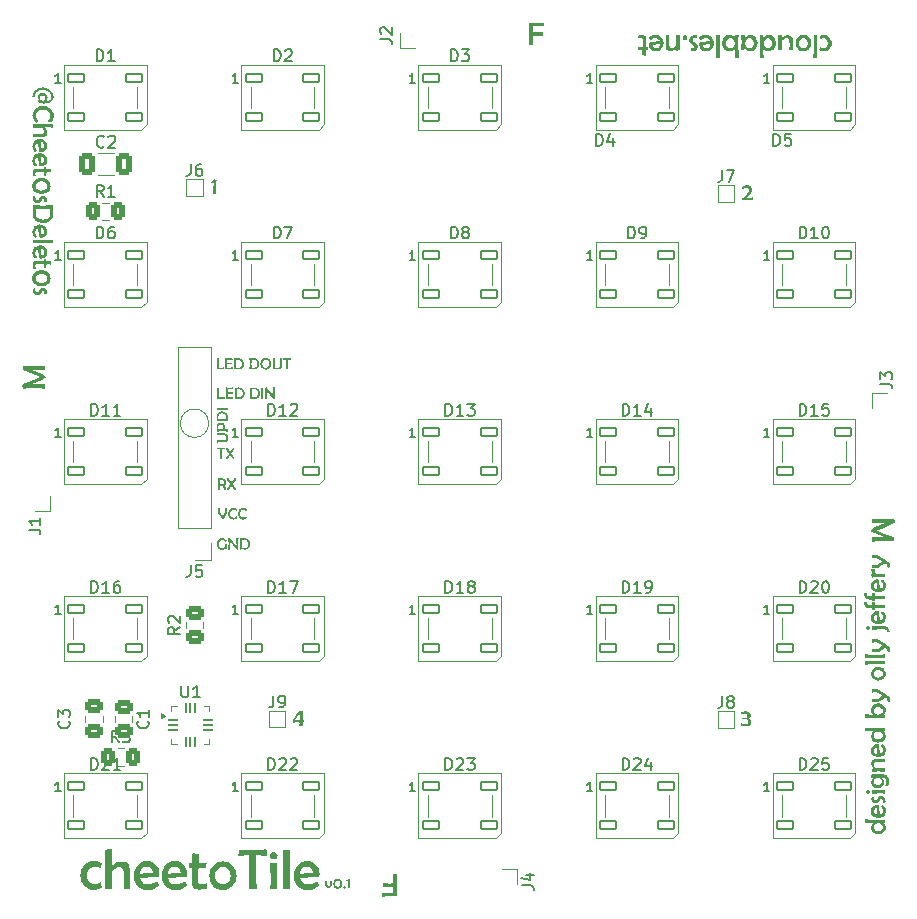
<source format=gbr>
%TF.GenerationSoftware,KiCad,Pcbnew,9.0.6*%
%TF.CreationDate,2025-12-14T11:47:40+00:00*%
%TF.ProjectId,cheetoTile,63686565-746f-4546-996c-652e6b696361,rev?*%
%TF.SameCoordinates,Original*%
%TF.FileFunction,Legend,Top*%
%TF.FilePolarity,Positive*%
%FSLAX46Y46*%
G04 Gerber Fmt 4.6, Leading zero omitted, Abs format (unit mm)*
G04 Created by KiCad (PCBNEW 9.0.6) date 2025-12-14 11:47:40*
%MOMM*%
%LPD*%
G01*
G04 APERTURE LIST*
G04 Aperture macros list*
%AMRoundRect*
0 Rectangle with rounded corners*
0 $1 Rounding radius*
0 $2 $3 $4 $5 $6 $7 $8 $9 X,Y pos of 4 corners*
0 Add a 4 corners polygon primitive as box body*
4,1,4,$2,$3,$4,$5,$6,$7,$8,$9,$2,$3,0*
0 Add four circle primitives for the rounded corners*
1,1,$1+$1,$2,$3*
1,1,$1+$1,$4,$5*
1,1,$1+$1,$6,$7*
1,1,$1+$1,$8,$9*
0 Add four rect primitives between the rounded corners*
20,1,$1+$1,$2,$3,$4,$5,0*
20,1,$1+$1,$4,$5,$6,$7,0*
20,1,$1+$1,$6,$7,$8,$9,0*
20,1,$1+$1,$8,$9,$2,$3,0*%
%AMFreePoly0*
4,1,14,0.334644,0.085355,0.385355,0.034644,0.400000,-0.000711,0.400000,-0.050000,0.385355,-0.085355,0.350000,-0.100000,-0.350000,-0.100000,-0.385355,-0.085355,-0.400000,-0.050000,-0.400000,0.050000,-0.385355,0.085355,-0.350000,0.100000,0.299289,0.100000,0.334644,0.085355,0.334644,0.085355,$1*%
%AMFreePoly1*
4,1,14,0.385355,0.085355,0.400000,0.050000,0.400000,0.000711,0.385355,-0.034644,0.334644,-0.085355,0.299289,-0.100000,-0.350000,-0.100000,-0.385355,-0.085355,-0.400000,-0.050000,-0.400000,0.050000,-0.385355,0.085355,-0.350000,0.100000,0.350000,0.100000,0.385355,0.085355,0.385355,0.085355,$1*%
%AMFreePoly2*
4,1,14,0.085355,0.385355,0.100000,0.350000,0.100000,-0.350000,0.085355,-0.385355,0.050000,-0.400000,-0.050000,-0.400000,-0.085355,-0.385355,-0.100000,-0.350000,-0.100000,0.299289,-0.085355,0.334644,-0.034644,0.385355,0.000711,0.400000,0.050000,0.400000,0.085355,0.385355,0.085355,0.385355,$1*%
%AMFreePoly3*
4,1,14,0.034644,0.385355,0.085355,0.334644,0.100000,0.299289,0.100000,-0.350000,0.085355,-0.385355,0.050000,-0.400000,-0.050000,-0.400000,-0.085355,-0.385355,-0.100000,-0.350000,-0.100000,0.350000,-0.085355,0.385355,-0.050000,0.400000,-0.000711,0.400000,0.034644,0.385355,0.034644,0.385355,$1*%
%AMFreePoly4*
4,1,14,0.385355,0.085355,0.400000,0.050000,0.400000,-0.050000,0.385355,-0.085355,0.350000,-0.100000,-0.299289,-0.100000,-0.334644,-0.085355,-0.385355,-0.034644,-0.400000,0.000711,-0.400000,0.050000,-0.385355,0.085355,-0.350000,0.100000,0.350000,0.100000,0.385355,0.085355,0.385355,0.085355,$1*%
%AMFreePoly5*
4,1,14,0.385355,0.085355,0.400000,0.050000,0.400000,-0.050000,0.385355,-0.085355,0.350000,-0.100000,-0.350000,-0.100000,-0.385355,-0.085355,-0.400000,-0.050000,-0.400000,-0.000711,-0.385355,0.034644,-0.334644,0.085355,-0.299289,0.100000,0.350000,0.100000,0.385355,0.085355,0.385355,0.085355,$1*%
%AMFreePoly6*
4,1,14,0.085355,0.385355,0.100000,0.350000,0.100000,-0.299289,0.085355,-0.334644,0.034644,-0.385355,-0.000711,-0.400000,-0.050000,-0.400000,-0.085355,-0.385355,-0.100000,-0.350000,-0.100000,0.350000,-0.085355,0.385355,-0.050000,0.400000,0.050000,0.400000,0.085355,0.385355,0.085355,0.385355,$1*%
%AMFreePoly7*
4,1,14,0.085355,0.385355,0.100000,0.350000,0.100000,-0.350000,0.085355,-0.385355,0.050000,-0.400000,0.000711,-0.400000,-0.034644,-0.385355,-0.085355,-0.334644,-0.100000,-0.299289,-0.100000,0.350000,-0.085355,0.385355,-0.050000,0.400000,0.050000,0.400000,0.085355,0.385355,0.085355,0.385355,$1*%
G04 Aperture macros list end*
%ADD10C,0.100000*%
%ADD11C,0.187500*%
%ADD12C,0.150000*%
%ADD13C,0.120000*%
%ADD14RoundRect,0.250000X-0.337500X-0.475000X0.337500X-0.475000X0.337500X0.475000X-0.337500X0.475000X0*%
%ADD15RoundRect,0.090000X-0.660000X-0.360000X0.660000X-0.360000X0.660000X0.360000X-0.660000X0.360000X0*%
%ADD16R,1.700000X1.700000*%
%ADD17RoundRect,0.250000X0.475000X-0.337500X0.475000X0.337500X-0.475000X0.337500X-0.475000X-0.337500X0*%
%ADD18FreePoly0,0.000000*%
%ADD19RoundRect,0.050000X-0.350000X-0.050000X0.350000X-0.050000X0.350000X0.050000X-0.350000X0.050000X0*%
%ADD20FreePoly1,0.000000*%
%ADD21FreePoly2,0.000000*%
%ADD22RoundRect,0.050000X-0.050000X-0.350000X0.050000X-0.350000X0.050000X0.350000X-0.050000X0.350000X0*%
%ADD23FreePoly3,0.000000*%
%ADD24FreePoly4,0.000000*%
%ADD25FreePoly5,0.000000*%
%ADD26FreePoly6,0.000000*%
%ADD27FreePoly7,0.000000*%
%ADD28R,1.000000X1.000000*%
%ADD29RoundRect,0.250000X-0.475000X0.337500X-0.475000X-0.337500X0.475000X-0.337500X0.475000X0.337500X0*%
%ADD30RoundRect,0.250000X-0.412500X-0.650000X0.412500X-0.650000X0.412500X0.650000X-0.412500X0.650000X0*%
%ADD31C,1.700000*%
G04 APERTURE END LIST*
D10*
X171700000Y-64950000D02*
G75*
G02*
X169300000Y-64950000I-1200000J0D01*
G01*
X169300000Y-64950000D02*
G75*
G02*
X171700000Y-64950000I1200000J0D01*
G01*
G36*
X172924801Y-69621529D02*
G01*
X172989527Y-69635827D01*
X173044772Y-69658414D01*
X173092001Y-69688941D01*
X173135745Y-69732502D01*
X173166945Y-69783723D01*
X173186294Y-69844133D01*
X173193117Y-69916025D01*
X173189557Y-69983459D01*
X173179989Y-70035606D01*
X173165762Y-70075394D01*
X173142843Y-70113538D01*
X173108155Y-70152410D01*
X173059211Y-70192386D01*
X173048890Y-70201896D01*
X173046205Y-70209483D01*
X173055706Y-70234955D01*
X173127843Y-70391322D01*
X173199702Y-70547614D01*
X173209481Y-70574504D01*
X173207324Y-70578303D01*
X173198551Y-70580000D01*
X173158923Y-70577923D01*
X173119295Y-70575847D01*
X173076613Y-70577923D01*
X173033932Y-70580000D01*
X173020385Y-70575945D01*
X173009996Y-70562903D01*
X172885676Y-70274818D01*
X172876410Y-70261253D01*
X172860610Y-70251083D01*
X172835790Y-70244593D01*
X172773630Y-70243921D01*
X172661645Y-70246669D01*
X172651847Y-70254324D01*
X172647295Y-70281596D01*
X172651692Y-70424966D01*
X172656149Y-70567665D01*
X172652671Y-70578534D01*
X172642472Y-70582076D01*
X172601195Y-70579023D01*
X172559185Y-70575908D01*
X172523647Y-70577984D01*
X172488171Y-70580000D01*
X172475234Y-70575955D01*
X172471074Y-70564246D01*
X172478218Y-70336184D01*
X172485362Y-70108122D01*
X172483057Y-69974766D01*
X172644548Y-69974766D01*
X172644548Y-70105375D01*
X172653401Y-70108122D01*
X172693763Y-70111542D01*
X172833775Y-70114961D01*
X172897101Y-70109504D01*
X172943778Y-70094927D01*
X172977756Y-70072890D01*
X173001747Y-70043506D01*
X173016844Y-70005324D01*
X173022330Y-69955593D01*
X173016936Y-69893627D01*
X173002490Y-69847714D01*
X172980575Y-69814071D01*
X172951256Y-69790118D01*
X172914206Y-69775003D01*
X172854114Y-69763829D01*
X172762028Y-69759344D01*
X172684330Y-69762955D01*
X172655741Y-69770016D01*
X172649310Y-69777112D01*
X172646183Y-69828914D01*
X172644548Y-69974766D01*
X172483057Y-69974766D01*
X172481569Y-69888676D01*
X172469670Y-69647175D01*
X172468998Y-69636245D01*
X172474159Y-69626896D01*
X172497697Y-69622568D01*
X172673551Y-69619515D01*
X172848796Y-69616461D01*
X172924801Y-69621529D01*
G37*
G36*
X173997836Y-70571207D02*
G01*
X173994794Y-70576871D01*
X173982815Y-70579328D01*
X173872845Y-70580000D01*
X173863991Y-70580000D01*
X173845467Y-70559091D01*
X173745045Y-70413792D01*
X173644859Y-70265750D01*
X173632998Y-70250272D01*
X173611964Y-70276332D01*
X173513197Y-70421791D01*
X173416696Y-70562280D01*
X173399441Y-70580000D01*
X173286051Y-70580000D01*
X173273831Y-70576934D01*
X173270359Y-70569070D01*
X173270359Y-70470640D01*
X173285839Y-70442965D01*
X173400296Y-70287458D01*
X173514577Y-70131928D01*
X173530233Y-70103604D01*
X173514312Y-70073740D01*
X173400968Y-69916697D01*
X173286337Y-69759701D01*
X173271702Y-69734492D01*
X173271702Y-69629345D01*
X173275386Y-69622691D01*
X173290143Y-69619759D01*
X173347540Y-69621163D01*
X173404937Y-69622506D01*
X173430216Y-69652854D01*
X173624389Y-69944296D01*
X173635990Y-69954188D01*
X173654166Y-69932214D01*
X173754082Y-69784745D01*
X173853727Y-69640420D01*
X173870830Y-69622568D01*
X173978724Y-69622568D01*
X173992905Y-69625456D01*
X173996493Y-69632093D01*
X173996493Y-69737240D01*
X173980101Y-69768708D01*
X173867472Y-69923414D01*
X173752694Y-70077852D01*
X173738511Y-70101345D01*
X173753362Y-70127483D01*
X173868143Y-70286786D01*
X173982600Y-70446098D01*
X173997836Y-70473571D01*
X173997836Y-70571207D01*
G37*
G36*
X227757190Y-98507137D02*
G01*
X228230789Y-98521205D01*
X228686195Y-98515112D01*
X228965423Y-98500322D01*
X228981360Y-98499113D01*
X228990140Y-98504281D01*
X228997297Y-98532306D01*
X228997297Y-98598691D01*
X228993670Y-98646612D01*
X228997297Y-98700797D01*
X229001034Y-98754872D01*
X228988406Y-98765881D01*
X228913766Y-98775095D01*
X228835814Y-98780523D01*
X228825179Y-98784328D01*
X228841116Y-98802793D01*
X228922627Y-98893251D01*
X228978305Y-98986886D01*
X229011112Y-99085134D01*
X229022136Y-99190113D01*
X229010020Y-99310205D01*
X228974832Y-99416454D01*
X228916600Y-99511845D01*
X228833092Y-99598316D01*
X228740094Y-99664117D01*
X228638664Y-99711022D01*
X228527137Y-99739681D01*
X228403347Y-99749551D01*
X228274324Y-99739468D01*
X228159574Y-99710366D01*
X228056661Y-99663054D01*
X227963710Y-99597107D01*
X227881853Y-99510850D01*
X227824297Y-99414219D01*
X227789235Y-99305081D01*
X227777084Y-99180221D01*
X227782038Y-99132301D01*
X228016247Y-99132301D01*
X228023787Y-99205208D01*
X228045749Y-99270013D01*
X228082249Y-99328527D01*
X228134839Y-99381905D01*
X228213258Y-99433500D01*
X228301292Y-99464604D01*
X228401698Y-99475327D01*
X228496811Y-99464393D01*
X228582026Y-99432285D01*
X228659875Y-99378168D01*
X228725113Y-99305460D01*
X228763062Y-99224573D01*
X228775939Y-99132301D01*
X228762829Y-99039470D01*
X228724406Y-98959470D01*
X228658556Y-98888852D01*
X228581294Y-98840020D01*
X228494879Y-98810535D01*
X228396752Y-98800375D01*
X228301125Y-98810657D01*
X228214995Y-98840817D01*
X228136048Y-98891379D01*
X228068450Y-98962760D01*
X228029435Y-99041985D01*
X228016247Y-99132301D01*
X227782038Y-99132301D01*
X227787431Y-99080130D01*
X227817621Y-98990777D01*
X227867869Y-98909734D01*
X227959973Y-98805211D01*
X227942827Y-98795429D01*
X227546165Y-98795429D01*
X227423726Y-98799166D01*
X227299968Y-98802793D01*
X227277030Y-98797210D01*
X227270622Y-98783119D01*
X227263588Y-98647930D01*
X227256554Y-98513841D01*
X227262568Y-98498549D01*
X227282382Y-98492958D01*
X227757190Y-98507137D01*
G37*
G36*
X228386160Y-97242525D02*
G01*
X228425227Y-97268222D01*
X228452367Y-97311983D01*
X228470353Y-97435524D01*
X228522709Y-98073105D01*
X228590815Y-98053385D01*
X228652563Y-98014601D01*
X228709554Y-97953853D01*
X228750911Y-97885433D01*
X228774977Y-97815433D01*
X228782974Y-97742388D01*
X228769385Y-97616904D01*
X228728815Y-97498881D01*
X228659655Y-97385732D01*
X228628221Y-97346495D01*
X228630639Y-97333525D01*
X228715379Y-97287473D01*
X228803856Y-97244389D01*
X228831883Y-97264063D01*
X228914829Y-97360419D01*
X228973647Y-97468118D01*
X229009648Y-97589450D01*
X229022136Y-97727660D01*
X229010581Y-97868562D01*
X228977735Y-97989068D01*
X228925054Y-98092833D01*
X228852217Y-98182575D01*
X228762317Y-98255397D01*
X228658692Y-98308006D01*
X228538688Y-98340763D01*
X228398731Y-98352274D01*
X228275058Y-98341898D01*
X228161673Y-98311504D01*
X228056537Y-98261232D01*
X227958105Y-98189938D01*
X227871302Y-98097746D01*
X227811238Y-97998471D01*
X227775283Y-97890340D01*
X227764784Y-97787890D01*
X228002178Y-97787890D01*
X228011733Y-97859763D01*
X228040356Y-97926089D01*
X228089996Y-97988914D01*
X228152624Y-98038859D01*
X228217546Y-98067394D01*
X228286733Y-98076842D01*
X228304225Y-98067741D01*
X228311683Y-98032548D01*
X228303968Y-97842201D01*
X228277941Y-97597308D01*
X228265044Y-97536303D01*
X228255409Y-97525976D01*
X228192357Y-97534695D01*
X228134183Y-97560878D01*
X228079005Y-97606540D01*
X228035562Y-97663802D01*
X228010517Y-97723674D01*
X228002178Y-97787890D01*
X227764784Y-97787890D01*
X227763016Y-97770635D01*
X227773838Y-97658509D01*
X227805339Y-97558330D01*
X227857455Y-97467573D01*
X227931946Y-97384523D01*
X228018314Y-97318431D01*
X228112460Y-97271603D01*
X228216006Y-97243095D01*
X228331137Y-97233288D01*
X228386160Y-97242525D01*
G37*
G36*
X228612944Y-96485905D02*
G01*
X228701242Y-96495298D01*
X228778213Y-96522474D01*
X228846352Y-96567443D01*
X228907171Y-96632194D01*
X228962392Y-96725319D01*
X228996259Y-96832012D01*
X229008068Y-96955657D01*
X229004441Y-97039298D01*
X228987836Y-97053748D01*
X228944980Y-97060181D01*
X228864856Y-97066995D01*
X228785941Y-97073700D01*
X228773430Y-97068759D01*
X228765278Y-97051608D01*
X228765278Y-97006106D01*
X228768905Y-96969176D01*
X228760862Y-96872912D01*
X228740349Y-96809100D01*
X228710824Y-96768483D01*
X228672596Y-96744961D01*
X228622726Y-96736718D01*
X228582697Y-96746102D01*
X228541948Y-96777113D01*
X228498419Y-96838824D01*
X228386421Y-97029406D01*
X228322292Y-97086039D01*
X228247158Y-97119799D01*
X228157480Y-97131512D01*
X228068050Y-97122361D01*
X227991909Y-97096185D01*
X227926272Y-97053430D01*
X227869408Y-96992587D01*
X227819419Y-96904636D01*
X227788159Y-96800184D01*
X227777084Y-96675279D01*
X227781034Y-96660413D01*
X227793021Y-96650109D01*
X227891939Y-96619335D01*
X227992066Y-96596584D01*
X228002350Y-96601464D01*
X228009212Y-96619994D01*
X228030425Y-96778593D01*
X228055558Y-96833705D01*
X228089782Y-96863259D01*
X228135278Y-96873225D01*
X228167691Y-96864756D01*
X228204176Y-96835228D01*
X228247276Y-96773647D01*
X228326481Y-96640659D01*
X228366747Y-96586692D01*
X228436209Y-96531017D01*
X228517108Y-96497542D01*
X228612944Y-96485905D01*
G37*
G36*
X227521545Y-95989005D02*
G01*
X227588203Y-95999923D01*
X227632622Y-96029539D01*
X227660766Y-96079195D01*
X227671571Y-96157496D01*
X227660698Y-96237131D01*
X227632443Y-96287485D01*
X227588012Y-96317404D01*
X227521545Y-96328405D01*
X227479300Y-96322497D01*
X227442813Y-96305182D01*
X227410536Y-96275539D01*
X227379636Y-96221909D01*
X227369101Y-96157496D01*
X227379923Y-96092996D01*
X227411855Y-96038794D01*
X227460439Y-96001526D01*
X227521545Y-95989005D01*
G37*
G36*
X227856768Y-95997578D02*
G01*
X228143302Y-96009338D01*
X228430934Y-96020989D01*
X228700102Y-96017362D01*
X228968171Y-96013625D01*
X228987869Y-96019435D01*
X228994000Y-96035717D01*
X228994000Y-96275429D01*
X228983947Y-96293403D01*
X228943441Y-96301367D01*
X228687902Y-96297081D01*
X228430934Y-96292684D01*
X228142642Y-96306863D01*
X227854350Y-96321041D01*
X227838969Y-96315015D01*
X227833357Y-96295212D01*
X227839512Y-96226959D01*
X227845667Y-96157496D01*
X227839512Y-96088033D01*
X227833357Y-96018461D01*
X227838993Y-96002996D01*
X227856768Y-95997578D01*
G37*
G36*
X228292558Y-94673941D02*
G01*
X228733844Y-94676359D01*
X228882190Y-94685796D01*
X228999562Y-94711535D01*
X229091779Y-94750676D01*
X229163590Y-94801765D01*
X229224284Y-94871913D01*
X229269941Y-94962033D01*
X229299670Y-95076816D01*
X229310538Y-95222388D01*
X229303264Y-95363958D01*
X229282847Y-95484441D01*
X229250982Y-95586814D01*
X229208762Y-95673675D01*
X229191507Y-95695680D01*
X229180406Y-95700713D01*
X229000594Y-95663784D01*
X228984422Y-95657092D01*
X228979931Y-95646638D01*
X228985756Y-95630591D01*
X229042119Y-95504750D01*
X229074757Y-95381910D01*
X229085444Y-95260416D01*
X229078841Y-95180923D01*
X229060255Y-95114509D01*
X229030709Y-95058733D01*
X228983185Y-95007633D01*
X228924375Y-94977278D01*
X228850568Y-94966629D01*
X228733734Y-94971465D01*
X228808789Y-95045797D01*
X228860707Y-95127144D01*
X228891869Y-95217101D01*
X228902555Y-95318229D01*
X228891994Y-95428832D01*
X228861428Y-95526392D01*
X228811159Y-95613561D01*
X228739669Y-95692140D01*
X228657431Y-95753031D01*
X228566877Y-95796473D01*
X228466379Y-95823081D01*
X228353778Y-95832274D01*
X228239017Y-95823383D01*
X228136087Y-95797631D01*
X228042972Y-95755637D01*
X227958105Y-95696976D01*
X227881417Y-95618939D01*
X227827824Y-95532040D01*
X227795341Y-95434416D01*
X227784118Y-95323175D01*
X227790898Y-95257998D01*
X228016247Y-95257998D01*
X228028139Y-95341392D01*
X228062791Y-95412021D01*
X228121979Y-95473201D01*
X228189347Y-95514332D01*
X228266065Y-95539435D01*
X228354547Y-95548159D01*
X228441216Y-95539383D01*
X228517562Y-95513936D01*
X228585796Y-95471882D01*
X228645057Y-95410799D01*
X228679672Y-95340589D01*
X228691529Y-95257998D01*
X228679737Y-95176155D01*
X228645172Y-95105902D01*
X228585796Y-95044115D01*
X228517482Y-95001356D01*
X228441142Y-94975528D01*
X228354547Y-94966629D01*
X228265257Y-94975379D01*
X228188159Y-95000507D01*
X228120770Y-95041587D01*
X228062395Y-95102708D01*
X228028067Y-95173716D01*
X228016247Y-95257998D01*
X227790898Y-95257998D01*
X227794310Y-95225202D01*
X227823658Y-95140573D01*
X227871940Y-95066436D01*
X227941069Y-95001031D01*
X227967007Y-94972784D01*
X227962848Y-94966038D01*
X227945135Y-94962892D01*
X227894687Y-94965420D01*
X227843030Y-94967838D01*
X227780641Y-94962194D01*
X227770050Y-94953110D01*
X227792251Y-94820340D01*
X227819289Y-94688778D01*
X227829558Y-94676274D01*
X227851163Y-94671523D01*
X228292558Y-94673941D01*
G37*
G36*
X228969380Y-93361404D02*
G01*
X228989874Y-93367730D01*
X228996418Y-93385914D01*
X228995209Y-93507034D01*
X228994000Y-93628264D01*
X228986431Y-93643938D01*
X228958389Y-93650355D01*
X228775280Y-93646728D01*
X228590852Y-93642991D01*
X228443904Y-93644200D01*
X228297065Y-93645409D01*
X228203479Y-93651137D01*
X228140204Y-93665687D01*
X228099118Y-93686076D01*
X228063176Y-93724410D01*
X228039416Y-93782463D01*
X228030315Y-93867976D01*
X228044339Y-93933117D01*
X228099448Y-94038885D01*
X228153881Y-94111649D01*
X228195550Y-94145317D01*
X228228701Y-94154509D01*
X228965753Y-94154509D01*
X228989415Y-94160891D01*
X228996418Y-94177920D01*
X228995209Y-94295853D01*
X228994000Y-94413895D01*
X228987126Y-94433067D01*
X228965643Y-94439724D01*
X228673834Y-94436646D01*
X228380816Y-94433569D01*
X228206493Y-94440007D01*
X228045543Y-94458698D01*
X227896775Y-94488853D01*
X227880838Y-94492590D01*
X227870761Y-94488956D01*
X227863583Y-94476653D01*
X227840831Y-94335860D01*
X227819289Y-94197484D01*
X227822866Y-94192140D01*
X227839293Y-94187702D01*
X227916400Y-94177651D01*
X227995144Y-94159455D01*
X227869847Y-93990964D01*
X227824696Y-93902354D01*
X227799284Y-93819701D01*
X227791152Y-93741360D01*
X227801168Y-93625810D01*
X227828203Y-93538564D01*
X227869524Y-93473194D01*
X227925022Y-93425261D01*
X227994111Y-93393595D01*
X228096499Y-93371284D01*
X228243319Y-93362613D01*
X228360043Y-93364481D01*
X228477975Y-93366240D01*
X228723733Y-93363822D01*
X228969380Y-93361404D01*
G37*
G36*
X228386160Y-92095253D02*
G01*
X228425227Y-92120950D01*
X228452367Y-92164712D01*
X228470353Y-92288253D01*
X228522709Y-92925833D01*
X228590815Y-92906114D01*
X228652563Y-92867329D01*
X228709554Y-92806582D01*
X228750911Y-92738162D01*
X228774977Y-92668161D01*
X228782974Y-92595116D01*
X228769385Y-92469633D01*
X228728815Y-92351610D01*
X228659655Y-92238461D01*
X228628221Y-92199223D01*
X228630639Y-92186254D01*
X228715379Y-92140202D01*
X228803856Y-92097117D01*
X228831883Y-92116791D01*
X228914829Y-92213147D01*
X228973647Y-92320847D01*
X229009648Y-92442178D01*
X229022136Y-92580389D01*
X229010581Y-92721290D01*
X228977735Y-92841797D01*
X228925054Y-92945562D01*
X228852217Y-93035303D01*
X228762317Y-93108125D01*
X228658692Y-93160734D01*
X228538688Y-93193492D01*
X228398731Y-93205003D01*
X228275058Y-93194626D01*
X228161673Y-93164232D01*
X228056537Y-93113960D01*
X227958105Y-93042667D01*
X227871302Y-92950475D01*
X227811238Y-92851200D01*
X227775283Y-92743068D01*
X227764784Y-92640619D01*
X228002178Y-92640619D01*
X228011733Y-92712491D01*
X228040356Y-92778817D01*
X228089996Y-92841643D01*
X228152624Y-92891587D01*
X228217546Y-92920123D01*
X228286733Y-92929570D01*
X228304225Y-92920469D01*
X228311683Y-92885277D01*
X228303968Y-92694930D01*
X228277941Y-92450036D01*
X228265044Y-92389031D01*
X228255409Y-92378705D01*
X228192357Y-92387423D01*
X228134183Y-92413607D01*
X228079005Y-92459269D01*
X228035562Y-92516531D01*
X228010517Y-92576403D01*
X228002178Y-92640619D01*
X227764784Y-92640619D01*
X227763016Y-92623363D01*
X227773838Y-92511238D01*
X227805339Y-92411059D01*
X227857455Y-92320302D01*
X227931946Y-92237252D01*
X228018314Y-92171160D01*
X228112460Y-92124332D01*
X228216006Y-92095824D01*
X228331137Y-92086017D01*
X228386160Y-92095253D01*
G37*
G36*
X227757190Y-90746662D02*
G01*
X228230789Y-90760730D01*
X228686195Y-90754637D01*
X228965423Y-90739848D01*
X228981360Y-90738639D01*
X228990140Y-90743807D01*
X228997297Y-90771831D01*
X228997297Y-90838217D01*
X228993670Y-90886137D01*
X228997297Y-90940322D01*
X229001034Y-90994398D01*
X228988406Y-91005406D01*
X228913766Y-91014621D01*
X228835814Y-91020049D01*
X228825179Y-91023853D01*
X228841116Y-91042318D01*
X228922627Y-91132777D01*
X228978305Y-91226412D01*
X229011112Y-91324660D01*
X229022136Y-91429638D01*
X229010020Y-91549730D01*
X228974832Y-91655979D01*
X228916600Y-91751371D01*
X228833092Y-91837841D01*
X228740094Y-91903642D01*
X228638664Y-91950548D01*
X228527137Y-91979207D01*
X228403347Y-91989077D01*
X228274324Y-91978994D01*
X228159574Y-91949891D01*
X228056661Y-91902580D01*
X227963710Y-91836632D01*
X227881853Y-91750376D01*
X227824297Y-91653745D01*
X227789235Y-91544607D01*
X227777084Y-91419747D01*
X227782038Y-91371826D01*
X228016247Y-91371826D01*
X228023787Y-91444734D01*
X228045749Y-91509538D01*
X228082249Y-91568053D01*
X228134839Y-91621430D01*
X228213258Y-91673025D01*
X228301292Y-91704130D01*
X228401698Y-91714853D01*
X228496811Y-91703919D01*
X228582026Y-91671811D01*
X228659875Y-91617693D01*
X228725113Y-91544985D01*
X228763062Y-91464098D01*
X228775939Y-91371826D01*
X228762829Y-91278995D01*
X228724406Y-91198995D01*
X228658556Y-91128377D01*
X228581294Y-91079546D01*
X228494879Y-91050061D01*
X228396752Y-91039900D01*
X228301125Y-91050182D01*
X228214995Y-91080343D01*
X228136048Y-91130905D01*
X228068450Y-91202285D01*
X228029435Y-91281511D01*
X228016247Y-91371826D01*
X227782038Y-91371826D01*
X227787431Y-91319656D01*
X227817621Y-91230302D01*
X227867869Y-91149260D01*
X227959973Y-91044736D01*
X227942827Y-91034954D01*
X227546165Y-91034954D01*
X227423726Y-91038691D01*
X227299968Y-91042318D01*
X227277030Y-91036735D01*
X227270622Y-91022644D01*
X227263588Y-90887456D01*
X227256554Y-90753367D01*
X227262568Y-90738075D01*
X227282382Y-90732484D01*
X227757190Y-90746662D01*
G37*
G36*
X228518694Y-88674692D02*
G01*
X228627932Y-88703098D01*
X228729018Y-88749969D01*
X228823420Y-88816215D01*
X228908758Y-88903556D01*
X228967730Y-88998140D01*
X229003037Y-89101721D01*
X229015102Y-89217055D01*
X229005766Y-89321114D01*
X228978636Y-89414260D01*
X228933989Y-89498642D01*
X228851557Y-89597011D01*
X228864351Y-89606135D01*
X228924647Y-89614816D01*
X228983402Y-89624401D01*
X228994000Y-89635150D01*
X228994000Y-89894645D01*
X228990118Y-89905595D01*
X228978063Y-89909373D01*
X228955971Y-89906955D01*
X228714999Y-89893418D01*
X228204521Y-89887172D01*
X227537702Y-89906845D01*
X227292164Y-89919155D01*
X227267353Y-89911185D01*
X227256554Y-89887172D01*
X227251608Y-89755610D01*
X227242925Y-89685598D01*
X227235451Y-89614267D01*
X227241717Y-89600118D01*
X227263808Y-89594593D01*
X227391962Y-89600748D01*
X227521325Y-89606903D01*
X227714216Y-89612398D01*
X227906997Y-89617894D01*
X227945528Y-89612104D01*
X227953818Y-89600638D01*
X227940189Y-89582283D01*
X227865227Y-89508531D01*
X227812851Y-89425726D01*
X227781060Y-89332006D01*
X227775460Y-89277285D01*
X228009212Y-89277285D01*
X228022275Y-89370286D01*
X228060673Y-89451167D01*
X228126595Y-89523262D01*
X228205004Y-89575801D01*
X228291425Y-89607168D01*
X228388399Y-89617894D01*
X228487053Y-89607111D01*
X228574318Y-89575687D01*
X228652841Y-89523262D01*
X228717812Y-89451207D01*
X228755889Y-89369557D01*
X228768905Y-89274867D01*
X228755681Y-89183752D01*
X228716628Y-89104103D01*
X228649104Y-89032627D01*
X228570972Y-88982871D01*
X228484870Y-88953044D01*
X228388399Y-88942831D01*
X228293718Y-88953202D01*
X228208018Y-88983710D01*
X228129013Y-89035045D01*
X228061373Y-89107231D01*
X228022373Y-89186914D01*
X228009212Y-89277285D01*
X227775460Y-89277285D01*
X227770050Y-89224419D01*
X227782390Y-89101128D01*
X227818042Y-88993351D01*
X227876727Y-88897836D01*
X227960523Y-88812479D01*
X228053910Y-88748698D01*
X228156910Y-88702895D01*
X228271309Y-88674728D01*
X228399390Y-88664980D01*
X228518694Y-88674692D01*
G37*
G36*
X228138356Y-87453121D02*
G01*
X228328560Y-87457421D01*
X228392026Y-87465430D01*
X228486077Y-87515927D01*
X228873869Y-87769769D01*
X229254760Y-88034730D01*
X229350765Y-88112247D01*
X229370379Y-88151391D01*
X229387338Y-88244645D01*
X229394949Y-88429445D01*
X229388244Y-88470661D01*
X229300427Y-88512426D01*
X229203487Y-88544959D01*
X229185582Y-88533003D01*
X229176889Y-88479783D01*
X229171561Y-88387980D01*
X229157721Y-88322470D01*
X229137871Y-88277001D01*
X229116074Y-88253992D01*
X229053790Y-88209956D01*
X228987555Y-88173061D01*
X228958829Y-88165113D01*
X228907024Y-88189817D01*
X228697684Y-88343386D01*
X228474549Y-88507622D01*
X228392026Y-88553642D01*
X228324020Y-88565063D01*
X228149457Y-88570788D01*
X228007784Y-88569579D01*
X227864792Y-88568370D01*
X227844622Y-88561184D01*
X227837644Y-88538804D01*
X227842590Y-88422630D01*
X227847426Y-88306456D01*
X227853336Y-88292157D01*
X227873364Y-88286782D01*
X227977449Y-88290519D01*
X228081313Y-88294146D01*
X228306627Y-88284364D01*
X228367924Y-88258785D01*
X228541173Y-88150385D01*
X228671417Y-88056319D01*
X228719234Y-88012003D01*
X228728459Y-87994094D01*
X228704903Y-87967521D01*
X228544251Y-87861324D01*
X228374749Y-87765158D01*
X228316519Y-87742072D01*
X228241585Y-87735335D01*
X228090106Y-87732290D01*
X227983713Y-87739654D01*
X227878530Y-87747018D01*
X227854082Y-87741336D01*
X227847426Y-87727344D01*
X227841930Y-87608752D01*
X227836325Y-87490050D01*
X227849540Y-87476216D01*
X227922273Y-87461159D01*
X228138356Y-87453121D01*
G37*
G36*
X228521340Y-85556392D02*
G01*
X228634775Y-85588034D01*
X228738520Y-85640180D01*
X228834301Y-85714026D01*
X228917253Y-85806298D01*
X228975188Y-85906776D01*
X229010145Y-86017323D01*
X229022136Y-86140694D01*
X229010186Y-86264776D01*
X228975390Y-86375748D01*
X228917811Y-86476384D01*
X228835510Y-86568571D01*
X228740373Y-86642375D01*
X228637080Y-86694520D01*
X228523882Y-86726187D01*
X228398401Y-86737062D01*
X228272920Y-86726187D01*
X228159722Y-86694520D01*
X228056429Y-86642375D01*
X227961292Y-86568571D01*
X227880063Y-86475935D01*
X227823212Y-86375115D01*
X227788868Y-86264263D01*
X227777084Y-86140694D01*
X228030315Y-86140694D01*
X228042797Y-86234040D01*
X228079228Y-86314481D01*
X228141103Y-86385352D01*
X228216807Y-86436347D01*
X228301673Y-86467009D01*
X228398401Y-86477566D01*
X228493407Y-86466973D01*
X228577888Y-86436011D01*
X228654380Y-86384143D01*
X228718712Y-86312315D01*
X228756179Y-86232228D01*
X228768905Y-86140694D01*
X228756116Y-86048410D01*
X228718598Y-85968362D01*
X228654380Y-85897245D01*
X228577970Y-85846090D01*
X228493482Y-85815504D01*
X228398401Y-85805031D01*
X228301704Y-85815613D01*
X228217264Y-85846292D01*
X228142312Y-85897245D01*
X228079745Y-85967467D01*
X228042935Y-86047479D01*
X228030315Y-86140694D01*
X227777084Y-86140694D01*
X227788864Y-86017758D01*
X227823194Y-85907524D01*
X227880037Y-85807297D01*
X227961292Y-85715235D01*
X228055927Y-85640831D01*
X228158628Y-85588328D01*
X228271145Y-85556471D01*
X228395873Y-85545535D01*
X228521340Y-85556392D01*
G37*
G36*
X227290296Y-85061165D02*
G01*
X227306233Y-85062374D01*
X227746994Y-85083279D01*
X228091205Y-85089521D01*
X228529083Y-85084576D01*
X228965753Y-85079630D01*
X228987737Y-85085169D01*
X228994000Y-85099413D01*
X228994000Y-85334180D01*
X228987495Y-85350294D01*
X228965753Y-85356271D01*
X228529083Y-85353853D01*
X228091205Y-85351435D01*
X227692564Y-85364405D01*
X227295242Y-85377264D01*
X227276874Y-85370908D01*
X227270622Y-85351435D01*
X227274359Y-85285050D01*
X227277986Y-85218555D01*
X227274359Y-85149752D01*
X227270622Y-85082048D01*
X227275731Y-85065583D01*
X227290296Y-85061165D01*
G37*
G36*
X227290296Y-84507222D02*
G01*
X227306233Y-84508431D01*
X227746994Y-84529336D01*
X228091205Y-84535579D01*
X228529083Y-84530633D01*
X228965753Y-84525687D01*
X228987737Y-84531226D01*
X228994000Y-84545471D01*
X228994000Y-84780237D01*
X228987495Y-84796352D01*
X228965753Y-84802329D01*
X228529083Y-84799911D01*
X228091205Y-84797493D01*
X227692564Y-84810462D01*
X227295242Y-84823321D01*
X227276874Y-84816965D01*
X227270622Y-84797493D01*
X227274359Y-84731107D01*
X227277986Y-84664612D01*
X227274359Y-84595809D01*
X227270622Y-84528105D01*
X227275731Y-84511640D01*
X227290296Y-84507222D01*
G37*
G36*
X228138356Y-83229087D02*
G01*
X228328560Y-83233387D01*
X228392026Y-83241397D01*
X228486077Y-83291894D01*
X228873869Y-83545736D01*
X229254760Y-83810697D01*
X229350765Y-83888213D01*
X229370379Y-83927358D01*
X229387338Y-84020611D01*
X229394949Y-84205411D01*
X229388244Y-84246627D01*
X229300427Y-84288393D01*
X229203487Y-84320926D01*
X229185582Y-84308970D01*
X229176889Y-84255750D01*
X229171561Y-84163946D01*
X229157721Y-84098436D01*
X229137871Y-84052967D01*
X229116074Y-84029958D01*
X229053790Y-83985922D01*
X228987555Y-83949027D01*
X228958829Y-83941079D01*
X228907024Y-83965784D01*
X228697684Y-84119352D01*
X228474549Y-84283589D01*
X228392026Y-84329609D01*
X228324020Y-84341030D01*
X228149457Y-84346755D01*
X228007784Y-84345546D01*
X227864792Y-84344337D01*
X227844622Y-84337151D01*
X227837644Y-84314771D01*
X227842590Y-84198597D01*
X227847426Y-84082423D01*
X227853336Y-84068123D01*
X227873364Y-84062749D01*
X227977449Y-84066486D01*
X228081313Y-84070113D01*
X228306627Y-84060331D01*
X228367924Y-84034752D01*
X228541173Y-83926352D01*
X228671417Y-83832286D01*
X228719234Y-83787970D01*
X228728459Y-83770061D01*
X228704903Y-83743488D01*
X228544251Y-83637290D01*
X228374749Y-83541124D01*
X228316519Y-83518039D01*
X228241585Y-83511302D01*
X228090106Y-83508257D01*
X227983713Y-83515621D01*
X227878530Y-83522984D01*
X227854082Y-83517303D01*
X227847426Y-83503311D01*
X227841930Y-83384719D01*
X227836325Y-83266017D01*
X227849540Y-83252183D01*
X227922273Y-83237126D01*
X228138356Y-83229087D01*
G37*
G36*
X227515720Y-82107243D02*
G01*
X227581451Y-82118243D01*
X227625536Y-82148243D01*
X227653679Y-82198937D01*
X227664537Y-82279361D01*
X227654832Y-82346946D01*
X227627607Y-82398613D01*
X227597379Y-82427156D01*
X227560763Y-82444271D01*
X227515720Y-82450270D01*
X227452962Y-82437318D01*
X227402623Y-82398613D01*
X227372454Y-82344961D01*
X227362066Y-82279361D01*
X227372454Y-82213761D01*
X227402623Y-82160109D01*
X227435142Y-82130560D01*
X227472300Y-82113197D01*
X227515720Y-82107243D01*
G37*
G36*
X227851383Y-82123180D02*
G01*
X228096151Y-82130544D01*
X228342237Y-82137908D01*
X228612944Y-82135490D01*
X228884969Y-82133072D01*
X229001993Y-82143004D01*
X229097827Y-82170745D01*
X229176585Y-82214545D01*
X229241227Y-82274543D01*
X229293272Y-82352742D01*
X229332630Y-82452798D01*
X229354331Y-82538273D01*
X229359778Y-82585568D01*
X229353899Y-82601014D01*
X229334059Y-82610188D01*
X229282511Y-82612606D01*
X229242065Y-82608979D01*
X229193595Y-82613265D01*
X229146334Y-82617552D01*
X229128281Y-82613196D01*
X229120615Y-82601615D01*
X229092042Y-82491067D01*
X229065001Y-82444115D01*
X229033627Y-82423380D01*
X228981131Y-82408388D01*
X228898159Y-82402349D01*
X228632508Y-82407295D01*
X228366857Y-82412131D01*
X228173863Y-82418239D01*
X227876222Y-82440488D01*
X227862593Y-82441697D01*
X227848877Y-82436619D01*
X227840392Y-82419605D01*
X227828741Y-82285626D01*
X227819289Y-82142854D01*
X227826082Y-82128915D01*
X227851383Y-82123180D01*
G37*
G36*
X228386160Y-80847577D02*
G01*
X228425227Y-80873274D01*
X228452367Y-80917035D01*
X228470353Y-81040577D01*
X228522709Y-81678157D01*
X228590815Y-81658438D01*
X228652563Y-81619653D01*
X228709554Y-81558906D01*
X228750911Y-81490486D01*
X228774977Y-81420485D01*
X228782974Y-81347440D01*
X228769385Y-81221957D01*
X228728815Y-81103934D01*
X228659655Y-80990785D01*
X228628221Y-80951547D01*
X228630639Y-80938578D01*
X228715379Y-80892526D01*
X228803856Y-80849441D01*
X228831883Y-80869115D01*
X228914829Y-80965471D01*
X228973647Y-81073170D01*
X229009648Y-81194502D01*
X229022136Y-81332712D01*
X229010581Y-81473614D01*
X228977735Y-81594120D01*
X228925054Y-81697886D01*
X228852217Y-81787627D01*
X228762317Y-81860449D01*
X228658692Y-81913058D01*
X228538688Y-81945816D01*
X228398731Y-81957327D01*
X228275058Y-81946950D01*
X228161673Y-81916556D01*
X228056537Y-81866284D01*
X227958105Y-81794991D01*
X227871302Y-81702798D01*
X227811238Y-81603524D01*
X227775283Y-81495392D01*
X227764784Y-81392943D01*
X228002178Y-81392943D01*
X228011733Y-81464815D01*
X228040356Y-81531141D01*
X228089996Y-81593967D01*
X228152624Y-81643911D01*
X228217546Y-81672447D01*
X228286733Y-81681894D01*
X228304225Y-81672793D01*
X228311683Y-81637601D01*
X228303968Y-81447253D01*
X228277941Y-81202360D01*
X228265044Y-81141355D01*
X228255409Y-81131029D01*
X228192357Y-81139747D01*
X228134183Y-81165930D01*
X228079005Y-81211592D01*
X228035562Y-81268855D01*
X228010517Y-81328726D01*
X228002178Y-81392943D01*
X227764784Y-81392943D01*
X227763016Y-81375687D01*
X227773838Y-81263561D01*
X227805339Y-81163383D01*
X227857455Y-81072626D01*
X227931946Y-80989576D01*
X228018314Y-80923483D01*
X228112460Y-80876655D01*
X228216006Y-80848147D01*
X228331137Y-80838340D01*
X228386160Y-80847577D01*
G37*
G36*
X227415263Y-80031936D02*
G01*
X227426345Y-80036767D01*
X227432408Y-80054028D01*
X227443509Y-80173389D01*
X227461769Y-80236971D01*
X227493078Y-80280331D01*
X227543286Y-80308466D01*
X227644658Y-80330933D01*
X227826323Y-80340561D01*
X227828851Y-80212737D01*
X227831269Y-80081065D01*
X227837325Y-80058296D01*
X227853361Y-80051610D01*
X227956236Y-80049192D01*
X228057792Y-80046664D01*
X228075253Y-80052717D01*
X228081203Y-80071284D01*
X228076916Y-80201746D01*
X228072520Y-80330779D01*
X228439837Y-80330779D01*
X228700432Y-80324624D01*
X228960807Y-80318469D01*
X228986494Y-80325242D01*
X228994000Y-80343089D01*
X228994000Y-80568073D01*
X228985007Y-80591593D01*
X228955861Y-80600057D01*
X228110659Y-80600057D01*
X228094568Y-80606114D01*
X228083203Y-80627075D01*
X228078675Y-80675015D01*
X228076737Y-80747495D01*
X228072520Y-80761074D01*
X228027018Y-80764811D01*
X227946344Y-80767339D01*
X227865781Y-80769757D01*
X227854977Y-80761834D01*
X227842555Y-80722792D01*
X227831269Y-80613576D01*
X227702895Y-80617203D01*
X227558488Y-80606799D01*
X227455330Y-80579594D01*
X227383279Y-80539827D01*
X227328573Y-80488838D01*
X227280824Y-80422524D01*
X227240177Y-80338143D01*
X227204974Y-80216695D01*
X227193246Y-80090957D01*
X227196474Y-80080685D01*
X227206765Y-80073702D01*
X227310409Y-80052269D01*
X227415263Y-80031936D01*
G37*
G36*
X227415263Y-79291587D02*
G01*
X227426345Y-79296418D01*
X227432408Y-79313679D01*
X227443509Y-79433040D01*
X227461769Y-79496623D01*
X227493078Y-79539982D01*
X227543286Y-79568117D01*
X227644658Y-79590584D01*
X227826323Y-79600212D01*
X227828851Y-79472388D01*
X227831269Y-79340717D01*
X227837325Y-79317947D01*
X227853361Y-79311261D01*
X227956236Y-79308843D01*
X228057792Y-79306315D01*
X228075253Y-79312369D01*
X228081203Y-79330935D01*
X228076916Y-79461397D01*
X228072520Y-79590430D01*
X228439837Y-79590430D01*
X228700432Y-79584275D01*
X228960807Y-79578121D01*
X228986494Y-79584893D01*
X228994000Y-79602740D01*
X228994000Y-79827725D01*
X228985007Y-79851244D01*
X228955861Y-79859708D01*
X228110659Y-79859708D01*
X228094568Y-79865765D01*
X228083203Y-79886726D01*
X228078675Y-79934666D01*
X228076737Y-80007146D01*
X228072520Y-80020725D01*
X228027018Y-80024462D01*
X227946344Y-80026990D01*
X227865781Y-80029408D01*
X227854977Y-80021485D01*
X227842555Y-79982443D01*
X227831269Y-79873227D01*
X227702895Y-79876854D01*
X227558488Y-79866450D01*
X227455330Y-79839245D01*
X227383279Y-79799478D01*
X227328573Y-79748489D01*
X227280824Y-79682175D01*
X227240177Y-79597794D01*
X227204974Y-79476346D01*
X227193246Y-79350608D01*
X227196474Y-79340336D01*
X227206765Y-79333353D01*
X227310409Y-79311920D01*
X227415263Y-79291587D01*
G37*
G36*
X228386160Y-78153481D02*
G01*
X228425227Y-78179178D01*
X228452367Y-78222939D01*
X228470353Y-78346480D01*
X228522709Y-78984061D01*
X228590815Y-78964341D01*
X228652563Y-78925557D01*
X228709554Y-78864809D01*
X228750911Y-78796389D01*
X228774977Y-78726389D01*
X228782974Y-78653344D01*
X228769385Y-78527860D01*
X228728815Y-78409837D01*
X228659655Y-78296688D01*
X228628221Y-78257451D01*
X228630639Y-78244481D01*
X228715379Y-78198429D01*
X228803856Y-78155345D01*
X228831883Y-78175019D01*
X228914829Y-78271375D01*
X228973647Y-78379074D01*
X229009648Y-78500406D01*
X229022136Y-78638616D01*
X229010581Y-78779518D01*
X228977735Y-78900024D01*
X228925054Y-79003789D01*
X228852217Y-79093531D01*
X228762317Y-79166353D01*
X228658692Y-79218962D01*
X228538688Y-79251719D01*
X228398731Y-79263230D01*
X228275058Y-79252854D01*
X228161673Y-79222460D01*
X228056537Y-79172188D01*
X227958105Y-79100894D01*
X227871302Y-79008702D01*
X227811238Y-78909427D01*
X227775283Y-78801296D01*
X227764784Y-78698846D01*
X228002178Y-78698846D01*
X228011733Y-78770719D01*
X228040356Y-78837045D01*
X228089996Y-78899870D01*
X228152624Y-78949815D01*
X228217546Y-78978350D01*
X228286733Y-78987798D01*
X228304225Y-78978697D01*
X228311683Y-78943504D01*
X228303968Y-78753157D01*
X228277941Y-78508264D01*
X228265044Y-78447259D01*
X228255409Y-78436933D01*
X228192357Y-78445651D01*
X228134183Y-78471834D01*
X228079005Y-78517496D01*
X228035562Y-78574758D01*
X228010517Y-78634630D01*
X228002178Y-78698846D01*
X227764784Y-78698846D01*
X227763016Y-78681591D01*
X227773838Y-78569465D01*
X227805339Y-78469286D01*
X227857455Y-78378529D01*
X227931946Y-78295479D01*
X228018314Y-78229387D01*
X228112460Y-78182559D01*
X228216006Y-78154051D01*
X228331137Y-78144244D01*
X228386160Y-78153481D01*
G37*
G36*
X227837974Y-77269036D02*
G01*
X227969924Y-77273883D01*
X228083511Y-77287501D01*
X228105365Y-77296047D01*
X228111758Y-77312011D01*
X228106262Y-77390157D01*
X228100657Y-77469401D01*
X228112412Y-77567965D01*
X228142507Y-77630194D01*
X228188145Y-77667348D01*
X228255509Y-77684872D01*
X228408733Y-77693176D01*
X228544251Y-77693176D01*
X228753738Y-77687681D01*
X228963225Y-77682185D01*
X228988553Y-77689626D01*
X228996418Y-77710432D01*
X228995209Y-77826057D01*
X228994000Y-77941681D01*
X228986548Y-77962584D01*
X228963335Y-77969818D01*
X228663832Y-77966851D01*
X228363230Y-77963773D01*
X228160242Y-77971121D01*
X228000236Y-77990960D01*
X227876002Y-78020376D01*
X227861274Y-78022794D01*
X227848914Y-78018979D01*
X227840392Y-78006857D01*
X227824565Y-77878923D01*
X227798187Y-77755935D01*
X227810067Y-77742362D01*
X227872485Y-77730106D01*
X227935669Y-77718879D01*
X227946784Y-77708014D01*
X227944256Y-77701859D01*
X227878200Y-77601072D01*
X227848198Y-77544525D01*
X227827532Y-77487866D01*
X227816489Y-77436417D01*
X227812255Y-77364987D01*
X227816996Y-77300284D01*
X227826664Y-77275105D01*
X227837974Y-77269036D01*
G37*
G36*
X228138356Y-76098173D02*
G01*
X228328560Y-76102473D01*
X228392026Y-76110483D01*
X228486077Y-76160979D01*
X228873869Y-76414822D01*
X229254760Y-76679782D01*
X229350765Y-76757299D01*
X229370379Y-76796444D01*
X229387338Y-76889697D01*
X229394949Y-77074497D01*
X229388244Y-77115713D01*
X229300427Y-77157479D01*
X229203487Y-77190012D01*
X229185582Y-77178055D01*
X229176889Y-77124836D01*
X229171561Y-77033032D01*
X229157721Y-76967522D01*
X229137871Y-76922053D01*
X229116074Y-76899044D01*
X229053790Y-76855008D01*
X228987555Y-76818113D01*
X228958829Y-76810165D01*
X228907024Y-76834870D01*
X228697684Y-76988438D01*
X228474549Y-77152675D01*
X228392026Y-77198695D01*
X228324020Y-77210116D01*
X228149457Y-77215840D01*
X228007784Y-77214631D01*
X227864792Y-77213422D01*
X227844622Y-77206237D01*
X227837644Y-77183857D01*
X227842590Y-77067683D01*
X227847426Y-76951509D01*
X227853336Y-76937209D01*
X227873364Y-76931835D01*
X227977449Y-76935572D01*
X228081313Y-76939199D01*
X228306627Y-76929417D01*
X228367924Y-76903838D01*
X228541173Y-76795437D01*
X228671417Y-76701372D01*
X228719234Y-76657056D01*
X228728459Y-76639146D01*
X228704903Y-76612574D01*
X228544251Y-76506376D01*
X228374749Y-76410210D01*
X228316519Y-76387124D01*
X228241585Y-76380387D01*
X228090106Y-76377342D01*
X227983713Y-76384706D01*
X227878530Y-76392070D01*
X227854082Y-76386388D01*
X227847426Y-76372397D01*
X227841930Y-76253804D01*
X227836325Y-76135102D01*
X227849540Y-76121269D01*
X227922273Y-76106211D01*
X228138356Y-76098173D01*
G37*
G36*
X172387588Y-65796127D02*
G01*
X172624382Y-65802599D01*
X172861114Y-65809071D01*
X172938539Y-65808400D01*
X173015170Y-65807728D01*
X173111435Y-65811632D01*
X173174224Y-65821340D01*
X173212763Y-65834351D01*
X173250206Y-65858483D01*
X173281631Y-65891887D01*
X173307443Y-65936110D01*
X173327252Y-65993536D01*
X173340334Y-66073330D01*
X173345631Y-66197784D01*
X173341196Y-66301779D01*
X173329406Y-66380588D01*
X173312201Y-66439080D01*
X173290998Y-66481495D01*
X173266557Y-66511331D01*
X173234920Y-66533155D01*
X173187278Y-66551165D01*
X173118231Y-66563837D01*
X173021277Y-66568728D01*
X172945317Y-66568056D01*
X172861114Y-66567323D01*
X172564726Y-66574162D01*
X172397786Y-66580329D01*
X172386856Y-66581001D01*
X172376400Y-66576871D01*
X172372568Y-66563232D01*
X172373239Y-66487395D01*
X172373911Y-66412229D01*
X172377231Y-66400150D01*
X172386184Y-66396536D01*
X172697777Y-66400994D01*
X173009309Y-66405451D01*
X173069382Y-66401275D01*
X173113606Y-66390216D01*
X173145593Y-66373870D01*
X173168128Y-66352878D01*
X173186450Y-66320170D01*
X173199672Y-66267521D01*
X173204947Y-66186854D01*
X173200726Y-66113269D01*
X173189987Y-66063177D01*
X173174966Y-66030416D01*
X173153815Y-66006124D01*
X173124848Y-65987987D01*
X173086052Y-65976090D01*
X173034527Y-65971676D01*
X172711088Y-65975095D01*
X172387588Y-65978515D01*
X172379363Y-65974452D01*
X172373911Y-65958731D01*
X172373911Y-65917698D01*
X172376659Y-65887657D01*
X172374644Y-65850471D01*
X172372568Y-65813224D01*
X172376484Y-65800221D01*
X172387588Y-65796127D01*
G37*
G36*
X172804713Y-64886740D02*
G01*
X172872669Y-64903667D01*
X172930973Y-64930632D01*
X172981160Y-64967533D01*
X173023508Y-65015361D01*
X173054072Y-65071432D01*
X173073155Y-65137385D01*
X173079895Y-65215500D01*
X173076842Y-65333347D01*
X173073728Y-65451866D01*
X173076688Y-65463745D01*
X173085236Y-65470884D01*
X173101877Y-65473726D01*
X173211114Y-65469269D01*
X173320352Y-65464811D01*
X173329044Y-65467953D01*
X173332076Y-65477817D01*
X173328961Y-65521231D01*
X173325847Y-65564584D01*
X173327923Y-65600793D01*
X173330000Y-65636270D01*
X173325069Y-65648786D01*
X173308811Y-65653367D01*
X173084291Y-65646894D01*
X172859038Y-65640422D01*
X172642379Y-65644204D01*
X172401755Y-65656114D01*
X172391496Y-65656786D01*
X172380491Y-65652977D01*
X172376475Y-65639017D01*
X172377147Y-65528009D01*
X172377819Y-65416329D01*
X172375132Y-65320036D01*
X172373612Y-65266730D01*
X172509344Y-65266730D01*
X172514778Y-65378777D01*
X172521937Y-65461428D01*
X172525647Y-65473726D01*
X172555207Y-65476372D01*
X172759082Y-65478489D01*
X172844567Y-65476779D01*
X172930052Y-65475069D01*
X172934813Y-65472284D01*
X172939577Y-65460048D01*
X172944451Y-65406500D01*
X172947027Y-65251709D01*
X172939944Y-65190524D01*
X172920106Y-65141843D01*
X172887981Y-65102782D01*
X172847756Y-65075884D01*
X172797962Y-65058966D01*
X172736001Y-65052896D01*
X172670234Y-65059563D01*
X172616834Y-65078257D01*
X172573152Y-65108217D01*
X172545736Y-65138938D01*
X172525990Y-65174842D01*
X172513684Y-65216959D01*
X172509344Y-65266730D01*
X172373612Y-65266730D01*
X172372384Y-65223682D01*
X172379075Y-65149954D01*
X172398382Y-65085111D01*
X172429960Y-65027434D01*
X172474539Y-64975715D01*
X172527299Y-64934448D01*
X172585824Y-64905038D01*
X172651255Y-64887009D01*
X172725132Y-64880765D01*
X172804713Y-64886740D01*
G37*
G36*
X172940717Y-63947557D02*
G01*
X173026588Y-63968291D01*
X173105239Y-64002229D01*
X173177836Y-64049729D01*
X173233822Y-64101277D01*
X173275974Y-64156752D01*
X173305745Y-64216724D01*
X173323806Y-64282173D01*
X173330000Y-64354422D01*
X173327313Y-64461339D01*
X173324565Y-64568196D01*
X173327313Y-64664916D01*
X173330000Y-64761514D01*
X173325736Y-64774342D01*
X173312964Y-64778611D01*
X173088443Y-64772810D01*
X172863251Y-64767009D01*
X172625054Y-64772505D01*
X172386917Y-64777939D01*
X172376411Y-64773803D01*
X172372568Y-64760170D01*
X172373239Y-64684699D01*
X172373911Y-64609228D01*
X172373239Y-64538154D01*
X172373100Y-64523133D01*
X172509344Y-64523133D01*
X172516470Y-64576040D01*
X172526882Y-64597568D01*
X172538653Y-64603061D01*
X172695823Y-64605443D01*
X172852993Y-64607824D01*
X173008454Y-64605443D01*
X173163914Y-64603061D01*
X173175992Y-64597424D01*
X173186651Y-64575338D01*
X173193895Y-64521057D01*
X173193224Y-64421345D01*
X173188608Y-64346953D01*
X173176859Y-64296353D01*
X173159884Y-64260255D01*
X173135010Y-64225971D01*
X173101205Y-64193161D01*
X173047259Y-64156278D01*
X172987630Y-64129768D01*
X172921267Y-64113450D01*
X172846826Y-64107798D01*
X172773938Y-64113476D01*
X172710680Y-64129695D01*
X172655406Y-64155779D01*
X172606857Y-64191817D01*
X172565211Y-64238604D01*
X172535474Y-64292151D01*
X172517112Y-64353795D01*
X172510687Y-64425436D01*
X172509344Y-64523133D01*
X172373100Y-64523133D01*
X172372568Y-64465736D01*
X172379360Y-64344240D01*
X172397865Y-64247756D01*
X172425849Y-64171794D01*
X172461960Y-64112561D01*
X172508818Y-64061940D01*
X172565914Y-64018968D01*
X172634640Y-63983478D01*
X172703054Y-63959556D01*
X172773352Y-63945238D01*
X172846154Y-63940430D01*
X172940717Y-63947557D01*
G37*
G36*
X173315650Y-63641905D02*
G01*
X173326025Y-63646344D01*
X173330000Y-63661688D01*
X173327984Y-63699302D01*
X173325908Y-63736854D01*
X173327984Y-63775078D01*
X173330000Y-63812630D01*
X173325965Y-63825572D01*
X173314307Y-63829727D01*
X173079895Y-63822583D01*
X172844811Y-63815439D01*
X172617238Y-63822583D01*
X172389603Y-63829727D01*
X172376712Y-63825698D01*
X172372568Y-63814035D01*
X172374644Y-63774406D01*
X172376659Y-63734106D01*
X172374644Y-63697226D01*
X172372568Y-63660345D01*
X172376287Y-63646646D01*
X172386245Y-63642576D01*
X172615528Y-63648072D01*
X172844811Y-63653506D01*
X173080261Y-63647705D01*
X173315650Y-63641905D01*
G37*
G36*
X173015204Y-60232660D02*
G01*
X173012077Y-60320871D01*
X173004945Y-60367787D01*
X172996488Y-60382668D01*
X172981071Y-60387510D01*
X172829396Y-60381709D01*
X172677782Y-60375908D01*
X172535022Y-60377984D01*
X172392262Y-60380000D01*
X172379439Y-60375725D01*
X172375165Y-60362903D01*
X172380233Y-60138077D01*
X172385362Y-59912580D01*
X172378218Y-59675115D01*
X172371074Y-59437588D01*
X172375169Y-59426484D01*
X172388171Y-59422568D01*
X172425724Y-59424644D01*
X172464009Y-59426659D01*
X172502233Y-59424644D01*
X172540518Y-59422568D01*
X172553099Y-59426057D01*
X172556882Y-59435512D01*
X172551386Y-59653377D01*
X172545952Y-59871913D01*
X172545952Y-59979808D01*
X172545219Y-60087702D01*
X172548082Y-60198593D01*
X172553279Y-60233746D01*
X172557554Y-60239316D01*
X172793972Y-60235996D01*
X172938023Y-60227958D01*
X172969469Y-60223562D01*
X173000854Y-60219776D01*
X173011742Y-60223112D01*
X173015204Y-60232660D01*
G37*
G36*
X173741887Y-60240964D02*
G01*
X173736392Y-60272777D01*
X173728881Y-60304590D01*
X173719356Y-60377252D01*
X173713354Y-60386397D01*
X173701587Y-60389586D01*
X173675636Y-60386838D01*
X173580018Y-60378121D01*
X173415396Y-60374443D01*
X173265064Y-60377252D01*
X173114794Y-60380000D01*
X173097657Y-60374840D01*
X173092262Y-60360216D01*
X173100750Y-60130566D01*
X173109298Y-59900917D01*
X173101116Y-59610940D01*
X173093606Y-59447847D01*
X173092934Y-59438260D01*
X173096806Y-59426703D01*
X173110703Y-59422568D01*
X173254134Y-59425254D01*
X173397566Y-59427941D01*
X173534525Y-59425254D01*
X173671545Y-59422568D01*
X173697562Y-59428192D01*
X173706350Y-59441985D01*
X173720699Y-59551772D01*
X173716914Y-59563343D01*
X173705678Y-59567159D01*
X173529762Y-59561297D01*
X173352503Y-59555436D01*
X173302333Y-59560270D01*
X173281795Y-59570518D01*
X173271901Y-59591719D01*
X173267140Y-59645195D01*
X173267140Y-59747349D01*
X173269216Y-59796015D01*
X173280400Y-59811494D01*
X173304692Y-59817264D01*
X173327957Y-59816592D01*
X173351160Y-59816592D01*
X173591617Y-59812074D01*
X173689986Y-59805540D01*
X173700827Y-59807975D01*
X173704335Y-59817691D01*
X173699206Y-59883881D01*
X173694077Y-59950682D01*
X173689779Y-59959354D01*
X173673621Y-59962955D01*
X173612805Y-59958131D01*
X173440675Y-59954040D01*
X173297854Y-59956788D01*
X173281955Y-59961055D01*
X173271901Y-59970295D01*
X173266468Y-59985547D01*
X173267140Y-60038304D01*
X173267140Y-60139726D01*
X173270503Y-60187432D01*
X173278492Y-60214705D01*
X173289000Y-60228813D01*
X173312863Y-60238478D01*
X173374363Y-60243224D01*
X173449528Y-60242491D01*
X173717951Y-60224417D01*
X173728210Y-60223684D01*
X173738101Y-60226864D01*
X173741887Y-60240964D01*
G37*
G36*
X174285312Y-59429360D02*
G01*
X174381797Y-59447865D01*
X174457758Y-59475849D01*
X174516992Y-59511960D01*
X174567612Y-59558818D01*
X174610585Y-59615914D01*
X174646074Y-59684640D01*
X174669997Y-59753054D01*
X174684315Y-59823352D01*
X174689122Y-59896154D01*
X174681996Y-59990717D01*
X174661261Y-60076588D01*
X174627323Y-60155239D01*
X174579823Y-60227836D01*
X174528275Y-60283822D01*
X174472800Y-60325974D01*
X174412829Y-60355745D01*
X174347379Y-60373806D01*
X174275130Y-60380000D01*
X174168213Y-60377313D01*
X174061357Y-60374565D01*
X173964637Y-60377313D01*
X173868039Y-60380000D01*
X173855211Y-60375736D01*
X173850942Y-60362964D01*
X173856742Y-60138443D01*
X173862543Y-59913251D01*
X173862306Y-59902993D01*
X174021728Y-59902993D01*
X174024110Y-60058454D01*
X174026491Y-60213914D01*
X174032128Y-60225992D01*
X174054214Y-60236651D01*
X174108496Y-60243895D01*
X174208208Y-60243224D01*
X174282599Y-60238608D01*
X174333199Y-60226859D01*
X174369298Y-60209884D01*
X174403581Y-60185010D01*
X174436392Y-60151205D01*
X174473274Y-60097259D01*
X174499784Y-60037630D01*
X174516103Y-59971267D01*
X174521755Y-59896826D01*
X174516076Y-59823938D01*
X174499858Y-59760680D01*
X174473774Y-59705406D01*
X174437735Y-59656857D01*
X174390949Y-59615211D01*
X174337402Y-59585474D01*
X174275758Y-59567112D01*
X174204117Y-59560687D01*
X174106420Y-59559344D01*
X174053512Y-59566470D01*
X174031984Y-59576882D01*
X174026491Y-59588653D01*
X174024110Y-59745823D01*
X174021728Y-59902993D01*
X173862306Y-59902993D01*
X173857048Y-59675054D01*
X173851613Y-59436917D01*
X173855749Y-59426411D01*
X173869382Y-59422568D01*
X173944853Y-59423239D01*
X174020324Y-59423911D01*
X174091399Y-59423239D01*
X174163817Y-59422568D01*
X174285312Y-59429360D01*
G37*
G36*
X175586638Y-59429360D02*
G01*
X175683123Y-59447865D01*
X175759084Y-59475849D01*
X175818318Y-59511960D01*
X175868938Y-59558818D01*
X175911910Y-59615914D01*
X175947400Y-59684640D01*
X175971323Y-59753054D01*
X175985641Y-59823352D01*
X175990448Y-59896154D01*
X175983321Y-59990717D01*
X175962587Y-60076588D01*
X175928649Y-60155239D01*
X175881149Y-60227836D01*
X175829601Y-60283822D01*
X175774126Y-60325974D01*
X175714155Y-60355745D01*
X175648705Y-60373806D01*
X175576456Y-60380000D01*
X175469539Y-60377313D01*
X175362683Y-60374565D01*
X175265963Y-60377313D01*
X175169364Y-60380000D01*
X175156537Y-60375736D01*
X175152267Y-60362964D01*
X175158068Y-60138443D01*
X175163869Y-59913251D01*
X175163632Y-59902993D01*
X175323054Y-59902993D01*
X175325436Y-60058454D01*
X175327817Y-60213914D01*
X175333454Y-60225992D01*
X175355540Y-60236651D01*
X175409822Y-60243895D01*
X175509534Y-60243224D01*
X175583925Y-60238608D01*
X175634525Y-60226859D01*
X175670624Y-60209884D01*
X175704907Y-60185010D01*
X175737718Y-60151205D01*
X175774600Y-60097259D01*
X175801110Y-60037630D01*
X175817428Y-59971267D01*
X175823080Y-59896826D01*
X175817402Y-59823938D01*
X175801184Y-59760680D01*
X175775100Y-59705406D01*
X175739061Y-59656857D01*
X175692275Y-59615211D01*
X175638727Y-59585474D01*
X175577084Y-59567112D01*
X175505443Y-59560687D01*
X175407745Y-59559344D01*
X175354838Y-59566470D01*
X175333310Y-59576882D01*
X175327817Y-59588653D01*
X175325436Y-59745823D01*
X175323054Y-59902993D01*
X175163632Y-59902993D01*
X175158374Y-59675054D01*
X175152939Y-59436917D01*
X175157075Y-59426411D01*
X175170708Y-59422568D01*
X175246179Y-59423239D01*
X175321650Y-59423911D01*
X175392725Y-59423239D01*
X175465143Y-59422568D01*
X175586638Y-59429360D01*
G37*
G36*
X176615897Y-59405338D02*
G01*
X176687492Y-59423505D01*
X176753629Y-59453422D01*
X176815264Y-59495599D01*
X176873019Y-59551222D01*
X176920149Y-59612094D01*
X176956371Y-59676684D01*
X176982299Y-59745591D01*
X176998103Y-59819609D01*
X177003506Y-59899696D01*
X176998126Y-59979812D01*
X176982394Y-60053848D01*
X176956591Y-60122757D01*
X176920556Y-60187332D01*
X176873691Y-60248169D01*
X176815988Y-60303461D01*
X176754317Y-60345428D01*
X176688051Y-60375227D01*
X176616228Y-60393337D01*
X176537613Y-60399539D01*
X176458655Y-60393344D01*
X176386676Y-60375274D01*
X176320424Y-60345578D01*
X176258923Y-60303808D01*
X176201535Y-60248841D01*
X176154744Y-60188304D01*
X176118721Y-60123831D01*
X176092891Y-60054809D01*
X176077120Y-59980424D01*
X176071720Y-59899696D01*
X176237072Y-59899696D01*
X176242330Y-59965049D01*
X176257721Y-60025028D01*
X176283123Y-60080651D01*
X176319016Y-60132704D01*
X176366246Y-60180253D01*
X176417460Y-60213028D01*
X176473619Y-60232621D01*
X176536270Y-60239316D01*
X176599985Y-60232591D01*
X176656928Y-60212942D01*
X176708674Y-60180153D01*
X176756210Y-60132704D01*
X176792357Y-60080637D01*
X176817990Y-60024691D01*
X176833557Y-59964040D01*
X176838886Y-59897620D01*
X176833529Y-59831938D01*
X176817868Y-59771877D01*
X176792037Y-59716374D01*
X176755539Y-59664612D01*
X176708080Y-59617787D01*
X176656462Y-59585402D01*
X176599708Y-59565988D01*
X176536270Y-59559344D01*
X176473619Y-59566038D01*
X176417460Y-59585631D01*
X176366246Y-59618406D01*
X176319016Y-59665956D01*
X176283155Y-59717998D01*
X176257750Y-59773731D01*
X176242341Y-59833954D01*
X176237072Y-59899696D01*
X176071720Y-59899696D01*
X176077133Y-59819952D01*
X176092984Y-59746093D01*
X176119018Y-59677175D01*
X176155436Y-59612414D01*
X176202878Y-59551222D01*
X176260647Y-59495565D01*
X176322227Y-59453384D01*
X176388237Y-59423479D01*
X176459625Y-59405329D01*
X176537613Y-59399120D01*
X176615897Y-59405338D01*
G37*
G36*
X177899023Y-59437588D02*
G01*
X177892550Y-59674382D01*
X177886078Y-59911114D01*
X177886749Y-59988539D01*
X177887421Y-60065170D01*
X177883517Y-60161435D01*
X177873809Y-60224224D01*
X177860799Y-60262763D01*
X177836666Y-60300206D01*
X177803262Y-60331631D01*
X177759039Y-60357443D01*
X177701613Y-60377252D01*
X177621819Y-60390334D01*
X177497365Y-60395631D01*
X177393370Y-60391196D01*
X177314561Y-60379406D01*
X177256069Y-60362201D01*
X177213654Y-60340998D01*
X177183818Y-60316557D01*
X177161994Y-60284920D01*
X177143984Y-60237278D01*
X177131312Y-60168231D01*
X177126421Y-60071277D01*
X177127093Y-59995317D01*
X177127826Y-59911114D01*
X177120987Y-59614726D01*
X177114820Y-59447786D01*
X177114148Y-59436856D01*
X177118278Y-59426400D01*
X177131917Y-59422568D01*
X177207754Y-59423239D01*
X177282920Y-59423911D01*
X177294999Y-59427231D01*
X177298613Y-59436184D01*
X177294155Y-59747777D01*
X177289698Y-60059309D01*
X177293874Y-60119382D01*
X177304933Y-60163606D01*
X177321279Y-60195593D01*
X177342271Y-60218128D01*
X177374979Y-60236450D01*
X177427628Y-60249672D01*
X177508295Y-60254947D01*
X177581880Y-60250726D01*
X177631972Y-60239987D01*
X177664733Y-60224966D01*
X177689025Y-60203815D01*
X177707162Y-60174848D01*
X177719059Y-60136052D01*
X177723473Y-60084527D01*
X177720054Y-59761088D01*
X177716634Y-59437588D01*
X177720697Y-59429363D01*
X177736418Y-59423911D01*
X177777451Y-59423911D01*
X177807493Y-59426659D01*
X177844678Y-59424644D01*
X177881926Y-59422568D01*
X177894928Y-59426484D01*
X177899023Y-59437588D01*
G37*
G36*
X178675715Y-59549513D02*
G01*
X178672259Y-59563250D01*
X178663381Y-59567159D01*
X178421580Y-59559344D01*
X178415413Y-59893773D01*
X178421214Y-60129712D01*
X178427076Y-60365650D01*
X178422636Y-60376025D01*
X178407292Y-60380000D01*
X178369678Y-60377984D01*
X178331454Y-60375908D01*
X178293841Y-60377984D01*
X178256289Y-60380000D01*
X178243466Y-60375725D01*
X178239192Y-60362903D01*
X178245664Y-60128674D01*
X178252198Y-59893773D01*
X178244687Y-59559344D01*
X177986400Y-59571067D01*
X177980145Y-59569255D01*
X177978218Y-59564228D01*
X177984385Y-59528691D01*
X177993239Y-59493154D01*
X178002826Y-59426842D01*
X178007561Y-59420108D01*
X178014427Y-59417988D01*
X178022609Y-59418660D01*
X178244384Y-59431381D01*
X178341652Y-59434291D01*
X178565012Y-59423239D01*
X178653183Y-59415912D01*
X178667516Y-59419311D01*
X178672967Y-59428124D01*
X178671624Y-59493886D01*
X178673639Y-59521425D01*
X178675715Y-59549513D01*
G37*
G36*
X157832478Y-36533662D02*
G01*
X157987521Y-36573659D01*
X158134475Y-36640314D01*
X158275157Y-36735324D01*
X158383008Y-36835319D01*
X158463379Y-36940124D01*
X158519488Y-37050666D01*
X158553128Y-37168555D01*
X158564548Y-37295971D01*
X158552982Y-37419841D01*
X158519976Y-37525666D01*
X158466483Y-37616993D01*
X158391302Y-37696229D01*
X158291204Y-37764405D01*
X158183530Y-37813236D01*
X158056494Y-37850227D01*
X157906920Y-37873979D01*
X157731216Y-37882447D01*
X157617769Y-37869333D01*
X157435780Y-37819689D01*
X157317830Y-37773519D01*
X157252898Y-37734154D01*
X157222534Y-37700753D01*
X157213983Y-37670982D01*
X157222635Y-37608335D01*
X157244269Y-37572830D01*
X157277730Y-37555357D01*
X157319031Y-37541899D01*
X157326530Y-37533265D01*
X157280808Y-37460615D01*
X157246054Y-37385359D01*
X157244247Y-37373457D01*
X157417974Y-37373457D01*
X157425870Y-37441238D01*
X157448958Y-37501228D01*
X157487767Y-37555357D01*
X157538344Y-37598037D01*
X157594849Y-37623092D01*
X157659445Y-37631634D01*
X157716575Y-37624430D01*
X157765668Y-37603511D01*
X157808702Y-37568326D01*
X157841665Y-37523174D01*
X157861380Y-37472327D01*
X157868163Y-37414014D01*
X157860844Y-37353618D01*
X157839700Y-37302073D01*
X157804415Y-37257283D01*
X157758823Y-37222864D01*
X157707107Y-37202279D01*
X157647355Y-37195184D01*
X157562496Y-37206362D01*
X157493262Y-37238269D01*
X157450857Y-37275837D01*
X157426367Y-37320107D01*
X157417974Y-37373457D01*
X157244247Y-37373457D01*
X157235085Y-37313117D01*
X157242952Y-37233710D01*
X157265521Y-37165393D01*
X157302406Y-37105890D01*
X157354777Y-37053731D01*
X157433155Y-37004746D01*
X157524824Y-36974542D01*
X157633177Y-36963935D01*
X157750013Y-36975694D01*
X157848467Y-37009161D01*
X157932350Y-37063513D01*
X157987215Y-37121299D01*
X158026016Y-37186936D01*
X158049799Y-37261999D01*
X158058086Y-37348838D01*
X158051527Y-37415986D01*
X158031842Y-37480572D01*
X157998295Y-37543707D01*
X157938505Y-37636580D01*
X157946851Y-37656137D01*
X157975654Y-37663618D01*
X158075906Y-37652141D01*
X158167938Y-37618118D01*
X158254164Y-37560303D01*
X158311447Y-37501653D01*
X158350621Y-37439667D01*
X158373812Y-37373304D01*
X158381659Y-37300917D01*
X158372412Y-37198250D01*
X158345382Y-37105062D01*
X158300630Y-37019390D01*
X158236882Y-36939813D01*
X158151619Y-36865566D01*
X158043985Y-36798616D01*
X157928788Y-36750893D01*
X157804528Y-36721850D01*
X157669337Y-36711913D01*
X157529387Y-36721900D01*
X157403369Y-36750817D01*
X157289080Y-36797838D01*
X157184747Y-36863148D01*
X157102526Y-36936456D01*
X157040542Y-37016193D01*
X156996657Y-37103230D01*
X156969945Y-37199094D01*
X156960752Y-37305863D01*
X156954644Y-37331927D01*
X156939539Y-37339056D01*
X156797097Y-37339056D01*
X156777909Y-37331382D01*
X156770829Y-37305863D01*
X156782246Y-37167463D01*
X156815443Y-37042653D01*
X156869917Y-36928935D01*
X156946625Y-36824421D01*
X157047910Y-36727960D01*
X157154114Y-36653716D01*
X157267907Y-36596062D01*
X157390370Y-36554432D01*
X157522874Y-36528890D01*
X157667029Y-36520122D01*
X157832478Y-36533662D01*
G37*
G36*
X157092093Y-39499213D02*
G01*
X157076628Y-39494668D01*
X157050108Y-39475802D01*
X156947515Y-39372919D01*
X156870054Y-39263475D01*
X156815310Y-39146395D01*
X156782158Y-39019969D01*
X156770829Y-38881962D01*
X156782214Y-38736591D01*
X156815079Y-38607304D01*
X156868513Y-38491353D01*
X156943012Y-38386618D01*
X157040436Y-38291749D01*
X157143631Y-38218749D01*
X157256516Y-38161587D01*
X157380408Y-38119940D01*
X157516965Y-38094153D01*
X157668128Y-38085230D01*
X157819034Y-38094269D01*
X157955747Y-38120429D01*
X158080177Y-38162758D01*
X158193949Y-38220976D01*
X158298348Y-38295486D01*
X158397371Y-38391513D01*
X158472910Y-38496998D01*
X158526955Y-38613244D01*
X158560116Y-38742317D01*
X158571582Y-38886908D01*
X158560579Y-39035348D01*
X158529170Y-39164413D01*
X158478773Y-39277284D01*
X158409448Y-39376461D01*
X158319890Y-39463602D01*
X158294485Y-39479154D01*
X158276915Y-39483276D01*
X158247892Y-39473211D01*
X158153487Y-39418100D01*
X158064644Y-39356108D01*
X158051052Y-39339405D01*
X158060434Y-39320161D01*
X158111502Y-39264446D01*
X158178882Y-39190989D01*
X158222730Y-39127939D01*
X158256162Y-39055409D01*
X158276322Y-38977939D01*
X158283180Y-38894272D01*
X158270966Y-38776529D01*
X158236024Y-38676400D01*
X158178891Y-38590159D01*
X158097434Y-38515525D01*
X158012054Y-38464322D01*
X157915219Y-38426783D01*
X157804988Y-38403293D01*
X157679009Y-38395064D01*
X157553071Y-38403172D01*
X157442153Y-38426374D01*
X157344057Y-38463542D01*
X157256957Y-38514316D01*
X157172987Y-38589264D01*
X157114392Y-38675453D01*
X157078706Y-38775083D01*
X157066265Y-38891854D01*
X157072870Y-38970696D01*
X157092742Y-39047821D01*
X157126495Y-39124202D01*
X157172382Y-39196414D01*
X157238163Y-39274228D01*
X157298393Y-39344351D01*
X157287032Y-39357034D01*
X157200134Y-39425464D01*
X157110388Y-39489824D01*
X157092093Y-39499213D01*
G37*
G36*
X156848974Y-40707006D02*
G01*
X156812942Y-40699309D01*
X156803581Y-40681177D01*
X156804790Y-40565553D01*
X156806000Y-40449928D01*
X156815231Y-40427648D01*
X156846556Y-40419263D01*
X157024829Y-40423550D01*
X157204311Y-40427836D01*
X157375659Y-40423550D01*
X157548437Y-40419263D01*
X157633169Y-40409646D01*
X157692777Y-40384051D01*
X157734013Y-40344390D01*
X157760038Y-40288402D01*
X157769684Y-40210216D01*
X157755569Y-40139693D01*
X157702090Y-40033152D01*
X157647680Y-39960107D01*
X157604712Y-39925840D01*
X157569319Y-39916318D01*
X156839192Y-39916318D01*
X156811572Y-39909164D01*
X156803581Y-39890490D01*
X156804790Y-39776074D01*
X156806000Y-39661769D01*
X156813864Y-39640962D01*
X156839192Y-39633522D01*
X157433362Y-39633522D01*
X158050832Y-39617585D01*
X158483875Y-39596592D01*
X158503548Y-39594174D01*
X158521000Y-39598183D01*
X158529377Y-39608902D01*
X158534522Y-39641284D01*
X158537400Y-39747827D01*
X158547402Y-39825314D01*
X158557514Y-39900382D01*
X158552359Y-39911811D01*
X158533993Y-39916318D01*
X158183822Y-39907086D01*
X157833761Y-39897854D01*
X157809809Y-39901186D01*
X157803976Y-39907745D01*
X157933119Y-40070081D01*
X157975619Y-40152957D01*
X158000551Y-40237315D01*
X158008847Y-40324521D01*
X157998661Y-40439693D01*
X157971044Y-40527378D01*
X157928590Y-40593755D01*
X157871240Y-40643039D01*
X157800661Y-40674884D01*
X157697682Y-40697179D01*
X157551844Y-40705797D01*
X157434461Y-40703928D01*
X157317078Y-40702060D01*
X157082421Y-40704478D01*
X156848974Y-40707006D01*
G37*
G36*
X157524941Y-40876531D02*
G01*
X157638326Y-40906925D01*
X157743462Y-40957197D01*
X157841894Y-41028490D01*
X157928697Y-41120683D01*
X157988761Y-41219958D01*
X158024716Y-41328089D01*
X158036983Y-41447794D01*
X158026161Y-41559920D01*
X157994660Y-41660098D01*
X157942544Y-41750855D01*
X157868053Y-41833906D01*
X157781685Y-41899998D01*
X157687539Y-41946826D01*
X157583993Y-41975334D01*
X157468862Y-41985141D01*
X157413839Y-41975904D01*
X157374772Y-41950207D01*
X157347632Y-41906446D01*
X157329646Y-41782904D01*
X157280620Y-41185881D01*
X157488316Y-41185881D01*
X157496031Y-41376228D01*
X157522058Y-41621121D01*
X157534955Y-41682126D01*
X157544590Y-41692452D01*
X157607642Y-41683734D01*
X157665816Y-41657551D01*
X157720994Y-41611889D01*
X157764437Y-41554627D01*
X157789482Y-41494755D01*
X157797821Y-41430539D01*
X157788266Y-41358666D01*
X157759643Y-41292340D01*
X157710003Y-41229515D01*
X157647375Y-41179570D01*
X157582453Y-41151035D01*
X157513266Y-41141587D01*
X157495774Y-41150688D01*
X157488316Y-41185881D01*
X157280620Y-41185881D01*
X157277290Y-41145324D01*
X157209184Y-41165043D01*
X157147436Y-41203828D01*
X157090445Y-41264576D01*
X157049088Y-41332995D01*
X157025022Y-41402996D01*
X157017025Y-41476041D01*
X157030614Y-41601525D01*
X157071184Y-41719548D01*
X157140344Y-41832697D01*
X157171778Y-41871934D01*
X157169360Y-41884904D01*
X157084620Y-41930956D01*
X156996143Y-41974040D01*
X156968116Y-41954366D01*
X156885170Y-41858010D01*
X156826352Y-41750311D01*
X156790351Y-41628979D01*
X156777863Y-41490769D01*
X156789418Y-41349867D01*
X156822264Y-41229361D01*
X156874945Y-41125595D01*
X156947782Y-41035854D01*
X157037682Y-40963032D01*
X157141307Y-40910423D01*
X157261311Y-40877666D01*
X157401268Y-40866154D01*
X157524941Y-40876531D01*
G37*
G36*
X157524941Y-42089930D02*
G01*
X157638326Y-42120324D01*
X157743462Y-42170596D01*
X157841894Y-42241889D01*
X157928697Y-42334081D01*
X157988761Y-42433356D01*
X158024716Y-42541487D01*
X158036983Y-42661193D01*
X158026161Y-42773318D01*
X157994660Y-42873497D01*
X157942544Y-42964254D01*
X157868053Y-43047304D01*
X157781685Y-43113396D01*
X157687539Y-43160224D01*
X157583993Y-43188732D01*
X157468862Y-43198539D01*
X157413839Y-43189303D01*
X157374772Y-43163606D01*
X157347632Y-43119844D01*
X157329646Y-42996303D01*
X157280620Y-42399279D01*
X157488316Y-42399279D01*
X157496031Y-42589626D01*
X157522058Y-42834520D01*
X157534955Y-42895524D01*
X157544590Y-42905851D01*
X157607642Y-42897133D01*
X157665816Y-42870949D01*
X157720994Y-42825287D01*
X157764437Y-42768025D01*
X157789482Y-42708153D01*
X157797821Y-42643937D01*
X157788266Y-42572064D01*
X157759643Y-42505738D01*
X157710003Y-42442913D01*
X157647375Y-42392969D01*
X157582453Y-42364433D01*
X157513266Y-42354986D01*
X157495774Y-42364087D01*
X157488316Y-42399279D01*
X157280620Y-42399279D01*
X157277290Y-42358722D01*
X157209184Y-42378442D01*
X157147436Y-42417227D01*
X157090445Y-42477974D01*
X157049088Y-42546394D01*
X157025022Y-42616395D01*
X157017025Y-42689439D01*
X157030614Y-42814923D01*
X157071184Y-42932946D01*
X157140344Y-43046095D01*
X157171778Y-43085333D01*
X157169360Y-43098302D01*
X157084620Y-43144354D01*
X156996143Y-43187438D01*
X156968116Y-43167765D01*
X156885170Y-43071409D01*
X156826352Y-42963709D01*
X156790351Y-42842378D01*
X156777863Y-42704167D01*
X156789418Y-42563266D01*
X156822264Y-42442759D01*
X156874945Y-42338994D01*
X156947782Y-42249253D01*
X157037682Y-42176431D01*
X157141307Y-42123822D01*
X157261311Y-42091064D01*
X157401268Y-42079553D01*
X157524941Y-42089930D01*
G37*
G36*
X157036369Y-44055392D02*
G01*
X156960422Y-44050446D01*
X156883156Y-44043082D01*
X156855239Y-44039455D01*
X156838533Y-44016045D01*
X156815110Y-43946533D01*
X156798419Y-43844154D01*
X156791931Y-43698736D01*
X156800589Y-43603564D01*
X156823855Y-43532812D01*
X156859389Y-43480697D01*
X156907385Y-43443411D01*
X156970524Y-43419678D01*
X157053515Y-43410994D01*
X157368735Y-43415940D01*
X157683955Y-43420886D01*
X157713021Y-43415005D01*
X157730237Y-43399011D01*
X157738250Y-43370437D01*
X157739459Y-43280751D01*
X157759085Y-43263980D01*
X157839586Y-43254923D01*
X157913995Y-43259869D01*
X157936913Y-43270924D01*
X157949386Y-43299216D01*
X157950595Y-43359446D01*
X157957970Y-43392369D01*
X157974134Y-43409800D01*
X158000603Y-43415940D01*
X158149421Y-43412862D01*
X158299557Y-43409785D01*
X158357444Y-43415509D01*
X158381954Y-43427869D01*
X158388693Y-43444187D01*
X158353522Y-43675436D01*
X158344465Y-43697057D01*
X158326484Y-43703682D01*
X158164368Y-43695659D01*
X158002252Y-43687745D01*
X157975340Y-43696236D01*
X157966642Y-43720938D01*
X157966642Y-44015935D01*
X157962520Y-44032270D01*
X157951914Y-44036927D01*
X157904763Y-44032531D01*
X157856403Y-44028244D01*
X157800019Y-44029453D01*
X157743745Y-44030772D01*
X157727043Y-44023218D01*
X157720445Y-43996261D01*
X157727479Y-43847554D01*
X157734513Y-43698736D01*
X157725280Y-43692279D01*
X157664281Y-43684009D01*
X157419293Y-43677854D01*
X157235855Y-43677854D01*
X157138111Y-43683899D01*
X157088137Y-43697527D01*
X157053612Y-43722952D01*
X157032108Y-43761813D01*
X157024060Y-43819307D01*
X157041645Y-43931195D01*
X157059230Y-44040664D01*
X157054307Y-44051162D01*
X157036369Y-44055392D01*
G37*
G36*
X157695156Y-44184543D02*
G01*
X157832581Y-44219430D01*
X157958292Y-44276637D01*
X158074243Y-44356983D01*
X158161033Y-44441129D01*
X158226705Y-44531751D01*
X158273274Y-44629812D01*
X158301596Y-44736870D01*
X158311317Y-44854982D01*
X158301620Y-44973688D01*
X158273386Y-45081153D01*
X158227009Y-45179443D01*
X158161682Y-45270130D01*
X158075452Y-45354190D01*
X157959586Y-45433919D01*
X157833714Y-45490764D01*
X157695862Y-45525472D01*
X157543491Y-45537409D01*
X157391197Y-45525489D01*
X157253166Y-45490807D01*
X157126892Y-45433962D01*
X157010431Y-45354190D01*
X156922662Y-45269934D01*
X156856294Y-45179144D01*
X156809252Y-45080859D01*
X156780647Y-44973501D01*
X156770829Y-44854982D01*
X157059230Y-44854982D01*
X157068983Y-44937879D01*
X157097718Y-45012551D01*
X157146391Y-45081224D01*
X157218159Y-45145143D01*
X157318402Y-45202542D01*
X157426054Y-45236817D01*
X157543491Y-45248457D01*
X157666791Y-45236904D01*
X157775083Y-45203550D01*
X157871350Y-45148879D01*
X157938734Y-45087783D01*
X157985267Y-45019594D01*
X158013263Y-44942835D01*
X158022915Y-44854982D01*
X158013244Y-44767130D01*
X157985225Y-44690618D01*
X157938699Y-44622873D01*
X157871350Y-44562404D01*
X157776789Y-44509311D01*
X157668587Y-44476643D01*
X157543491Y-44465244D01*
X157420172Y-44476645D01*
X157311481Y-44509593D01*
X157214532Y-44563613D01*
X157145119Y-44624954D01*
X157097496Y-44692849D01*
X157069012Y-44768699D01*
X157059230Y-44854982D01*
X156770829Y-44854982D01*
X156780631Y-44736997D01*
X156809204Y-44630010D01*
X156856222Y-44531953D01*
X156922599Y-44441261D01*
X157010431Y-44356983D01*
X157127573Y-44276556D01*
X157254101Y-44219349D01*
X157391922Y-44184510D01*
X157543491Y-44172555D01*
X157695156Y-44184543D01*
G37*
G36*
X157187055Y-46309412D02*
G01*
X157098757Y-46300019D01*
X157021786Y-46272843D01*
X156953647Y-46227874D01*
X156892828Y-46163122D01*
X156837607Y-46069997D01*
X156803740Y-45963304D01*
X156791931Y-45839659D01*
X156795558Y-45756018D01*
X156812163Y-45741569D01*
X156855019Y-45735136D01*
X156935143Y-45728321D01*
X157014058Y-45721617D01*
X157026569Y-45726557D01*
X157034721Y-45743709D01*
X157034721Y-45789211D01*
X157031094Y-45826140D01*
X157039137Y-45922404D01*
X157059650Y-45986216D01*
X157089175Y-46026834D01*
X157127403Y-46050356D01*
X157177273Y-46058599D01*
X157217302Y-46049215D01*
X157258051Y-46018203D01*
X157301580Y-45956493D01*
X157413578Y-45765910D01*
X157477707Y-45709278D01*
X157552841Y-45675518D01*
X157642519Y-45663804D01*
X157731949Y-45672955D01*
X157808090Y-45699132D01*
X157873727Y-45741887D01*
X157930591Y-45802730D01*
X157980580Y-45890681D01*
X158011840Y-45995133D01*
X158022915Y-46120038D01*
X158018965Y-46134904D01*
X158006978Y-46145207D01*
X157908060Y-46175982D01*
X157807933Y-46198733D01*
X157797649Y-46193852D01*
X157790787Y-46175322D01*
X157769574Y-46016723D01*
X157744441Y-45961611D01*
X157710217Y-45932058D01*
X157664721Y-45922091D01*
X157632308Y-45930561D01*
X157595823Y-45960088D01*
X157552723Y-46021669D01*
X157473518Y-46154657D01*
X157433252Y-46208625D01*
X157363790Y-46264299D01*
X157282891Y-46297775D01*
X157187055Y-46309412D01*
G37*
G36*
X157240801Y-46504391D02*
G01*
X157646146Y-46514832D01*
X158074902Y-46504940D01*
X158503548Y-46495158D01*
X158522459Y-46502603D01*
X158529377Y-46527142D01*
X158528168Y-46662990D01*
X158526959Y-46798838D01*
X158528168Y-46926772D01*
X158529377Y-47057124D01*
X158517150Y-47275816D01*
X158483842Y-47449489D01*
X158433470Y-47586219D01*
X158368470Y-47692840D01*
X158284127Y-47783956D01*
X158181353Y-47861307D01*
X158057646Y-47925188D01*
X157934502Y-47968249D01*
X157807964Y-47994021D01*
X157676921Y-48002674D01*
X157506709Y-47989846D01*
X157352141Y-47952525D01*
X157210568Y-47891437D01*
X157079893Y-47805936D01*
X156979119Y-47713149D01*
X156903245Y-47613295D01*
X156849657Y-47505346D01*
X156817148Y-47387537D01*
X156806000Y-47257489D01*
X156810836Y-47065038D01*
X156813600Y-46957547D01*
X157050987Y-46957547D01*
X157052196Y-47137028D01*
X157060503Y-47270933D01*
X157081652Y-47362013D01*
X157112207Y-47426990D01*
X157156981Y-47488700D01*
X157217830Y-47547759D01*
X157314932Y-47614148D01*
X157422264Y-47661866D01*
X157541718Y-47691239D01*
X157675712Y-47701413D01*
X157806909Y-47691191D01*
X157920775Y-47661998D01*
X158020268Y-47615047D01*
X158107655Y-47550177D01*
X158182619Y-47465962D01*
X158236146Y-47369577D01*
X158269198Y-47258618D01*
X158280762Y-47129665D01*
X158283180Y-46953810D01*
X158270353Y-46858577D01*
X158251610Y-46819826D01*
X158230424Y-46809938D01*
X157947517Y-46805652D01*
X157664611Y-46801366D01*
X157384782Y-46805652D01*
X157104953Y-46809938D01*
X157083213Y-46820086D01*
X157064026Y-46859840D01*
X157050987Y-46957547D01*
X156813600Y-46957547D01*
X156815781Y-46872697D01*
X156810836Y-46698600D01*
X156806000Y-46524724D01*
X156813675Y-46501634D01*
X156836664Y-46493949D01*
X157240801Y-46504391D01*
G37*
G36*
X157524941Y-48132302D02*
G01*
X157638326Y-48162696D01*
X157743462Y-48212968D01*
X157841894Y-48284262D01*
X157928697Y-48376454D01*
X157988761Y-48475729D01*
X158024716Y-48583860D01*
X158036983Y-48703565D01*
X158026161Y-48815691D01*
X157994660Y-48915870D01*
X157942544Y-49006627D01*
X157868053Y-49089677D01*
X157781685Y-49155769D01*
X157687539Y-49202597D01*
X157583993Y-49231105D01*
X157468862Y-49240912D01*
X157413839Y-49231675D01*
X157374772Y-49205978D01*
X157347632Y-49162217D01*
X157329646Y-49038676D01*
X157280620Y-48441652D01*
X157488316Y-48441652D01*
X157496031Y-48631999D01*
X157522058Y-48876892D01*
X157534955Y-48937897D01*
X157544590Y-48948224D01*
X157607642Y-48939505D01*
X157665816Y-48913322D01*
X157720994Y-48867660D01*
X157764437Y-48810398D01*
X157789482Y-48750526D01*
X157797821Y-48686310D01*
X157788266Y-48614437D01*
X157759643Y-48548111D01*
X157710003Y-48485286D01*
X157647375Y-48435341D01*
X157582453Y-48406806D01*
X157513266Y-48397358D01*
X157495774Y-48406459D01*
X157488316Y-48441652D01*
X157280620Y-48441652D01*
X157277290Y-48401095D01*
X157209184Y-48420815D01*
X157147436Y-48459599D01*
X157090445Y-48520347D01*
X157049088Y-48588767D01*
X157025022Y-48658767D01*
X157017025Y-48731812D01*
X157030614Y-48857296D01*
X157071184Y-48975319D01*
X157140344Y-49088468D01*
X157171778Y-49127705D01*
X157169360Y-49140675D01*
X157084620Y-49186727D01*
X156996143Y-49229811D01*
X156968116Y-49210137D01*
X156885170Y-49113781D01*
X156826352Y-49006082D01*
X156790351Y-48884750D01*
X156777863Y-48746540D01*
X156789418Y-48605638D01*
X156822264Y-48485132D01*
X156874945Y-48381367D01*
X156947782Y-48291625D01*
X157037682Y-48218803D01*
X157141307Y-48166194D01*
X157261311Y-48133437D01*
X157401268Y-48121926D01*
X157524941Y-48132302D01*
G37*
G36*
X158509703Y-49723963D02*
G01*
X158493766Y-49722754D01*
X158053005Y-49701849D01*
X157708794Y-49695607D01*
X157270916Y-49700553D01*
X156834246Y-49705498D01*
X156812262Y-49699959D01*
X156806000Y-49685715D01*
X156806000Y-49450949D01*
X156812504Y-49434834D01*
X156834246Y-49428857D01*
X157270916Y-49431275D01*
X157708794Y-49433693D01*
X158107435Y-49420724D01*
X158504757Y-49407864D01*
X158523125Y-49414220D01*
X158529377Y-49433693D01*
X158525640Y-49500078D01*
X158522013Y-49566573D01*
X158525640Y-49635376D01*
X158529377Y-49703080D01*
X158524268Y-49719545D01*
X158509703Y-49723963D01*
G37*
G36*
X157524941Y-49899644D02*
G01*
X157638326Y-49930037D01*
X157743462Y-49980310D01*
X157841894Y-50051603D01*
X157928697Y-50143795D01*
X157988761Y-50243070D01*
X158024716Y-50351201D01*
X158036983Y-50470907D01*
X158026161Y-50583032D01*
X157994660Y-50683211D01*
X157942544Y-50773968D01*
X157868053Y-50857018D01*
X157781685Y-50923110D01*
X157687539Y-50969938D01*
X157583993Y-50998446D01*
X157468862Y-51008253D01*
X157413839Y-50999017D01*
X157374772Y-50973320D01*
X157347632Y-50929558D01*
X157329646Y-50806017D01*
X157280620Y-50208993D01*
X157488316Y-50208993D01*
X157496031Y-50399340D01*
X157522058Y-50644234D01*
X157534955Y-50705238D01*
X157544590Y-50715565D01*
X157607642Y-50706847D01*
X157665816Y-50680663D01*
X157720994Y-50635001D01*
X157764437Y-50577739D01*
X157789482Y-50517867D01*
X157797821Y-50453651D01*
X157788266Y-50381778D01*
X157759643Y-50315452D01*
X157710003Y-50252627D01*
X157647375Y-50202682D01*
X157582453Y-50174147D01*
X157513266Y-50164699D01*
X157495774Y-50173800D01*
X157488316Y-50208993D01*
X157280620Y-50208993D01*
X157277290Y-50168436D01*
X157209184Y-50188156D01*
X157147436Y-50226940D01*
X157090445Y-50287688D01*
X157049088Y-50356108D01*
X157025022Y-50426109D01*
X157017025Y-50499153D01*
X157030614Y-50624637D01*
X157071184Y-50742660D01*
X157140344Y-50855809D01*
X157171778Y-50895047D01*
X157169360Y-50908016D01*
X157084620Y-50954068D01*
X156996143Y-50997152D01*
X156968116Y-50977479D01*
X156885170Y-50881122D01*
X156826352Y-50773423D01*
X156790351Y-50652092D01*
X156777863Y-50513881D01*
X156789418Y-50372979D01*
X156822264Y-50252473D01*
X156874945Y-50148708D01*
X156947782Y-50058967D01*
X157037682Y-49986145D01*
X157141307Y-49933535D01*
X157261311Y-49900778D01*
X157401268Y-49889267D01*
X157524941Y-49899644D01*
G37*
G36*
X157036369Y-51865106D02*
G01*
X156960422Y-51860160D01*
X156883156Y-51852796D01*
X156855239Y-51849169D01*
X156838533Y-51825758D01*
X156815110Y-51756247D01*
X156798419Y-51653868D01*
X156791931Y-51508450D01*
X156800589Y-51413278D01*
X156823855Y-51342526D01*
X156859389Y-51290411D01*
X156907385Y-51253124D01*
X156970524Y-51229392D01*
X157053515Y-51220708D01*
X157368735Y-51225654D01*
X157683955Y-51230600D01*
X157713021Y-51224718D01*
X157730237Y-51208725D01*
X157738250Y-51180151D01*
X157739459Y-51090465D01*
X157759085Y-51073694D01*
X157839586Y-51064637D01*
X157913995Y-51069583D01*
X157936913Y-51080638D01*
X157949386Y-51108930D01*
X157950595Y-51169160D01*
X157957970Y-51202083D01*
X157974134Y-51219513D01*
X158000603Y-51225654D01*
X158149421Y-51222576D01*
X158299557Y-51219499D01*
X158357444Y-51225223D01*
X158381954Y-51237583D01*
X158388693Y-51253900D01*
X158353522Y-51485150D01*
X158344465Y-51506771D01*
X158326484Y-51513396D01*
X158164368Y-51505373D01*
X158002252Y-51497459D01*
X157975340Y-51505950D01*
X157966642Y-51530652D01*
X157966642Y-51825648D01*
X157962520Y-51841984D01*
X157951914Y-51846641D01*
X157904763Y-51842245D01*
X157856403Y-51837958D01*
X157800019Y-51839167D01*
X157743745Y-51840486D01*
X157727043Y-51832932D01*
X157720445Y-51805975D01*
X157727479Y-51657267D01*
X157734513Y-51508450D01*
X157725280Y-51501992D01*
X157664281Y-51493722D01*
X157419293Y-51487568D01*
X157235855Y-51487568D01*
X157138111Y-51493613D01*
X157088137Y-51507241D01*
X157053612Y-51532666D01*
X157032108Y-51571527D01*
X157024060Y-51629021D01*
X157041645Y-51740908D01*
X157059230Y-51850378D01*
X157054307Y-51860876D01*
X157036369Y-51865106D01*
G37*
G36*
X157695156Y-51994257D02*
G01*
X157832581Y-52029144D01*
X157958292Y-52086351D01*
X158074243Y-52166697D01*
X158161033Y-52250842D01*
X158226705Y-52341465D01*
X158273274Y-52439526D01*
X158301596Y-52546584D01*
X158311317Y-52664696D01*
X158301620Y-52783402D01*
X158273386Y-52890867D01*
X158227009Y-52989157D01*
X158161682Y-53079844D01*
X158075452Y-53163904D01*
X157959586Y-53243633D01*
X157833714Y-53300478D01*
X157695862Y-53335186D01*
X157543491Y-53347123D01*
X157391197Y-53335203D01*
X157253166Y-53300521D01*
X157126892Y-53243676D01*
X157010431Y-53163904D01*
X156922662Y-53079648D01*
X156856294Y-52988858D01*
X156809252Y-52890573D01*
X156780647Y-52783215D01*
X156770829Y-52664696D01*
X157059230Y-52664696D01*
X157068983Y-52747593D01*
X157097718Y-52822264D01*
X157146391Y-52890938D01*
X157218159Y-52954856D01*
X157318402Y-53012256D01*
X157426054Y-53046531D01*
X157543491Y-53058171D01*
X157666791Y-53046618D01*
X157775083Y-53013264D01*
X157871350Y-52958593D01*
X157938734Y-52897497D01*
X157985267Y-52829307D01*
X158013263Y-52752549D01*
X158022915Y-52664696D01*
X158013244Y-52576844D01*
X157985225Y-52500332D01*
X157938699Y-52432587D01*
X157871350Y-52372117D01*
X157776789Y-52319025D01*
X157668587Y-52286357D01*
X157543491Y-52274958D01*
X157420172Y-52286359D01*
X157311481Y-52319307D01*
X157214532Y-52373326D01*
X157145119Y-52434668D01*
X157097496Y-52502563D01*
X157069012Y-52578413D01*
X157059230Y-52664696D01*
X156770829Y-52664696D01*
X156780631Y-52546711D01*
X156809204Y-52439724D01*
X156856222Y-52341667D01*
X156922599Y-52250975D01*
X157010431Y-52166697D01*
X157127573Y-52086270D01*
X157254101Y-52029063D01*
X157391922Y-51994224D01*
X157543491Y-51982269D01*
X157695156Y-51994257D01*
G37*
G36*
X157187055Y-54119125D02*
G01*
X157098757Y-54109733D01*
X157021786Y-54082557D01*
X156953647Y-54037588D01*
X156892828Y-53972836D01*
X156837607Y-53879711D01*
X156803740Y-53773018D01*
X156791931Y-53649373D01*
X156795558Y-53565732D01*
X156812163Y-53551283D01*
X156855019Y-53544849D01*
X156935143Y-53538035D01*
X157014058Y-53531331D01*
X157026569Y-53536271D01*
X157034721Y-53553422D01*
X157034721Y-53598925D01*
X157031094Y-53635854D01*
X157039137Y-53732118D01*
X157059650Y-53795930D01*
X157089175Y-53836548D01*
X157127403Y-53860070D01*
X157177273Y-53868312D01*
X157217302Y-53858929D01*
X157258051Y-53827917D01*
X157301580Y-53766207D01*
X157413578Y-53575624D01*
X157477707Y-53518992D01*
X157552841Y-53485232D01*
X157642519Y-53473518D01*
X157731949Y-53482669D01*
X157808090Y-53508846D01*
X157873727Y-53551600D01*
X157930591Y-53612444D01*
X157980580Y-53700395D01*
X158011840Y-53804846D01*
X158022915Y-53929752D01*
X158018965Y-53944618D01*
X158006978Y-53954921D01*
X157908060Y-53985696D01*
X157807933Y-54008447D01*
X157797649Y-54003566D01*
X157790787Y-53985036D01*
X157769574Y-53826437D01*
X157744441Y-53771325D01*
X157710217Y-53741772D01*
X157664721Y-53731805D01*
X157632308Y-53740274D01*
X157595823Y-53769802D01*
X157552723Y-53831383D01*
X157473518Y-53964371D01*
X157433252Y-54018339D01*
X157363790Y-54074013D01*
X157282891Y-54107489D01*
X157187055Y-54119125D01*
G37*
G36*
X200105076Y-31323939D02*
G01*
X200098131Y-31343236D01*
X200076378Y-31349951D01*
X199726622Y-31339937D01*
X199376744Y-31332976D01*
X199277093Y-31334319D01*
X199175976Y-31338349D01*
X199157420Y-31359681D01*
X199148621Y-31423712D01*
X199148621Y-31750265D01*
X199154986Y-31809316D01*
X199169004Y-31835007D01*
X199188189Y-31842344D01*
X199587892Y-31830621D01*
X199987595Y-31818897D01*
X200009758Y-31824837D01*
X200016294Y-31840635D01*
X200012875Y-31909267D01*
X200009455Y-31977899D01*
X200012142Y-32052027D01*
X200014829Y-32126032D01*
X200008907Y-32137625D01*
X199986252Y-32142519D01*
X199700000Y-32137023D01*
X199412404Y-32131528D01*
X199212857Y-32134214D01*
X199176228Y-32144122D01*
X199157611Y-32160804D01*
X199151430Y-32184895D01*
X199158269Y-32553946D01*
X199165108Y-32923119D01*
X199156308Y-32954640D01*
X199132379Y-32964152D01*
X199051046Y-32958046D01*
X198968370Y-32951817D01*
X198897295Y-32955969D01*
X198826343Y-32960000D01*
X198800338Y-32952167D01*
X198792149Y-32929958D01*
X198805094Y-32474078D01*
X198818039Y-32018077D01*
X198789340Y-31103510D01*
X198789340Y-31085680D01*
X198796618Y-31063802D01*
X198823534Y-31052951D01*
X198997069Y-31057103D01*
X199394574Y-31058447D01*
X199658961Y-31050563D01*
X200024476Y-31029504D01*
X200054911Y-31033000D01*
X200073420Y-31047412D01*
X200083217Y-31074689D01*
X200088712Y-31187041D01*
X200105076Y-31323939D01*
G37*
G36*
X173106350Y-67149513D02*
G01*
X173102894Y-67163250D01*
X173094016Y-67167159D01*
X172852215Y-67159344D01*
X172846048Y-67493773D01*
X172851849Y-67729712D01*
X172857711Y-67965650D01*
X172853271Y-67976025D01*
X172837927Y-67980000D01*
X172800314Y-67977984D01*
X172762090Y-67975908D01*
X172724476Y-67977984D01*
X172686924Y-67980000D01*
X172674101Y-67975725D01*
X172669827Y-67962903D01*
X172676299Y-67728674D01*
X172682833Y-67493773D01*
X172675322Y-67159344D01*
X172417035Y-67171067D01*
X172410780Y-67169255D01*
X172408853Y-67164228D01*
X172415020Y-67128691D01*
X172423874Y-67093154D01*
X172433461Y-67026842D01*
X172438196Y-67020108D01*
X172445062Y-67017988D01*
X172453244Y-67018660D01*
X172675019Y-67031381D01*
X172772287Y-67034291D01*
X172995647Y-67023239D01*
X173083818Y-67015912D01*
X173098151Y-67019311D01*
X173103602Y-67028124D01*
X173102259Y-67093886D01*
X173104274Y-67121425D01*
X173106350Y-67149513D01*
G37*
G36*
X173884508Y-67971207D02*
G01*
X173881465Y-67976871D01*
X173869487Y-67979328D01*
X173759516Y-67980000D01*
X173750662Y-67980000D01*
X173732139Y-67959091D01*
X173631716Y-67813792D01*
X173531530Y-67665750D01*
X173519670Y-67650272D01*
X173498636Y-67676332D01*
X173399869Y-67821791D01*
X173303367Y-67962280D01*
X173286113Y-67980000D01*
X173172723Y-67980000D01*
X173160503Y-67976934D01*
X173157030Y-67969070D01*
X173157030Y-67870640D01*
X173172510Y-67842965D01*
X173286967Y-67687458D01*
X173401249Y-67531928D01*
X173416905Y-67503604D01*
X173400984Y-67473740D01*
X173287639Y-67316697D01*
X173173008Y-67159701D01*
X173158374Y-67134492D01*
X173158374Y-67029345D01*
X173162057Y-67022691D01*
X173176814Y-67019759D01*
X173234211Y-67021163D01*
X173291608Y-67022506D01*
X173316887Y-67052854D01*
X173511060Y-67344296D01*
X173522662Y-67354188D01*
X173540838Y-67332214D01*
X173640753Y-67184745D01*
X173740399Y-67040420D01*
X173757501Y-67022568D01*
X173865396Y-67022568D01*
X173879576Y-67025456D01*
X173883164Y-67032093D01*
X173883164Y-67137240D01*
X173866773Y-67168708D01*
X173754143Y-67323414D01*
X173639365Y-67477852D01*
X173625183Y-67501345D01*
X173640033Y-67527483D01*
X173754815Y-67686786D01*
X173869271Y-67846098D01*
X173884508Y-67873571D01*
X173884508Y-67971207D01*
G37*
D11*
G36*
X179493460Y-89282898D02*
G01*
X179631005Y-89325739D01*
X179655393Y-89341476D01*
X179662787Y-89363475D01*
X179655094Y-89520187D01*
X179647400Y-89676808D01*
X179646393Y-89838008D01*
X179645385Y-89999300D01*
X179645385Y-90081915D01*
X179723787Y-90077885D01*
X179801090Y-90073763D01*
X179806749Y-90077116D01*
X179809333Y-90091074D01*
X179810341Y-90177536D01*
X179811348Y-90264822D01*
X179805985Y-90278953D01*
X179788817Y-90283232D01*
X179684311Y-90281217D01*
X179655643Y-90284331D01*
X179650006Y-90292367D01*
X179647400Y-90313091D01*
X179652987Y-90421443D01*
X179658666Y-90529704D01*
X179652525Y-90547414D01*
X179633020Y-90556448D01*
X179513128Y-90562585D01*
X179412187Y-90557887D01*
X179376742Y-90548879D01*
X179369696Y-90539962D01*
X179380962Y-90427030D01*
X179392227Y-90304848D01*
X179387430Y-90286548D01*
X179374825Y-90281217D01*
X179126338Y-90284148D01*
X178877852Y-90287079D01*
X178853762Y-90281126D01*
X178835394Y-90262885D01*
X178821983Y-90227207D01*
X178816394Y-90164347D01*
X178822503Y-90082373D01*
X179020276Y-90082373D01*
X179034588Y-90089290D01*
X179103258Y-90093639D01*
X179145298Y-90093639D01*
X179400471Y-90088510D01*
X179403585Y-89837092D01*
X179410634Y-89686210D01*
X179420987Y-89591811D01*
X179429139Y-89537681D01*
X179423002Y-89525408D01*
X179414253Y-89531010D01*
X179396349Y-89560121D01*
X179374825Y-89604084D01*
X179020276Y-90082373D01*
X178822503Y-90082373D01*
X178822887Y-90077215D01*
X178835903Y-90044546D01*
X179038777Y-89796975D01*
X179294958Y-89427588D01*
X179383068Y-89293591D01*
X179400443Y-89276645D01*
X179414850Y-89272067D01*
X179493460Y-89282898D01*
G37*
D10*
G36*
X173273831Y-72463775D02*
G01*
X173267527Y-72486741D01*
X173233362Y-72562929D01*
X173139924Y-72744959D01*
X172970542Y-73060216D01*
X172958822Y-73075856D01*
X172948011Y-73080000D01*
X172810685Y-73080000D01*
X172802246Y-73076156D01*
X172791573Y-73060216D01*
X172628968Y-72754485D01*
X172509414Y-72519516D01*
X172491643Y-72471957D01*
X172495429Y-72309902D01*
X172499214Y-72147847D01*
X172503908Y-72128021D01*
X172515579Y-72122568D01*
X172553497Y-72124644D01*
X172591416Y-72126659D01*
X172628968Y-72124644D01*
X172666582Y-72122568D01*
X172678595Y-72126011D01*
X172682274Y-72135512D01*
X172675069Y-72302086D01*
X172667925Y-72469209D01*
X172678192Y-72505330D01*
X172732641Y-72619081D01*
X172879684Y-72884239D01*
X173001256Y-72664420D01*
X173081821Y-72500447D01*
X173096205Y-72453517D01*
X173092786Y-72294515D01*
X173089427Y-72136245D01*
X173093068Y-72126093D01*
X173104448Y-72122568D01*
X173142733Y-72124644D01*
X173180286Y-72126659D01*
X173217472Y-72124644D01*
X173254719Y-72122568D01*
X173266682Y-72125941D01*
X173271816Y-72135512D01*
X173271083Y-72161463D01*
X173272426Y-72312650D01*
X173273831Y-72463775D01*
G37*
G36*
X174141076Y-72921058D02*
G01*
X174138551Y-72929650D01*
X174128070Y-72944384D01*
X174070913Y-73001380D01*
X174010111Y-73044414D01*
X173945066Y-73074827D01*
X173874829Y-73093245D01*
X173798159Y-73099539D01*
X173717397Y-73093214D01*
X173645571Y-73074956D01*
X173581154Y-73045270D01*
X173522968Y-73003882D01*
X173470263Y-72949757D01*
X173429707Y-72892426D01*
X173397950Y-72829712D01*
X173374813Y-72760884D01*
X173360487Y-72685019D01*
X173355530Y-72601039D01*
X173360552Y-72517203D01*
X173375085Y-72441251D01*
X173398601Y-72372123D01*
X173430945Y-72308916D01*
X173472339Y-72250917D01*
X173525687Y-72195904D01*
X173584290Y-72153938D01*
X173648871Y-72123913D01*
X173720578Y-72105491D01*
X173800907Y-72099120D01*
X173883373Y-72105233D01*
X173955076Y-72122683D01*
X174017782Y-72150681D01*
X174072880Y-72189195D01*
X174121292Y-72238949D01*
X174129932Y-72253063D01*
X174132222Y-72262824D01*
X174126630Y-72278948D01*
X174096013Y-72331395D01*
X174061573Y-72380753D01*
X174052294Y-72388304D01*
X174041603Y-72383092D01*
X174010650Y-72354720D01*
X173969841Y-72317287D01*
X173934813Y-72292927D01*
X173894518Y-72274354D01*
X173851480Y-72263154D01*
X173804998Y-72259344D01*
X173739585Y-72266129D01*
X173683958Y-72285542D01*
X173636046Y-72317282D01*
X173594583Y-72362536D01*
X173566137Y-72409969D01*
X173545282Y-72463766D01*
X173532232Y-72525006D01*
X173527660Y-72594994D01*
X173532164Y-72664960D01*
X173545055Y-72726581D01*
X173565703Y-72781079D01*
X173593911Y-72829467D01*
X173635549Y-72876118D01*
X173683432Y-72908670D01*
X173738782Y-72928496D01*
X173803654Y-72935408D01*
X173847455Y-72931738D01*
X173890303Y-72920698D01*
X173932737Y-72901946D01*
X173972854Y-72876454D01*
X174016085Y-72839909D01*
X174055041Y-72806448D01*
X174062088Y-72812759D01*
X174100104Y-72861036D01*
X174135860Y-72910895D01*
X174141076Y-72921058D01*
G37*
G36*
X174970525Y-72921058D02*
G01*
X174968000Y-72929650D01*
X174957519Y-72944384D01*
X174900361Y-73001380D01*
X174839559Y-73044414D01*
X174774515Y-73074827D01*
X174704278Y-73093245D01*
X174627608Y-73099539D01*
X174546846Y-73093214D01*
X174475020Y-73074956D01*
X174410602Y-73045270D01*
X174352416Y-73003882D01*
X174299712Y-72949757D01*
X174259156Y-72892426D01*
X174227399Y-72829712D01*
X174204262Y-72760884D01*
X174189936Y-72685019D01*
X174184979Y-72601039D01*
X174190000Y-72517203D01*
X174204534Y-72441251D01*
X174228050Y-72372123D01*
X174260393Y-72308916D01*
X174301788Y-72250917D01*
X174355136Y-72195904D01*
X174413739Y-72153938D01*
X174478320Y-72123913D01*
X174550027Y-72105491D01*
X174630355Y-72099120D01*
X174712822Y-72105233D01*
X174784525Y-72122683D01*
X174847231Y-72150681D01*
X174902329Y-72189195D01*
X174950741Y-72238949D01*
X174959381Y-72253063D01*
X174961671Y-72262824D01*
X174956079Y-72278948D01*
X174925462Y-72331395D01*
X174891022Y-72380753D01*
X174881742Y-72388304D01*
X174871051Y-72383092D01*
X174840099Y-72354720D01*
X174799289Y-72317287D01*
X174764262Y-72292927D01*
X174723967Y-72274354D01*
X174680928Y-72263154D01*
X174634446Y-72259344D01*
X174569034Y-72266129D01*
X174513406Y-72285542D01*
X174465495Y-72317282D01*
X174424031Y-72362536D01*
X174395585Y-72409969D01*
X174374730Y-72463766D01*
X174361681Y-72525006D01*
X174357109Y-72594994D01*
X174361613Y-72664960D01*
X174374503Y-72726581D01*
X174395152Y-72781079D01*
X174423360Y-72829467D01*
X174464998Y-72876118D01*
X174512881Y-72908670D01*
X174568230Y-72928496D01*
X174633103Y-72935408D01*
X174676904Y-72931738D01*
X174719751Y-72920698D01*
X174762185Y-72901946D01*
X174802303Y-72876454D01*
X174845533Y-72839909D01*
X174884490Y-72806448D01*
X174891537Y-72812759D01*
X174929553Y-72861036D01*
X174965308Y-72910895D01*
X174970525Y-72921058D01*
G37*
G36*
X162662726Y-102228980D02*
G01*
X162607588Y-102460858D01*
X162550969Y-102617412D01*
X162531293Y-102640590D01*
X162314802Y-102549549D01*
X162202253Y-102515500D01*
X162076940Y-102503814D01*
X161890451Y-102528259D01*
X161729192Y-102599598D01*
X161586684Y-102720519D01*
X161477542Y-102874106D01*
X161412787Y-103042979D01*
X161390710Y-103232360D01*
X161412758Y-103418349D01*
X161477457Y-103584010D01*
X161586684Y-103734584D01*
X161732143Y-103857357D01*
X161893548Y-103929212D01*
X162076940Y-103953640D01*
X162234561Y-103935173D01*
X162392594Y-103878413D01*
X162525623Y-103809294D01*
X162528942Y-103803186D01*
X162552906Y-103830712D01*
X162598185Y-104003648D01*
X162634089Y-104254333D01*
X162616344Y-104291525D01*
X162541390Y-104338861D01*
X162354339Y-104400085D01*
X162134112Y-104447544D01*
X162007698Y-104459711D01*
X161769251Y-104436349D01*
X161554250Y-104368054D01*
X161357505Y-104254511D01*
X161175501Y-104091484D01*
X161029430Y-103902436D01*
X160926621Y-103699132D01*
X160864448Y-103478316D01*
X160843178Y-103235566D01*
X160864278Y-102987272D01*
X160925606Y-102763968D01*
X161026328Y-102560951D01*
X161168449Y-102374732D01*
X161347705Y-102214620D01*
X161543747Y-102102520D01*
X161760288Y-102034721D01*
X162002782Y-102011421D01*
X162221188Y-102030380D01*
X162424053Y-102086264D01*
X162614855Y-102179399D01*
X162653783Y-102209333D01*
X162662726Y-102228980D01*
G37*
G36*
X165047330Y-104321439D02*
G01*
X165032363Y-104391502D01*
X164997108Y-104409702D01*
X164772282Y-104407351D01*
X164547457Y-104405001D01*
X164504135Y-104387051D01*
X164487831Y-104326141D01*
X164496166Y-103979499D01*
X164504501Y-103630506D01*
X164496166Y-103297329D01*
X164487831Y-102961373D01*
X164469131Y-102796616D01*
X164419362Y-102680711D01*
X164342243Y-102600530D01*
X164233378Y-102549926D01*
X164081350Y-102531169D01*
X163944222Y-102558616D01*
X163737059Y-102662603D01*
X163595027Y-102768400D01*
X163528398Y-102851948D01*
X163509883Y-102920767D01*
X163509883Y-104340459D01*
X163495971Y-104394165D01*
X163459660Y-104409702D01*
X163237185Y-104407351D01*
X163014924Y-104405001D01*
X162974468Y-104389708D01*
X162960000Y-104340459D01*
X162960000Y-103185130D01*
X162929012Y-101984493D01*
X162888193Y-101142466D01*
X162883491Y-101104211D01*
X162891285Y-101070278D01*
X162912129Y-101053989D01*
X162975093Y-101043984D01*
X163182261Y-101038388D01*
X163332929Y-101018940D01*
X163478894Y-100999278D01*
X163501118Y-101009302D01*
X163509883Y-101045013D01*
X163491931Y-101725901D01*
X163473979Y-102406575D01*
X163480458Y-102453149D01*
X163493213Y-102464491D01*
X163808866Y-102213379D01*
X163970013Y-102130740D01*
X164134042Y-102082261D01*
X164303611Y-102066131D01*
X164527556Y-102085936D01*
X164698054Y-102139636D01*
X164827121Y-102222186D01*
X164922950Y-102333699D01*
X164984872Y-102470936D01*
X165028223Y-102671173D01*
X165044979Y-102954748D01*
X165041346Y-103182992D01*
X165037713Y-103411237D01*
X165042415Y-103867514D01*
X165047330Y-104321439D01*
G37*
G36*
X166705774Y-102032463D02*
G01*
X166900566Y-102093716D01*
X167077038Y-102195053D01*
X167238524Y-102339897D01*
X167367037Y-102507834D01*
X167458092Y-102690896D01*
X167513523Y-102892236D01*
X167532593Y-103116100D01*
X167514633Y-103223091D01*
X167464666Y-103299055D01*
X167379575Y-103351825D01*
X167139355Y-103386798D01*
X165899616Y-103488601D01*
X165937959Y-103621030D01*
X166013374Y-103741096D01*
X166131494Y-103851913D01*
X166264532Y-103932328D01*
X166400645Y-103979124D01*
X166542677Y-103994673D01*
X166786672Y-103968251D01*
X167016162Y-103889364D01*
X167236174Y-103754887D01*
X167312469Y-103693765D01*
X167337687Y-103698467D01*
X167427233Y-103863239D01*
X167511008Y-104035278D01*
X167472753Y-104089775D01*
X167285394Y-104251058D01*
X167075979Y-104365425D01*
X166840056Y-104435429D01*
X166571314Y-104459711D01*
X166297338Y-104437241D01*
X166063021Y-104373375D01*
X165861255Y-104270939D01*
X165686758Y-104129311D01*
X165545160Y-103954506D01*
X165442864Y-103753013D01*
X165379169Y-103519672D01*
X165356786Y-103247534D01*
X165375058Y-103029761D01*
X165892349Y-103029761D01*
X165910046Y-103063773D01*
X165978476Y-103078273D01*
X166348595Y-103063272D01*
X166824777Y-103012664D01*
X166943397Y-102987587D01*
X166963476Y-102968853D01*
X166946525Y-102846251D01*
X166895612Y-102733134D01*
X166806825Y-102625844D01*
X166695482Y-102541372D01*
X166579064Y-102492674D01*
X166454200Y-102476459D01*
X166314447Y-102495038D01*
X166185480Y-102550694D01*
X166063319Y-102647215D01*
X165966205Y-102768992D01*
X165910720Y-102895230D01*
X165892349Y-103029761D01*
X165375058Y-103029761D01*
X165376963Y-103007058D01*
X165436062Y-102786587D01*
X165533814Y-102582156D01*
X165672439Y-102390760D01*
X165851702Y-102221978D01*
X166044737Y-102105186D01*
X166254992Y-102035275D01*
X166487752Y-102011421D01*
X166705774Y-102032463D01*
G37*
G36*
X169065160Y-102032463D02*
G01*
X169259952Y-102093716D01*
X169436424Y-102195053D01*
X169597910Y-102339897D01*
X169726423Y-102507834D01*
X169817477Y-102690896D01*
X169872909Y-102892236D01*
X169891979Y-103116100D01*
X169874019Y-103223091D01*
X169824052Y-103299055D01*
X169738961Y-103351825D01*
X169498741Y-103386798D01*
X168259002Y-103488601D01*
X168297345Y-103621030D01*
X168372760Y-103741096D01*
X168490880Y-103851913D01*
X168623918Y-103932328D01*
X168760031Y-103979124D01*
X168902062Y-103994673D01*
X169146058Y-103968251D01*
X169375547Y-103889364D01*
X169595560Y-103754887D01*
X169671855Y-103693765D01*
X169697073Y-103698467D01*
X169786618Y-103863239D01*
X169870394Y-104035278D01*
X169832139Y-104089775D01*
X169644780Y-104251058D01*
X169435365Y-104365425D01*
X169199442Y-104435429D01*
X168930700Y-104459711D01*
X168656724Y-104437241D01*
X168422407Y-104373375D01*
X168220640Y-104270939D01*
X168046144Y-104129311D01*
X167904545Y-103954506D01*
X167802250Y-103753013D01*
X167738555Y-103519672D01*
X167716172Y-103247534D01*
X167734444Y-103029761D01*
X168251735Y-103029761D01*
X168269432Y-103063773D01*
X168337862Y-103078273D01*
X168707981Y-103063272D01*
X169184163Y-103012664D01*
X169302783Y-102987587D01*
X169322862Y-102968853D01*
X169305910Y-102846251D01*
X169254998Y-102733134D01*
X169166211Y-102625844D01*
X169054868Y-102541372D01*
X168938450Y-102492674D01*
X168813586Y-102476459D01*
X168673833Y-102495038D01*
X168544866Y-102550694D01*
X168422705Y-102647215D01*
X168325591Y-102768992D01*
X168270106Y-102895230D01*
X168251735Y-103029761D01*
X167734444Y-103029761D01*
X167736349Y-103007058D01*
X167795448Y-102786587D01*
X167893200Y-102582156D01*
X168031825Y-102390760D01*
X168211088Y-102221978D01*
X168404122Y-102105186D01*
X168614378Y-102035275D01*
X168847138Y-102011421D01*
X169065160Y-102032463D01*
G37*
G36*
X171558081Y-103957059D02*
G01*
X171548464Y-104104734D01*
X171534146Y-104254974D01*
X171527093Y-104309257D01*
X171481572Y-104341742D01*
X171346411Y-104387285D01*
X171147342Y-104419740D01*
X170864584Y-104432356D01*
X170679526Y-104415521D01*
X170541953Y-104370282D01*
X170440618Y-104301188D01*
X170368117Y-104207862D01*
X170321970Y-104085092D01*
X170305085Y-103923720D01*
X170314702Y-103310793D01*
X170324319Y-102697865D01*
X170312884Y-102641347D01*
X170281785Y-102607872D01*
X170226225Y-102592291D01*
X170051836Y-102589940D01*
X170019225Y-102551778D01*
X170001613Y-102395248D01*
X170011230Y-102250565D01*
X170032726Y-102206002D01*
X170087739Y-102181749D01*
X170204854Y-102179399D01*
X170268870Y-102165058D01*
X170302763Y-102133628D01*
X170314702Y-102082159D01*
X170308718Y-101792793D01*
X170302734Y-101500861D01*
X170313864Y-101388303D01*
X170337897Y-101340645D01*
X170369626Y-101327541D01*
X170819277Y-101395929D01*
X170861320Y-101413540D01*
X170874201Y-101448502D01*
X170858600Y-101763728D01*
X170843213Y-102078954D01*
X170859723Y-102131283D01*
X170907754Y-102148197D01*
X171481359Y-102148197D01*
X171513123Y-102156211D01*
X171522178Y-102176834D01*
X171513629Y-102268517D01*
X171505294Y-102362550D01*
X171507645Y-102472185D01*
X171510210Y-102581606D01*
X171495520Y-102614083D01*
X171443104Y-102626913D01*
X171153951Y-102613235D01*
X170864584Y-102599557D01*
X170852027Y-102617512D01*
X170835947Y-102736120D01*
X170823979Y-103212485D01*
X170823979Y-103569171D01*
X170835734Y-103759229D01*
X170862233Y-103856401D01*
X170911671Y-103923532D01*
X170987233Y-103965345D01*
X171099027Y-103980995D01*
X171316586Y-103946801D01*
X171529444Y-103912607D01*
X171549856Y-103922180D01*
X171558081Y-103957059D01*
G37*
G36*
X173146290Y-102061681D02*
G01*
X173360635Y-102128435D01*
X173555520Y-102238962D01*
X173734529Y-102396958D01*
X173879204Y-102580970D01*
X173981293Y-102780667D01*
X174043237Y-102999451D01*
X174064501Y-103241977D01*
X174043391Y-103485940D01*
X173981865Y-103706509D01*
X173880470Y-103908235D01*
X173736880Y-104094476D01*
X173557462Y-104255771D01*
X173362089Y-104368423D01*
X173147137Y-104436394D01*
X172907248Y-104459711D01*
X172665978Y-104436475D01*
X172450199Y-104368816D01*
X172254518Y-104256855D01*
X172075266Y-104096827D01*
X171931757Y-103911838D01*
X171830364Y-103710991D01*
X171768789Y-103490884D01*
X171747644Y-103246893D01*
X172252219Y-103246893D01*
X172272816Y-103431626D01*
X172333021Y-103595895D01*
X172433875Y-103744629D01*
X172573541Y-103869718D01*
X172729265Y-103942572D01*
X172907248Y-103967317D01*
X173086690Y-103942450D01*
X173242338Y-103869498D01*
X173380621Y-103744629D01*
X173480089Y-103596055D01*
X173539563Y-103431773D01*
X173559926Y-103246893D01*
X173539350Y-103058870D01*
X173479696Y-102894682D01*
X173380621Y-102748942D01*
X173244079Y-102627283D01*
X173088500Y-102555708D01*
X172907248Y-102531169D01*
X172725741Y-102555440D01*
X172569329Y-102626278D01*
X172431524Y-102746592D01*
X172332368Y-102893793D01*
X172272747Y-103058810D01*
X172252219Y-103246893D01*
X171747644Y-103246893D01*
X171768789Y-103002901D01*
X171830364Y-102782794D01*
X171931757Y-102581947D01*
X172075266Y-102396958D01*
X172255390Y-102239013D01*
X172451429Y-102128470D01*
X172666975Y-102061690D01*
X172907248Y-102038776D01*
X173146290Y-102061681D01*
G37*
G36*
X176629692Y-101498297D02*
G01*
X176617597Y-101546376D01*
X176586523Y-101560060D01*
X175740221Y-101532705D01*
X175718636Y-102703208D01*
X175738939Y-103528993D01*
X175759455Y-104354778D01*
X175743918Y-104391089D01*
X175690212Y-104405001D01*
X175558565Y-104397948D01*
X175424781Y-104390682D01*
X175293135Y-104397948D01*
X175161701Y-104405001D01*
X175116822Y-104390041D01*
X175101862Y-104345161D01*
X175124515Y-103525360D01*
X175147383Y-102703208D01*
X175121096Y-101532705D01*
X174217092Y-101573737D01*
X174195199Y-101567396D01*
X174188455Y-101549802D01*
X174210040Y-101425421D01*
X174241028Y-101301040D01*
X174274581Y-101068949D01*
X174291153Y-101045379D01*
X174315186Y-101037960D01*
X174343824Y-101040311D01*
X175120035Y-101084835D01*
X175460471Y-101095021D01*
X176242232Y-101056339D01*
X176550833Y-101030694D01*
X176600998Y-101042590D01*
X176620075Y-101073436D01*
X176615374Y-101303605D01*
X176622426Y-101399989D01*
X176629692Y-101498297D01*
G37*
G36*
X177536261Y-101541894D02*
G01*
X177515032Y-101671507D01*
X177457446Y-101757878D01*
X177360891Y-101812602D01*
X177208640Y-101833612D01*
X177053793Y-101812469D01*
X176955882Y-101757530D01*
X176897707Y-101671137D01*
X176876317Y-101541894D01*
X176887804Y-101459752D01*
X176921472Y-101388804D01*
X176979112Y-101326045D01*
X177083392Y-101265961D01*
X177208640Y-101245475D01*
X177334057Y-101266518D01*
X177439449Y-101328609D01*
X177511915Y-101423076D01*
X177536261Y-101541894D01*
G37*
G36*
X177519591Y-102193717D02*
G01*
X177496724Y-102750866D01*
X177474071Y-103310151D01*
X177481123Y-103833533D01*
X177488389Y-104354778D01*
X177477092Y-104393080D01*
X177445433Y-104405001D01*
X176979326Y-104405001D01*
X176944376Y-104385455D01*
X176928890Y-104306693D01*
X176937225Y-103809811D01*
X176945773Y-103310151D01*
X176918204Y-102749584D01*
X176890635Y-102189016D01*
X176902352Y-102159107D01*
X176940858Y-102148197D01*
X177073573Y-102160164D01*
X177208640Y-102172132D01*
X177343706Y-102160164D01*
X177478986Y-102148197D01*
X177509056Y-102159154D01*
X177519591Y-102193717D01*
G37*
G36*
X178596702Y-101092243D02*
G01*
X178594351Y-101123231D01*
X178553703Y-101980267D01*
X178541564Y-102649566D01*
X178551181Y-103500997D01*
X178560799Y-104350076D01*
X178550028Y-104392824D01*
X178522330Y-104405001D01*
X178065840Y-104405001D01*
X178034506Y-104392354D01*
X178022884Y-104350076D01*
X178027586Y-103500997D01*
X178032288Y-102649566D01*
X178007069Y-101874431D01*
X177982065Y-101101860D01*
X177994424Y-101066146D01*
X178032288Y-101053989D01*
X178161370Y-101061255D01*
X178290666Y-101068307D01*
X178424450Y-101061255D01*
X178556097Y-101053989D01*
X178588111Y-101063922D01*
X178596702Y-101092243D01*
G37*
G36*
X180267114Y-102032463D02*
G01*
X180461906Y-102093716D01*
X180638378Y-102195053D01*
X180799864Y-102339897D01*
X180928377Y-102507834D01*
X181019431Y-102690896D01*
X181074863Y-102892236D01*
X181093933Y-103116100D01*
X181075973Y-103223091D01*
X181026006Y-103299055D01*
X180940915Y-103351825D01*
X180700695Y-103386798D01*
X179460956Y-103488601D01*
X179499299Y-103621030D01*
X179574713Y-103741096D01*
X179692834Y-103851913D01*
X179825872Y-103932328D01*
X179961985Y-103979124D01*
X180104016Y-103994673D01*
X180348012Y-103968251D01*
X180577501Y-103889364D01*
X180797513Y-103754887D01*
X180873809Y-103693765D01*
X180899027Y-103698467D01*
X180988572Y-103863239D01*
X181072348Y-104035278D01*
X181034093Y-104089775D01*
X180846734Y-104251058D01*
X180637319Y-104365425D01*
X180401396Y-104435429D01*
X180132654Y-104459711D01*
X179858678Y-104437241D01*
X179624361Y-104373375D01*
X179422594Y-104270939D01*
X179248098Y-104129311D01*
X179106499Y-103954506D01*
X179004204Y-103753013D01*
X178940509Y-103519672D01*
X178918126Y-103247534D01*
X178936398Y-103029761D01*
X179453689Y-103029761D01*
X179471386Y-103063773D01*
X179539815Y-103078273D01*
X179909935Y-103063272D01*
X180386117Y-103012664D01*
X180504737Y-102987587D01*
X180524816Y-102968853D01*
X180507864Y-102846251D01*
X180456952Y-102733134D01*
X180368165Y-102625844D01*
X180256822Y-102541372D01*
X180140404Y-102492674D01*
X180015539Y-102476459D01*
X179875787Y-102495038D01*
X179746820Y-102550694D01*
X179624659Y-102647215D01*
X179527545Y-102768992D01*
X179472060Y-102895230D01*
X179453689Y-103029761D01*
X178936398Y-103029761D01*
X178938303Y-103007058D01*
X178997402Y-102786587D01*
X179095154Y-102582156D01*
X179233779Y-102390760D01*
X179413042Y-102221978D01*
X179606076Y-102105186D01*
X179816332Y-102035275D01*
X180049092Y-102011421D01*
X180267114Y-102032463D01*
G37*
G36*
X173065204Y-62732660D02*
G01*
X173062077Y-62820871D01*
X173054945Y-62867787D01*
X173046488Y-62882668D01*
X173031071Y-62887510D01*
X172879396Y-62881709D01*
X172727782Y-62875908D01*
X172585022Y-62877984D01*
X172442262Y-62880000D01*
X172429439Y-62875725D01*
X172425165Y-62862903D01*
X172430233Y-62638077D01*
X172435362Y-62412580D01*
X172428218Y-62175115D01*
X172421074Y-61937588D01*
X172425169Y-61926484D01*
X172438171Y-61922568D01*
X172475724Y-61924644D01*
X172514009Y-61926659D01*
X172552233Y-61924644D01*
X172590518Y-61922568D01*
X172603099Y-61926057D01*
X172606882Y-61935512D01*
X172601386Y-62153377D01*
X172595952Y-62371913D01*
X172595952Y-62479808D01*
X172595219Y-62587702D01*
X172598082Y-62698593D01*
X172603279Y-62733746D01*
X172607554Y-62739316D01*
X172843972Y-62735996D01*
X172988023Y-62727958D01*
X173019469Y-62723562D01*
X173050854Y-62719776D01*
X173061742Y-62723112D01*
X173065204Y-62732660D01*
G37*
G36*
X173791887Y-62740964D02*
G01*
X173786392Y-62772777D01*
X173778881Y-62804590D01*
X173769356Y-62877252D01*
X173763354Y-62886397D01*
X173751587Y-62889586D01*
X173725636Y-62886838D01*
X173630018Y-62878121D01*
X173465396Y-62874443D01*
X173315064Y-62877252D01*
X173164794Y-62880000D01*
X173147657Y-62874840D01*
X173142262Y-62860216D01*
X173150750Y-62630566D01*
X173159298Y-62400917D01*
X173151116Y-62110940D01*
X173143606Y-61947847D01*
X173142934Y-61938260D01*
X173146806Y-61926703D01*
X173160703Y-61922568D01*
X173304134Y-61925254D01*
X173447566Y-61927941D01*
X173584525Y-61925254D01*
X173721545Y-61922568D01*
X173747562Y-61928192D01*
X173756350Y-61941985D01*
X173770699Y-62051772D01*
X173766914Y-62063343D01*
X173755678Y-62067159D01*
X173579762Y-62061297D01*
X173402503Y-62055436D01*
X173352333Y-62060270D01*
X173331795Y-62070518D01*
X173321901Y-62091719D01*
X173317140Y-62145195D01*
X173317140Y-62247349D01*
X173319216Y-62296015D01*
X173330400Y-62311494D01*
X173354692Y-62317264D01*
X173377957Y-62316592D01*
X173401160Y-62316592D01*
X173641617Y-62312074D01*
X173739986Y-62305540D01*
X173750827Y-62307975D01*
X173754335Y-62317691D01*
X173749206Y-62383881D01*
X173744077Y-62450682D01*
X173739779Y-62459354D01*
X173723621Y-62462955D01*
X173662805Y-62458131D01*
X173490675Y-62454040D01*
X173347854Y-62456788D01*
X173331955Y-62461055D01*
X173321901Y-62470295D01*
X173316468Y-62485547D01*
X173317140Y-62538304D01*
X173317140Y-62639726D01*
X173320503Y-62687432D01*
X173328492Y-62714705D01*
X173339000Y-62728813D01*
X173362863Y-62738478D01*
X173424363Y-62743224D01*
X173499528Y-62742491D01*
X173767951Y-62724417D01*
X173778210Y-62723684D01*
X173788101Y-62726864D01*
X173791887Y-62740964D01*
G37*
G36*
X174335312Y-61929360D02*
G01*
X174431797Y-61947865D01*
X174507758Y-61975849D01*
X174566992Y-62011960D01*
X174617612Y-62058818D01*
X174660585Y-62115914D01*
X174696074Y-62184640D01*
X174719997Y-62253054D01*
X174734315Y-62323352D01*
X174739122Y-62396154D01*
X174731996Y-62490717D01*
X174711261Y-62576588D01*
X174677323Y-62655239D01*
X174629823Y-62727836D01*
X174578275Y-62783822D01*
X174522800Y-62825974D01*
X174462829Y-62855745D01*
X174397379Y-62873806D01*
X174325130Y-62880000D01*
X174218213Y-62877313D01*
X174111357Y-62874565D01*
X174014637Y-62877313D01*
X173918039Y-62880000D01*
X173905211Y-62875736D01*
X173900942Y-62862964D01*
X173906742Y-62638443D01*
X173912543Y-62413251D01*
X173912306Y-62402993D01*
X174071728Y-62402993D01*
X174074110Y-62558454D01*
X174076491Y-62713914D01*
X174082128Y-62725992D01*
X174104214Y-62736651D01*
X174158496Y-62743895D01*
X174258208Y-62743224D01*
X174332599Y-62738608D01*
X174383199Y-62726859D01*
X174419298Y-62709884D01*
X174453581Y-62685010D01*
X174486392Y-62651205D01*
X174523274Y-62597259D01*
X174549784Y-62537630D01*
X174566103Y-62471267D01*
X174571755Y-62396826D01*
X174566076Y-62323938D01*
X174549858Y-62260680D01*
X174523774Y-62205406D01*
X174487735Y-62156857D01*
X174440949Y-62115211D01*
X174387402Y-62085474D01*
X174325758Y-62067112D01*
X174254117Y-62060687D01*
X174156420Y-62059344D01*
X174103512Y-62066470D01*
X174081984Y-62076882D01*
X174076491Y-62088653D01*
X174074110Y-62245823D01*
X174071728Y-62402993D01*
X173912306Y-62402993D01*
X173907048Y-62175054D01*
X173901613Y-61936917D01*
X173905749Y-61926411D01*
X173919382Y-61922568D01*
X173994853Y-61923239D01*
X174070324Y-61923911D01*
X174141399Y-61923239D01*
X174213817Y-61922568D01*
X174335312Y-61929360D01*
G37*
G36*
X175636638Y-61929360D02*
G01*
X175733123Y-61947865D01*
X175809084Y-61975849D01*
X175868318Y-62011960D01*
X175918938Y-62058818D01*
X175961910Y-62115914D01*
X175997400Y-62184640D01*
X176021323Y-62253054D01*
X176035641Y-62323352D01*
X176040448Y-62396154D01*
X176033321Y-62490717D01*
X176012587Y-62576588D01*
X175978649Y-62655239D01*
X175931149Y-62727836D01*
X175879601Y-62783822D01*
X175824126Y-62825974D01*
X175764155Y-62855745D01*
X175698705Y-62873806D01*
X175626456Y-62880000D01*
X175519539Y-62877313D01*
X175412683Y-62874565D01*
X175315963Y-62877313D01*
X175219364Y-62880000D01*
X175206537Y-62875736D01*
X175202267Y-62862964D01*
X175208068Y-62638443D01*
X175213869Y-62413251D01*
X175213632Y-62402993D01*
X175373054Y-62402993D01*
X175375436Y-62558454D01*
X175377817Y-62713914D01*
X175383454Y-62725992D01*
X175405540Y-62736651D01*
X175459822Y-62743895D01*
X175559534Y-62743224D01*
X175633925Y-62738608D01*
X175684525Y-62726859D01*
X175720624Y-62709884D01*
X175754907Y-62685010D01*
X175787718Y-62651205D01*
X175824600Y-62597259D01*
X175851110Y-62537630D01*
X175867428Y-62471267D01*
X175873080Y-62396826D01*
X175867402Y-62323938D01*
X175851184Y-62260680D01*
X175825100Y-62205406D01*
X175789061Y-62156857D01*
X175742275Y-62115211D01*
X175688727Y-62085474D01*
X175627084Y-62067112D01*
X175555443Y-62060687D01*
X175457745Y-62059344D01*
X175404838Y-62066470D01*
X175383310Y-62076882D01*
X175377817Y-62088653D01*
X175375436Y-62245823D01*
X175373054Y-62402993D01*
X175213632Y-62402993D01*
X175208374Y-62175054D01*
X175202939Y-61936917D01*
X175207075Y-61926411D01*
X175220708Y-61922568D01*
X175296179Y-61923239D01*
X175371650Y-61923911D01*
X175442725Y-61923239D01*
X175515143Y-61922568D01*
X175636638Y-61929360D01*
G37*
G36*
X176338974Y-62865650D02*
G01*
X176334534Y-62876025D01*
X176319190Y-62880000D01*
X176281577Y-62877984D01*
X176244024Y-62875908D01*
X176205800Y-62877984D01*
X176168248Y-62880000D01*
X176155306Y-62875965D01*
X176151151Y-62864307D01*
X176158295Y-62629895D01*
X176165439Y-62394811D01*
X176158295Y-62167238D01*
X176151151Y-61939603D01*
X176155181Y-61926712D01*
X176166844Y-61922568D01*
X176206472Y-61924644D01*
X176246772Y-61926659D01*
X176283653Y-61924644D01*
X176320533Y-61922568D01*
X176334233Y-61926287D01*
X176338302Y-61936245D01*
X176332807Y-62165528D01*
X176327372Y-62394811D01*
X176333173Y-62630261D01*
X176338974Y-62865650D01*
G37*
G36*
X177341652Y-61933742D02*
G01*
X177336156Y-62171512D01*
X177330722Y-62409954D01*
X177332065Y-62633681D01*
X177333469Y-62857407D01*
X177328796Y-62874856D01*
X177316372Y-62880000D01*
X177285598Y-62877984D01*
X177254884Y-62875908D01*
X177221423Y-62877984D01*
X177187962Y-62880000D01*
X177176061Y-62875850D01*
X177158592Y-62859117D01*
X176711200Y-62263531D01*
X176657222Y-62196303D01*
X176652907Y-62200629D01*
X176650383Y-62224391D01*
X176653803Y-62540929D01*
X176657222Y-62857407D01*
X176653220Y-62875238D01*
X176643545Y-62880000D01*
X176608007Y-62877984D01*
X176572531Y-62875908D01*
X176535956Y-62877984D01*
X176499441Y-62880000D01*
X176486311Y-62876325D01*
X176482344Y-62866322D01*
X176489488Y-62639481D01*
X176496632Y-62411908D01*
X176490526Y-62113504D01*
X176483688Y-61945160D01*
X176483016Y-61936245D01*
X176486120Y-61928855D01*
X176499380Y-61925315D01*
X176569050Y-61922568D01*
X176605259Y-61918110D01*
X176640797Y-61914752D01*
X176647358Y-61917812D01*
X176661985Y-61932887D01*
X177142899Y-62576161D01*
X177169521Y-62606936D01*
X177172710Y-62569059D01*
X177174284Y-62475289D01*
X177167812Y-62207965D01*
X177161339Y-61941252D01*
X177165342Y-61923421D01*
X177175017Y-61918660D01*
X177212203Y-61920736D01*
X177249450Y-61922751D01*
X177288346Y-61920736D01*
X177327302Y-61918660D01*
X177338005Y-61922369D01*
X177341652Y-61933742D01*
G37*
G36*
X157825806Y-60087002D02*
G01*
X157851451Y-60095551D01*
X157860000Y-60121196D01*
X157855969Y-60195690D01*
X157851817Y-60270062D01*
X157855969Y-60345289D01*
X157860000Y-60420394D01*
X157849742Y-60445149D01*
X157814937Y-60454466D01*
X157295310Y-60443597D01*
X156775561Y-60432606D01*
X156754487Y-60436161D01*
X156749672Y-60443597D01*
X156764692Y-60462770D01*
X156973338Y-60553104D01*
X157558848Y-60791887D01*
X157868548Y-60913520D01*
X157877965Y-60933283D01*
X157883447Y-61011828D01*
X157875051Y-61125230D01*
X157860488Y-61153977D01*
X157551399Y-61286479D01*
X156748206Y-61635013D01*
X156729155Y-61652721D01*
X156759197Y-61663590D01*
X157287250Y-61657484D01*
X157815303Y-61651378D01*
X157850109Y-61660694D01*
X157860366Y-61685450D01*
X157856336Y-61756524D01*
X157852184Y-61827599D01*
X157856336Y-61900628D01*
X157860366Y-61973656D01*
X157853290Y-62000063D01*
X157834476Y-62007850D01*
X157380673Y-61993562D01*
X156926992Y-61979274D01*
X156455603Y-61993562D01*
X155984092Y-62007850D01*
X155964114Y-62000489D01*
X155954050Y-61976465D01*
X155934652Y-61801978D01*
X155929504Y-61696441D01*
X155938118Y-61683775D01*
X155983604Y-61658094D01*
X156691722Y-61341886D01*
X157281632Y-61089741D01*
X157399688Y-61035615D01*
X157415478Y-61022819D01*
X157401150Y-61008790D01*
X157306301Y-60964078D01*
X156809395Y-60763019D01*
X155993618Y-60449092D01*
X155947989Y-60424599D01*
X155937320Y-60403907D01*
X155942815Y-60263956D01*
X155948311Y-60123883D01*
X155956611Y-60098115D01*
X155981039Y-60089689D01*
X156453161Y-60099947D01*
X156925282Y-60110205D01*
X157376277Y-60098604D01*
X157825806Y-60087002D01*
G37*
G36*
X227874193Y-74962997D02*
G01*
X227848548Y-74954448D01*
X227840000Y-74928803D01*
X227844030Y-74854309D01*
X227848182Y-74779937D01*
X227844030Y-74704710D01*
X227840000Y-74629605D01*
X227850257Y-74604850D01*
X227885062Y-74595533D01*
X228404689Y-74606402D01*
X228924438Y-74617393D01*
X228945512Y-74613838D01*
X228950327Y-74606402D01*
X228935307Y-74587229D01*
X228726661Y-74496895D01*
X228141151Y-74258112D01*
X227831451Y-74136479D01*
X227822034Y-74116716D01*
X227816552Y-74038171D01*
X227824948Y-73924769D01*
X227839511Y-73896022D01*
X228148600Y-73763520D01*
X228951793Y-73414986D01*
X228970844Y-73397278D01*
X228940802Y-73386409D01*
X228412749Y-73392515D01*
X227884696Y-73398621D01*
X227849890Y-73389305D01*
X227839633Y-73364549D01*
X227843663Y-73293475D01*
X227847815Y-73222400D01*
X227843663Y-73149371D01*
X227839633Y-73076343D01*
X227846709Y-73049936D01*
X227865523Y-73042149D01*
X228319326Y-73056437D01*
X228773007Y-73070725D01*
X229244396Y-73056437D01*
X229715907Y-73042149D01*
X229735885Y-73049510D01*
X229745949Y-73073534D01*
X229765347Y-73248021D01*
X229770495Y-73353558D01*
X229761881Y-73366224D01*
X229716395Y-73391905D01*
X229008277Y-73708113D01*
X228418367Y-73960258D01*
X228300311Y-74014384D01*
X228284521Y-74027180D01*
X228298849Y-74041209D01*
X228393698Y-74085921D01*
X228890604Y-74286980D01*
X229706381Y-74600907D01*
X229752010Y-74625400D01*
X229762679Y-74646092D01*
X229757184Y-74786043D01*
X229751688Y-74926116D01*
X229743388Y-74951884D01*
X229718960Y-74960310D01*
X229246838Y-74950052D01*
X228774717Y-74939794D01*
X228323722Y-74951395D01*
X227874193Y-74962997D01*
G37*
G36*
X223407013Y-33333440D02*
G01*
X223438520Y-33200938D01*
X223470874Y-33111479D01*
X223482117Y-33098234D01*
X223605826Y-33150258D01*
X223670140Y-33169714D01*
X223741748Y-33176392D01*
X223848313Y-33162423D01*
X223940461Y-33121658D01*
X224021894Y-33052561D01*
X224084261Y-32964796D01*
X224121264Y-32868297D01*
X224133879Y-32760080D01*
X224121280Y-32653800D01*
X224084310Y-32559137D01*
X224021894Y-32473094D01*
X223938775Y-32402939D01*
X223846543Y-32361878D01*
X223741748Y-32347920D01*
X223651679Y-32358472D01*
X223561374Y-32390907D01*
X223485357Y-32430403D01*
X223483461Y-32433893D01*
X223469767Y-32418164D01*
X223443893Y-32319344D01*
X223423377Y-32176095D01*
X223433517Y-32154842D01*
X223476348Y-32127794D01*
X223583234Y-32092808D01*
X223709078Y-32065689D01*
X223781315Y-32058736D01*
X223917570Y-32072086D01*
X224040428Y-32111112D01*
X224152854Y-32175993D01*
X224256856Y-32269152D01*
X224340325Y-32377179D01*
X224399073Y-32493353D01*
X224434600Y-32619534D01*
X224446755Y-32758248D01*
X224434698Y-32900130D01*
X224399653Y-33027733D01*
X224342097Y-33143742D01*
X224260886Y-33250153D01*
X224158454Y-33341645D01*
X224046430Y-33405703D01*
X223922692Y-33444445D01*
X223784124Y-33457759D01*
X223659320Y-33446926D01*
X223543398Y-33414992D01*
X223434368Y-33361772D01*
X223412123Y-33344667D01*
X223407013Y-33333440D01*
G37*
G36*
X222891416Y-33983004D02*
G01*
X222892759Y-33965296D01*
X222915987Y-33475561D01*
X222922923Y-33093105D01*
X222917428Y-32606573D01*
X222911933Y-32121385D01*
X222918087Y-32096958D01*
X222933914Y-32090000D01*
X223194766Y-32090000D01*
X223212671Y-32097226D01*
X223219312Y-32121385D01*
X223216625Y-32606573D01*
X223213939Y-33093105D01*
X223228349Y-33536039D01*
X223242637Y-33977508D01*
X223235575Y-33997917D01*
X223213939Y-34004863D01*
X223140177Y-34000711D01*
X223066294Y-33996681D01*
X222989846Y-34000711D01*
X222914619Y-34004863D01*
X222896325Y-33999187D01*
X222891416Y-33983004D01*
G37*
G36*
X222182983Y-32072014D02*
G01*
X222306286Y-32110677D01*
X222418104Y-32174654D01*
X222520533Y-32266099D01*
X222602538Y-32371807D01*
X222660477Y-32486576D01*
X222695663Y-32612352D01*
X222707745Y-32751775D01*
X222695663Y-32891199D01*
X222660477Y-33016975D01*
X222602538Y-33131744D01*
X222520533Y-33237452D01*
X222417605Y-33327706D01*
X222305583Y-33390874D01*
X222182414Y-33429034D01*
X222045115Y-33442128D01*
X221908520Y-33429039D01*
X221786037Y-33390894D01*
X221674674Y-33327736D01*
X221572383Y-33237452D01*
X221489711Y-33132303D01*
X221431375Y-33018190D01*
X221395978Y-32893171D01*
X221383827Y-32754584D01*
X221384070Y-32751775D01*
X221672156Y-32751775D01*
X221683913Y-32859217D01*
X221718002Y-32953039D01*
X221774616Y-33036318D01*
X221852640Y-33105838D01*
X221941542Y-33146738D01*
X222045115Y-33160760D01*
X222148833Y-33146891D01*
X222238211Y-33106413D01*
X222316957Y-33037662D01*
X222373618Y-32953547D01*
X222407687Y-32859251D01*
X222419417Y-32751775D01*
X222407647Y-32646213D01*
X222373244Y-32552345D01*
X222315614Y-32467355D01*
X222235804Y-32395875D01*
X222146820Y-32354245D01*
X222045115Y-32340104D01*
X221942576Y-32354314D01*
X221853635Y-32396001D01*
X221774616Y-32467355D01*
X221717777Y-32552254D01*
X221683792Y-32646130D01*
X221672156Y-32751775D01*
X221384070Y-32751775D01*
X221395890Y-32615177D01*
X221431048Y-32489138D01*
X221488988Y-32373866D01*
X221571039Y-32267442D01*
X221673564Y-32175273D01*
X221785206Y-32110901D01*
X221908036Y-32072061D01*
X222045115Y-32058736D01*
X222182983Y-32072014D01*
G37*
G36*
X219926186Y-33329043D02*
G01*
X219934368Y-33027281D01*
X219942550Y-32724054D01*
X219936444Y-32424979D01*
X219930338Y-32126025D01*
X219936822Y-32103417D01*
X219956228Y-32090366D01*
X220233565Y-32087679D01*
X220243858Y-32101726D01*
X220253349Y-32191360D01*
X220261493Y-32282179D01*
X220269103Y-32295163D01*
X220289619Y-32282707D01*
X220411158Y-32189855D01*
X220525539Y-32128331D01*
X220634607Y-32093447D01*
X220740491Y-32082184D01*
X220861354Y-32092400D01*
X220957369Y-32120563D01*
X221033608Y-32164435D01*
X221093703Y-32223938D01*
X221139462Y-32301147D01*
X221168746Y-32395587D01*
X221190703Y-32550362D01*
X221199546Y-32788412D01*
X221193228Y-33000746D01*
X221175720Y-33178540D01*
X221148988Y-33326235D01*
X221129768Y-33368259D01*
X221103925Y-33379602D01*
X220984979Y-33378258D01*
X220866154Y-33376915D01*
X220845859Y-33369614D01*
X220838799Y-33346751D01*
X220856629Y-33169064D01*
X220877023Y-32981730D01*
X220881175Y-32801235D01*
X220870332Y-32581637D01*
X220846981Y-32479933D01*
X220809921Y-32416849D01*
X220756858Y-32371809D01*
X220684367Y-32342958D01*
X220586008Y-32332288D01*
X220530864Y-32340110D01*
X220464220Y-32366410D01*
X220382554Y-32417041D01*
X220306347Y-32482549D01*
X220267194Y-32538457D01*
X220254082Y-32588011D01*
X220247243Y-33309870D01*
X220240166Y-33349051D01*
X220222052Y-33369631D01*
X220191189Y-33376915D01*
X219965753Y-33376915D01*
X219936706Y-33365683D01*
X219926186Y-33329043D01*
G37*
G36*
X219242873Y-32072199D02*
G01*
X219360927Y-32111296D01*
X219466918Y-32175999D01*
X219562997Y-32268785D01*
X219636109Y-32372117D01*
X219688226Y-32484817D01*
X219720069Y-32608735D01*
X219731036Y-32746280D01*
X219719833Y-32889638D01*
X219687497Y-33017139D01*
X219634928Y-33131487D01*
X219561653Y-33234766D01*
X219465812Y-33325717D01*
X219358445Y-33389669D01*
X219237180Y-33428627D01*
X219098447Y-33442128D01*
X218987235Y-33430631D01*
X218887953Y-33397086D01*
X218797906Y-33341256D01*
X218681769Y-33238918D01*
X218670900Y-33257969D01*
X218670900Y-33698705D01*
X218675052Y-33834748D01*
X218679082Y-33972257D01*
X218672879Y-33997743D01*
X218657222Y-34004863D01*
X218507013Y-34012679D01*
X218358025Y-34020495D01*
X218341034Y-34013812D01*
X218334822Y-33991796D01*
X218350575Y-33464232D01*
X218366207Y-32938011D01*
X218363740Y-32753607D01*
X218676395Y-32753607D01*
X218687820Y-32859860D01*
X218721331Y-32955560D01*
X218777512Y-33043279D01*
X218856823Y-33118388D01*
X218944852Y-33161738D01*
X219045202Y-33176392D01*
X219126211Y-33168014D01*
X219198215Y-33143611D01*
X219263232Y-33103056D01*
X219322540Y-33044623D01*
X219379868Y-32957490D01*
X219414428Y-32859675D01*
X219426343Y-32748112D01*
X219414193Y-32642431D01*
X219378518Y-32547748D01*
X219318387Y-32461249D01*
X219237601Y-32388763D01*
X219147726Y-32346596D01*
X219045202Y-32332288D01*
X218942057Y-32346856D01*
X218853168Y-32389548D01*
X218774703Y-32462714D01*
X218720446Y-32548561D01*
X218687685Y-32644578D01*
X218676395Y-32753607D01*
X218363740Y-32753607D01*
X218359437Y-32432005D01*
X218343004Y-32121751D01*
X218341660Y-32104043D01*
X218347402Y-32094288D01*
X218378541Y-32086336D01*
X218452302Y-32086336D01*
X218505547Y-32090366D01*
X218565753Y-32086336D01*
X218625837Y-32082184D01*
X218638069Y-32096215D01*
X218648307Y-32179148D01*
X218654338Y-32265761D01*
X218658565Y-32277578D01*
X218679082Y-32259870D01*
X218779591Y-32169302D01*
X218883631Y-32107438D01*
X218992795Y-32070985D01*
X219109438Y-32058736D01*
X219242873Y-32072199D01*
G37*
G36*
X217681661Y-32072027D02*
G01*
X217796840Y-32110997D01*
X217902592Y-32176194D01*
X218000819Y-32270617D01*
X218076489Y-32376486D01*
X218129818Y-32489184D01*
X218162028Y-32610321D01*
X218173011Y-32742006D01*
X218161387Y-32892029D01*
X218128036Y-33023678D01*
X218074160Y-33140057D01*
X217999476Y-33243558D01*
X217901786Y-33333599D01*
X217791418Y-33397324D01*
X217665821Y-33436362D01*
X217521249Y-33449944D01*
X217419726Y-33440639D01*
X217326220Y-33413261D01*
X217238909Y-33367611D01*
X217156472Y-33302177D01*
X217084054Y-33221332D01*
X217075872Y-33217302D01*
X217069357Y-33227574D01*
X217052669Y-33302299D01*
X217031827Y-33373578D01*
X217014445Y-33387418D01*
X216876448Y-33367512D01*
X216780204Y-33339640D01*
X216764462Y-33324891D01*
X216768492Y-33300345D01*
X216809571Y-32998084D01*
X216821737Y-32762278D01*
X216821615Y-32760080D01*
X217112752Y-32760080D01*
X217124204Y-32867989D01*
X217157428Y-32962716D01*
X217212526Y-33047187D01*
X217290012Y-33119551D01*
X217378427Y-33161900D01*
X217481681Y-33176392D01*
X217585120Y-33162117D01*
X217674999Y-33120224D01*
X217754989Y-33048531D01*
X217813402Y-32962046D01*
X217848234Y-32866832D01*
X217860136Y-32760080D01*
X217848237Y-32654258D01*
X217813415Y-32559985D01*
X217754989Y-32474438D01*
X217675097Y-32403562D01*
X217585215Y-32362072D01*
X217481681Y-32347920D01*
X217381052Y-32362223D01*
X217292969Y-32404412D01*
X217213869Y-32477124D01*
X217157683Y-32562425D01*
X217124184Y-32655867D01*
X217112752Y-32760080D01*
X216821615Y-32760080D01*
X216787665Y-32150694D01*
X216786322Y-32131521D01*
X216794772Y-32101779D01*
X216822470Y-32092076D01*
X216935921Y-32083283D01*
X217048639Y-32074368D01*
X217067527Y-32090097D01*
X217088328Y-32172065D01*
X217105195Y-32257146D01*
X217114218Y-32269762D01*
X217187979Y-32215662D01*
X217268793Y-32155016D01*
X217338311Y-32114302D01*
X217447731Y-32072230D01*
X217554099Y-32058736D01*
X217681661Y-32072027D01*
G37*
G36*
X215914714Y-32076926D02*
G01*
X216018210Y-32107070D01*
X216111967Y-32156678D01*
X216221266Y-32248269D01*
X216231404Y-32234053D01*
X216241050Y-32167058D01*
X216251700Y-32101774D01*
X216263642Y-32090000D01*
X216551971Y-32090000D01*
X216564137Y-32094313D01*
X216568335Y-32107707D01*
X216565648Y-32132254D01*
X216550607Y-32400000D01*
X216543667Y-32967198D01*
X216565526Y-33708108D01*
X216579204Y-33980928D01*
X216570348Y-34008495D01*
X216543667Y-34020495D01*
X216397487Y-34025990D01*
X216319696Y-34035638D01*
X216240439Y-34043942D01*
X216224718Y-34036980D01*
X216218579Y-34012435D01*
X216225418Y-33870041D01*
X216232257Y-33726304D01*
X216238363Y-33511981D01*
X216244469Y-33297780D01*
X216238036Y-33254967D01*
X216225296Y-33245757D01*
X216204902Y-33260900D01*
X216122955Y-33344191D01*
X216030950Y-33402387D01*
X215926816Y-33437710D01*
X215807274Y-33449944D01*
X215670285Y-33436232D01*
X215550533Y-33396619D01*
X215444405Y-33331413D01*
X215349563Y-33238307D01*
X215278696Y-33134543D01*
X215227804Y-33020099D01*
X215196507Y-32892988D01*
X215186605Y-32762889D01*
X215494399Y-32762889D01*
X215505923Y-32868090D01*
X215539820Y-32963312D01*
X215596859Y-33051095D01*
X215677066Y-33126251D01*
X215765603Y-33169585D01*
X215866015Y-33184207D01*
X215969349Y-33169694D01*
X216059217Y-33127029D01*
X216139323Y-33053782D01*
X216197700Y-32966661D01*
X216232552Y-32870638D01*
X216244469Y-32762889D01*
X216232488Y-32653273D01*
X216197573Y-32556312D01*
X216139323Y-32469064D01*
X216059261Y-32396874D01*
X215968539Y-32354567D01*
X215863328Y-32340104D01*
X215762089Y-32354798D01*
X215673590Y-32398191D01*
X215594173Y-32473217D01*
X215538888Y-32560030D01*
X215505747Y-32655699D01*
X215494399Y-32762889D01*
X215186605Y-32762889D01*
X215185676Y-32750676D01*
X215196467Y-32618117D01*
X215228030Y-32496741D01*
X215280108Y-32384423D01*
X215353715Y-32279532D01*
X215450761Y-32184712D01*
X215555854Y-32119187D01*
X215670944Y-32079958D01*
X215799092Y-32066552D01*
X215914714Y-32076926D01*
G37*
G36*
X214643824Y-33983004D02*
G01*
X214645167Y-33965296D01*
X214668395Y-33475561D01*
X214675331Y-33093105D01*
X214669836Y-32606573D01*
X214664340Y-32121385D01*
X214670495Y-32096958D01*
X214686322Y-32090000D01*
X214947173Y-32090000D01*
X214965079Y-32097226D01*
X214971720Y-32121385D01*
X214969033Y-32606573D01*
X214966346Y-33093105D01*
X214980757Y-33536039D01*
X214995045Y-33977508D01*
X214987983Y-33997917D01*
X214966346Y-34004863D01*
X214892585Y-34000711D01*
X214818702Y-33996681D01*
X214742254Y-34000711D01*
X214667027Y-34004863D01*
X214648733Y-33999187D01*
X214643824Y-33983004D01*
G37*
G36*
X213922694Y-32071576D02*
G01*
X214056590Y-32108071D01*
X214171885Y-32166606D01*
X214271598Y-32247536D01*
X214352511Y-32347425D01*
X214410966Y-32462564D01*
X214447363Y-32595902D01*
X214460153Y-32751409D01*
X214448623Y-32888824D01*
X214414852Y-33014807D01*
X214358994Y-33131625D01*
X214279780Y-33240994D01*
X214177344Y-33337441D01*
X214067038Y-33404179D01*
X213946892Y-33444128D01*
X213813886Y-33457759D01*
X213689303Y-33445735D01*
X213577993Y-33410734D01*
X213477152Y-33352827D01*
X213384874Y-33270059D01*
X213311438Y-33174095D01*
X213259407Y-33069488D01*
X213227732Y-32954436D01*
X213224003Y-32910655D01*
X213542044Y-32910655D01*
X213551731Y-32980713D01*
X213580824Y-33045352D01*
X213631559Y-33106660D01*
X213695184Y-33154930D01*
X213761708Y-33182757D01*
X213833060Y-33192023D01*
X213912918Y-33181407D01*
X213986613Y-33149603D01*
X214056420Y-33094448D01*
X214111913Y-33024862D01*
X214143619Y-32952725D01*
X214154117Y-32875851D01*
X214144005Y-32856415D01*
X214104902Y-32848129D01*
X213893405Y-32856702D01*
X213621301Y-32885621D01*
X213553518Y-32899950D01*
X213542044Y-32910655D01*
X213224003Y-32910655D01*
X213216835Y-32826514D01*
X213227098Y-32765376D01*
X213255650Y-32721969D01*
X213304274Y-32691814D01*
X213441542Y-32671829D01*
X214149965Y-32613656D01*
X214128054Y-32537983D01*
X214084960Y-32469373D01*
X214017463Y-32406050D01*
X213941441Y-32360098D01*
X213863662Y-32333358D01*
X213782501Y-32324473D01*
X213643075Y-32339571D01*
X213511938Y-32384649D01*
X213386217Y-32461493D01*
X213342620Y-32496420D01*
X213328210Y-32493733D01*
X213277041Y-32399577D01*
X213229169Y-32301270D01*
X213251029Y-32270129D01*
X213358091Y-32177967D01*
X213477757Y-32112614D01*
X213612570Y-32072612D01*
X213766137Y-32058736D01*
X213922694Y-32071576D01*
G37*
G36*
X212386409Y-32513394D02*
G01*
X212396845Y-32415285D01*
X212427041Y-32329762D01*
X212477007Y-32254052D01*
X212548953Y-32186475D01*
X212652425Y-32125119D01*
X212770973Y-32087488D01*
X212908356Y-32074368D01*
X213001290Y-32078398D01*
X213017346Y-32096848D01*
X213024494Y-32144466D01*
X213032065Y-32233492D01*
X213039515Y-32321175D01*
X213034025Y-32335077D01*
X213014968Y-32344134D01*
X212964410Y-32344134D01*
X212923377Y-32340104D01*
X212816417Y-32349041D01*
X212745515Y-32371834D01*
X212700384Y-32404639D01*
X212674249Y-32447115D01*
X212665090Y-32502526D01*
X212675517Y-32547003D01*
X212709974Y-32592279D01*
X212778541Y-32640645D01*
X212990300Y-32765087D01*
X213053225Y-32836341D01*
X213090736Y-32919823D01*
X213103750Y-33019466D01*
X213093583Y-33118832D01*
X213064498Y-33203434D01*
X213016992Y-33276364D01*
X212949389Y-33339546D01*
X212851666Y-33395089D01*
X212735608Y-33429822D01*
X212596824Y-33442128D01*
X212580306Y-33437739D01*
X212568859Y-33424420D01*
X212534665Y-33314511D01*
X212509385Y-33203258D01*
X212514808Y-33191833D01*
X212535397Y-33184207D01*
X212711618Y-33160638D01*
X212772854Y-33132712D01*
X212805691Y-33094686D01*
X212816765Y-33044134D01*
X212807355Y-33008120D01*
X212774546Y-32967581D01*
X212706123Y-32919692D01*
X212558358Y-32831687D01*
X212498394Y-32786946D01*
X212436534Y-32709767D01*
X212399339Y-32619879D01*
X212386409Y-32513394D01*
G37*
G36*
X211819277Y-32291378D02*
G01*
X211826082Y-32233693D01*
X211846133Y-32181737D01*
X211880094Y-32133963D01*
X211924234Y-32096200D01*
X211973469Y-32074083D01*
X212029692Y-32066552D01*
X212085744Y-32074288D01*
X212134716Y-32097039D01*
X212178558Y-32136039D01*
X212221481Y-32207202D01*
X212235956Y-32291378D01*
X212229267Y-32349924D01*
X212209790Y-32401343D01*
X212177215Y-32447327D01*
X212134542Y-32483394D01*
X212086027Y-32504726D01*
X212029692Y-32512051D01*
X211972391Y-32504645D01*
X211922943Y-32483068D01*
X211879361Y-32446594D01*
X211845901Y-32400164D01*
X211826050Y-32348966D01*
X211819277Y-32291378D01*
G37*
G36*
X210386060Y-32117355D02*
G01*
X210393090Y-32094583D01*
X210413293Y-32087313D01*
X210547871Y-32088656D01*
X210682571Y-32090000D01*
X210699987Y-32098409D01*
X210707117Y-32129567D01*
X210703087Y-32333021D01*
X210698935Y-32537941D01*
X210700279Y-32701217D01*
X210701622Y-32864371D01*
X210707986Y-32968356D01*
X210724153Y-33038661D01*
X210746807Y-33084312D01*
X210789400Y-33124248D01*
X210853903Y-33150648D01*
X210948918Y-33160760D01*
X211021297Y-33145178D01*
X211138817Y-33083946D01*
X211219666Y-33023465D01*
X211257075Y-32977165D01*
X211267288Y-32940331D01*
X211267288Y-32121385D01*
X211274379Y-32095094D01*
X211293300Y-32087313D01*
X211424337Y-32088656D01*
X211555495Y-32090000D01*
X211576797Y-32097637D01*
X211584193Y-32121507D01*
X211580774Y-32445739D01*
X211577355Y-32771315D01*
X211584508Y-32965007D01*
X211605276Y-33143840D01*
X211638782Y-33309138D01*
X211642934Y-33326845D01*
X211638896Y-33338042D01*
X211625226Y-33346018D01*
X211468789Y-33371297D01*
X211315038Y-33395233D01*
X211309101Y-33391259D01*
X211304169Y-33373007D01*
X211293001Y-33287332D01*
X211272784Y-33199839D01*
X211085572Y-33339057D01*
X210987116Y-33389225D01*
X210895280Y-33417461D01*
X210808234Y-33426496D01*
X210679845Y-33415368D01*
X210582905Y-33385329D01*
X210510271Y-33339417D01*
X210457013Y-33277752D01*
X210421829Y-33200987D01*
X210397039Y-33087222D01*
X210387404Y-32924089D01*
X210389480Y-32794396D01*
X210391434Y-32663360D01*
X210388747Y-32390296D01*
X210386060Y-32117355D01*
G37*
G36*
X209674823Y-32071576D02*
G01*
X209808719Y-32108071D01*
X209924014Y-32166606D01*
X210023726Y-32247536D01*
X210104639Y-32347425D01*
X210163094Y-32462564D01*
X210199491Y-32595902D01*
X210212281Y-32751409D01*
X210200752Y-32888824D01*
X210166981Y-33014807D01*
X210111123Y-33131625D01*
X210031908Y-33240994D01*
X209929472Y-33337441D01*
X209819167Y-33404179D01*
X209699021Y-33444128D01*
X209566015Y-33457759D01*
X209441431Y-33445735D01*
X209330121Y-33410734D01*
X209229280Y-33352827D01*
X209137002Y-33270059D01*
X209063567Y-33174095D01*
X209011535Y-33069488D01*
X208979860Y-32954436D01*
X208976131Y-32910655D01*
X209294173Y-32910655D01*
X209303859Y-32980713D01*
X209332952Y-33045352D01*
X209383688Y-33106660D01*
X209447312Y-33154930D01*
X209513837Y-33182757D01*
X209585188Y-33192023D01*
X209665046Y-33181407D01*
X209738742Y-33149603D01*
X209808548Y-33094448D01*
X209864042Y-33024862D01*
X209895748Y-32952725D01*
X209906245Y-32875851D01*
X209896133Y-32856415D01*
X209857030Y-32848129D01*
X209645533Y-32856702D01*
X209373429Y-32885621D01*
X209305646Y-32899950D01*
X209294173Y-32910655D01*
X208976131Y-32910655D01*
X208968963Y-32826514D01*
X208979226Y-32765376D01*
X209007778Y-32721969D01*
X209056402Y-32691814D01*
X209193670Y-32671829D01*
X209902093Y-32613656D01*
X209880183Y-32537983D01*
X209837088Y-32469373D01*
X209769591Y-32406050D01*
X209693569Y-32360098D01*
X209615790Y-32333358D01*
X209534630Y-32324473D01*
X209395204Y-32339571D01*
X209264067Y-32384649D01*
X209138346Y-32461493D01*
X209094748Y-32496420D01*
X209080338Y-32493733D01*
X209029169Y-32399577D01*
X208981297Y-32301270D01*
X209003157Y-32270129D01*
X209110220Y-32177967D01*
X209229885Y-32112614D01*
X209364698Y-32072612D01*
X209518265Y-32058736D01*
X209674823Y-32071576D01*
G37*
G36*
X208016905Y-32345966D02*
G01*
X208022400Y-32261580D01*
X208030582Y-32175729D01*
X208034612Y-32144710D01*
X208060624Y-32126147D01*
X208137859Y-32100123D01*
X208251613Y-32081577D01*
X208413189Y-32074368D01*
X208518936Y-32083988D01*
X208597549Y-32109838D01*
X208655455Y-32149321D01*
X208696884Y-32202650D01*
X208723254Y-32272804D01*
X208732903Y-32365017D01*
X208727407Y-32715261D01*
X208721912Y-33065505D01*
X208728446Y-33097801D01*
X208746217Y-33116930D01*
X208777965Y-33125833D01*
X208877616Y-33127177D01*
X208896251Y-33148984D01*
X208906315Y-33238429D01*
X208900819Y-33321106D01*
X208888536Y-33346570D01*
X208857100Y-33360429D01*
X208790177Y-33361772D01*
X208753597Y-33369967D01*
X208734230Y-33387926D01*
X208727407Y-33417337D01*
X208730826Y-33582690D01*
X208734246Y-33749508D01*
X208727886Y-33813827D01*
X208714153Y-33841060D01*
X208696022Y-33848548D01*
X208439078Y-33809469D01*
X208415054Y-33799405D01*
X208407693Y-33779427D01*
X208416608Y-33599298D01*
X208425401Y-33419169D01*
X208415967Y-33389267D01*
X208388520Y-33379602D01*
X208060746Y-33379602D01*
X208042595Y-33375022D01*
X208037421Y-33363237D01*
X208042306Y-33310847D01*
X208047069Y-33257114D01*
X208045725Y-33194466D01*
X208044260Y-33131939D01*
X208052654Y-33113381D01*
X208082606Y-33106050D01*
X208247836Y-33113866D01*
X208413189Y-33121681D01*
X208420364Y-33111422D01*
X208429553Y-33043646D01*
X208436392Y-32771437D01*
X208436392Y-32567616D01*
X208429674Y-32459012D01*
X208414532Y-32403485D01*
X208386282Y-32365124D01*
X208343104Y-32341231D01*
X208279221Y-32332288D01*
X208154902Y-32351828D01*
X208033269Y-32371367D01*
X208021605Y-32365897D01*
X208016905Y-32345966D01*
G37*
D11*
G36*
X217790832Y-45854032D02*
G01*
X217787718Y-45945990D01*
X217784695Y-46038863D01*
X217777329Y-46054990D01*
X217750898Y-46061394D01*
X217653995Y-46053151D01*
X217332785Y-46045000D01*
X217112966Y-46048114D01*
X216892140Y-46051228D01*
X216872763Y-46045920D01*
X216862465Y-46030528D01*
X216835903Y-45882151D01*
X216846046Y-45872851D01*
X216907619Y-45857421D01*
X216979569Y-45840072D01*
X217008003Y-45825730D01*
X217146650Y-45693333D01*
X217287814Y-45533097D01*
X217377533Y-45411731D01*
X217430891Y-45319816D01*
X217457498Y-45251006D01*
X217465042Y-45199614D01*
X217456605Y-45141122D01*
X217431829Y-45090686D01*
X217389205Y-45046107D01*
X217339605Y-45014939D01*
X217285113Y-44996260D01*
X217224249Y-44989870D01*
X217133794Y-44998516D01*
X217041800Y-45025041D01*
X216980133Y-45052829D01*
X216916778Y-45089521D01*
X216863472Y-45124692D01*
X216852206Y-45130554D01*
X216844894Y-45121400D01*
X216839933Y-45094834D01*
X216833797Y-45024400D01*
X216814044Y-44947936D01*
X216812273Y-44948838D01*
X216827660Y-44928871D01*
X216917847Y-44872256D01*
X217038777Y-44823633D01*
X217161635Y-44794028D01*
X217272426Y-44784706D01*
X217395346Y-44795336D01*
X217497515Y-44825233D01*
X217582920Y-44872817D01*
X217643469Y-44927700D01*
X217686007Y-44991575D01*
X217712085Y-45066202D01*
X217721222Y-45154460D01*
X217711726Y-45223136D01*
X217679477Y-45308118D01*
X217616932Y-45414295D01*
X217514429Y-45546889D01*
X217360537Y-45711516D01*
X217234508Y-45845697D01*
X217301094Y-45847712D01*
X217508875Y-45841765D01*
X217761156Y-45822250D01*
X217769308Y-45821151D01*
X217784679Y-45828272D01*
X217790832Y-45854032D01*
G37*
D10*
G36*
X173257178Y-75609225D02*
G01*
X173253851Y-75620330D01*
X173240081Y-75624368D01*
X173226810Y-75621109D01*
X173190561Y-75605012D01*
X173140369Y-75577473D01*
X173076039Y-75612743D01*
X173005638Y-75638309D01*
X172928186Y-75654087D01*
X172842515Y-75659539D01*
X172763724Y-75653327D01*
X172692439Y-75635261D01*
X172627335Y-75605659D01*
X172567387Y-75564113D01*
X172511933Y-75509513D01*
X172467919Y-75450673D01*
X172433824Y-75387404D01*
X172409234Y-75319064D01*
X172394143Y-75244817D01*
X172388956Y-75163665D01*
X172394115Y-75080293D01*
X172409074Y-75004521D01*
X172433343Y-74935295D01*
X172466834Y-74871724D01*
X172509856Y-74813115D01*
X172564446Y-74758743D01*
X172624103Y-74717226D01*
X172689543Y-74687523D01*
X172761871Y-74669314D01*
X172842515Y-74663028D01*
X172911507Y-74668467D01*
X172978763Y-74684782D01*
X173045054Y-74712365D01*
X173106230Y-74749751D01*
X173157734Y-74794635D01*
X173200514Y-74847431D01*
X173209368Y-74867154D01*
X173202425Y-74880576D01*
X173160519Y-74930108D01*
X173115127Y-74976385D01*
X173104160Y-74983475D01*
X173096157Y-74978019D01*
X173062517Y-74941892D01*
X173017973Y-74895712D01*
X172979169Y-74864834D01*
X172936271Y-74841367D01*
X172893255Y-74827748D01*
X172849354Y-74823251D01*
X172787494Y-74830044D01*
X172732565Y-74849873D01*
X172682926Y-74883024D01*
X172637595Y-74931207D01*
X172604942Y-74982203D01*
X172581595Y-75037372D01*
X172567330Y-75097506D01*
X172562430Y-75163604D01*
X172567372Y-75227719D01*
X172581869Y-75287011D01*
X172605814Y-75342379D01*
X172639610Y-75394535D01*
X172685675Y-75443253D01*
X172735488Y-75476612D01*
X172789974Y-75496459D01*
X172850697Y-75503224D01*
X172912226Y-75498901D01*
X172970579Y-75486110D01*
X173026400Y-75464851D01*
X173080225Y-75434774D01*
X173068623Y-75304715D01*
X173060441Y-75175389D01*
X173063891Y-75166889D01*
X173075462Y-75163726D01*
X173114419Y-75165436D01*
X173153314Y-75167145D01*
X173192943Y-75165802D01*
X173232571Y-75164398D01*
X173242815Y-75169154D01*
X173246920Y-75186379D01*
X173245211Y-75258920D01*
X173243501Y-75331460D01*
X173246340Y-75439312D01*
X173256507Y-75599638D01*
X173257178Y-75609225D01*
G37*
G36*
X174225113Y-74693742D02*
G01*
X174219617Y-74931512D01*
X174214183Y-75169954D01*
X174215526Y-75393681D01*
X174216931Y-75617407D01*
X174212257Y-75634856D01*
X174199834Y-75640000D01*
X174169059Y-75637984D01*
X174138346Y-75635908D01*
X174104884Y-75637984D01*
X174071423Y-75640000D01*
X174059522Y-75635850D01*
X174042053Y-75619117D01*
X173594661Y-75023531D01*
X173540683Y-74956303D01*
X173536369Y-74960629D01*
X173533845Y-74984391D01*
X173537264Y-75300929D01*
X173540683Y-75617407D01*
X173536681Y-75635238D01*
X173527006Y-75640000D01*
X173491468Y-75637984D01*
X173455992Y-75635908D01*
X173419417Y-75637984D01*
X173382903Y-75640000D01*
X173369773Y-75636325D01*
X173365806Y-75626322D01*
X173372950Y-75399481D01*
X173380094Y-75171908D01*
X173373988Y-74873504D01*
X173367149Y-74705160D01*
X173366477Y-74696245D01*
X173369582Y-74688855D01*
X173382841Y-74685315D01*
X173452512Y-74682568D01*
X173488721Y-74678110D01*
X173524258Y-74674752D01*
X173530819Y-74677812D01*
X173545446Y-74692887D01*
X174026360Y-75336161D01*
X174052983Y-75366936D01*
X174056171Y-75329059D01*
X174057745Y-75235289D01*
X174051273Y-74967965D01*
X174044801Y-74701252D01*
X174048803Y-74683421D01*
X174058478Y-74678660D01*
X174095664Y-74680736D01*
X174132911Y-74682751D01*
X174171807Y-74680736D01*
X174210764Y-74678660D01*
X174221467Y-74682369D01*
X174225113Y-74693742D01*
G37*
G36*
X174807189Y-74689360D02*
G01*
X174903674Y-74707865D01*
X174979635Y-74735849D01*
X175038869Y-74771960D01*
X175089489Y-74818818D01*
X175132462Y-74875914D01*
X175167951Y-74944640D01*
X175191874Y-75013054D01*
X175206192Y-75083352D01*
X175210999Y-75156154D01*
X175203873Y-75250717D01*
X175183139Y-75336588D01*
X175149201Y-75415239D01*
X175101700Y-75487836D01*
X175050152Y-75543822D01*
X174994678Y-75585974D01*
X174934706Y-75615745D01*
X174869257Y-75633806D01*
X174797008Y-75640000D01*
X174690090Y-75637313D01*
X174583234Y-75634565D01*
X174486514Y-75637313D01*
X174389916Y-75640000D01*
X174377088Y-75635736D01*
X174372819Y-75622964D01*
X174378620Y-75398443D01*
X174384420Y-75173251D01*
X174384183Y-75162993D01*
X174543606Y-75162993D01*
X174545987Y-75318454D01*
X174548368Y-75473914D01*
X174554006Y-75485992D01*
X174576092Y-75496651D01*
X174630373Y-75503895D01*
X174730085Y-75503224D01*
X174804476Y-75498608D01*
X174855076Y-75486859D01*
X174891175Y-75469884D01*
X174925458Y-75445010D01*
X174958269Y-75411205D01*
X174995151Y-75357259D01*
X175021661Y-75297630D01*
X175037980Y-75231267D01*
X175043632Y-75156826D01*
X175037953Y-75083938D01*
X175021735Y-75020680D01*
X174995651Y-74965406D01*
X174959612Y-74916857D01*
X174912826Y-74875211D01*
X174859279Y-74845474D01*
X174797635Y-74827112D01*
X174725994Y-74820687D01*
X174628297Y-74819344D01*
X174575390Y-74826470D01*
X174553862Y-74836882D01*
X174548368Y-74848653D01*
X174545987Y-75005823D01*
X174543606Y-75162993D01*
X174384183Y-75162993D01*
X174378925Y-74935054D01*
X174373490Y-74696917D01*
X174377627Y-74686411D01*
X174391259Y-74682568D01*
X174466730Y-74683239D01*
X174542201Y-74683911D01*
X174613276Y-74683239D01*
X174685694Y-74682568D01*
X174807189Y-74689360D01*
G37*
D11*
G36*
X172371327Y-44333433D02*
G01*
X172370320Y-44351843D01*
X172353889Y-44566679D01*
X172346781Y-44959183D01*
X172348796Y-45230109D01*
X172350902Y-45501036D01*
X172346653Y-45524256D01*
X172335728Y-45536517D01*
X172317014Y-45540878D01*
X172219652Y-45542984D01*
X172124398Y-45545000D01*
X172100021Y-45538112D01*
X172092616Y-45519262D01*
X172105988Y-45140717D01*
X172112124Y-44636599D01*
X172108826Y-44617399D01*
X172101866Y-44612969D01*
X172074221Y-44616492D01*
X172024472Y-44630554D01*
X171974659Y-44644575D01*
X171946070Y-44648140D01*
X171927213Y-44644429D01*
X171922531Y-44636050D01*
X171925095Y-44599780D01*
X171927660Y-44563601D01*
X171925553Y-44530354D01*
X171923538Y-44497106D01*
X171928204Y-44485983D01*
X171946070Y-44474758D01*
X172004591Y-44443211D01*
X172072099Y-44390677D01*
X172128519Y-44329128D01*
X172179719Y-44278845D01*
X172264807Y-44297987D01*
X172356947Y-44314016D01*
X172367708Y-44320899D01*
X172371327Y-44333433D01*
G37*
D10*
G36*
X182159211Y-103878517D02*
G01*
X182156968Y-103965397D01*
X182153044Y-103990563D01*
X182130436Y-104033929D01*
X182042402Y-104169837D01*
X181945895Y-104303760D01*
X181919426Y-104330000D01*
X181905252Y-104332656D01*
X181862028Y-104334091D01*
X181801945Y-104330000D01*
X181775868Y-104305999D01*
X181676953Y-104175943D01*
X181586132Y-104044292D01*
X181561488Y-104000760D01*
X181549925Y-103951837D01*
X181545062Y-103867831D01*
X181546406Y-103784056D01*
X181547810Y-103700219D01*
X181551565Y-103688954D01*
X181562831Y-103685198D01*
X181630120Y-103687274D01*
X181697470Y-103689289D01*
X181706569Y-103692579D01*
X181709743Y-103702906D01*
X181706995Y-103767325D01*
X181704248Y-103831744D01*
X181706041Y-103893105D01*
X181711086Y-103946233D01*
X181724204Y-103979692D01*
X181780390Y-104072934D01*
X181829441Y-104143049D01*
X181852606Y-104168737D01*
X181862028Y-104173684D01*
X181879301Y-104160084D01*
X181936523Y-104074949D01*
X181986819Y-103985748D01*
X181999354Y-103953072D01*
X182003167Y-103912725D01*
X182004849Y-103835530D01*
X182000392Y-103767936D01*
X181995935Y-103700219D01*
X181998499Y-103692526D01*
X182006193Y-103689961D01*
X182072444Y-103687580D01*
X182138023Y-103685198D01*
X182145792Y-103693258D01*
X182154513Y-103739322D01*
X182159211Y-103878517D01*
G37*
G36*
X182689953Y-103499099D02*
G01*
X182749656Y-103514785D01*
X182804261Y-103540550D01*
X182854643Y-103576843D01*
X182901343Y-103624748D01*
X182945637Y-103689118D01*
X182977217Y-103759047D01*
X182996499Y-103835631D01*
X183003131Y-103920282D01*
X182996509Y-104004890D01*
X182977241Y-104081574D01*
X182945661Y-104151726D01*
X182901343Y-104216427D01*
X182854534Y-104265187D01*
X182804095Y-104302058D01*
X182749492Y-104328192D01*
X182689849Y-104344084D01*
X182624005Y-104349539D01*
X182558458Y-104344093D01*
X182499021Y-104328219D01*
X182444545Y-104302098D01*
X182394160Y-104265222D01*
X182347339Y-104216427D01*
X182302657Y-104151348D01*
X182270876Y-104081054D01*
X182251521Y-104004487D01*
X182244879Y-103920282D01*
X182407484Y-103920282D01*
X182413818Y-103988792D01*
X182432123Y-104049176D01*
X182462133Y-104103037D01*
X182496212Y-104141600D01*
X182533931Y-104168057D01*
X182576070Y-104183882D01*
X182624005Y-104189316D01*
X182670059Y-104183898D01*
X182711543Y-104167934D01*
X182749695Y-104140893D01*
X182785205Y-104101022D01*
X182817094Y-104045332D01*
X182836135Y-103985525D01*
X182842602Y-103920282D01*
X182836184Y-103851782D01*
X182817654Y-103791620D01*
X182787281Y-103738138D01*
X182753339Y-103700702D01*
X182715456Y-103674851D01*
X182672812Y-103659298D01*
X182624005Y-103653935D01*
X182575199Y-103659308D01*
X182532692Y-103674874D01*
X182495056Y-103700722D01*
X182461461Y-103738138D01*
X182431966Y-103790672D01*
X182413817Y-103850784D01*
X182407484Y-103920282D01*
X182244879Y-103920282D01*
X182251539Y-103836024D01*
X182270921Y-103759676D01*
X182302702Y-103689837D01*
X182347339Y-103625420D01*
X182394086Y-103577203D01*
X182444432Y-103540719D01*
X182498911Y-103514847D01*
X182558387Y-103499113D01*
X182624005Y-103493712D01*
X182689953Y-103499099D01*
G37*
G36*
X183297444Y-104229310D02*
G01*
X183294041Y-104258153D01*
X183284016Y-104284131D01*
X183267035Y-104308018D01*
X183244965Y-104326899D01*
X183220348Y-104337958D01*
X183192236Y-104341723D01*
X183164210Y-104337855D01*
X183139724Y-104326480D01*
X183117803Y-104306980D01*
X183096342Y-104271398D01*
X183089105Y-104229310D01*
X183092449Y-104200037D01*
X183102187Y-104174328D01*
X183118475Y-104151336D01*
X183139811Y-104133302D01*
X183164069Y-104122636D01*
X183192236Y-104118974D01*
X183220887Y-104122677D01*
X183245611Y-104133465D01*
X183267402Y-104151702D01*
X183284132Y-104174917D01*
X183294057Y-104200516D01*
X183297444Y-104229310D01*
G37*
G36*
X183656786Y-103522288D02*
G01*
X183656114Y-103534562D01*
X183645161Y-103677786D01*
X183640422Y-103939455D01*
X183641765Y-104120073D01*
X183643169Y-104300690D01*
X183640337Y-104316171D01*
X183633054Y-104324344D01*
X183620577Y-104327252D01*
X183555669Y-104328656D01*
X183492166Y-104330000D01*
X183475915Y-104325408D01*
X183470978Y-104312841D01*
X183479893Y-104060478D01*
X183483984Y-103724399D01*
X183481785Y-103711599D01*
X183477145Y-103708646D01*
X183458715Y-103710995D01*
X183425549Y-103720369D01*
X183392340Y-103729716D01*
X183373281Y-103732093D01*
X183360710Y-103729619D01*
X183357588Y-103724033D01*
X183359298Y-103699853D01*
X183361008Y-103675734D01*
X183359603Y-103653569D01*
X183358260Y-103631404D01*
X183361370Y-103623988D01*
X183373281Y-103616505D01*
X183412295Y-103595474D01*
X183457301Y-103560451D01*
X183494914Y-103519419D01*
X183529047Y-103485896D01*
X183585772Y-103498658D01*
X183647199Y-103509344D01*
X183654373Y-103513932D01*
X183656786Y-103522288D01*
G37*
D11*
G36*
X217635511Y-90244114D02*
G01*
X217626104Y-90335014D01*
X217599355Y-90411210D01*
X217555866Y-90475808D01*
X217494094Y-90530703D01*
X217430609Y-90567687D01*
X217357342Y-90595064D01*
X217272621Y-90612348D01*
X217174441Y-90618447D01*
X217021193Y-90608617D01*
X216881817Y-90580091D01*
X216754313Y-90533725D01*
X216738585Y-90523487D01*
X216734804Y-90515315D01*
X216783989Y-90353932D01*
X216792570Y-90335844D01*
X216802398Y-90331217D01*
X216927569Y-90387407D01*
X217025819Y-90416490D01*
X217102725Y-90425006D01*
X217199785Y-90417599D01*
X217270024Y-90398057D01*
X217319865Y-90369145D01*
X217354024Y-90331660D01*
X217374960Y-90284292D01*
X217382445Y-90223872D01*
X217375800Y-90163515D01*
X217357362Y-90116228D01*
X217327883Y-90079003D01*
X217286091Y-90050216D01*
X217238729Y-90032087D01*
X217171962Y-90019494D01*
X217080194Y-90014678D01*
X217000235Y-90016785D01*
X216927512Y-90018800D01*
X216889193Y-90014811D01*
X216872706Y-90006098D01*
X216868069Y-89994345D01*
X216874002Y-89899807D01*
X216885819Y-89864391D01*
X216898844Y-89856409D01*
X217034582Y-89865202D01*
X217170320Y-89873995D01*
X217213441Y-89868781D01*
X217249599Y-89853826D01*
X217280412Y-89829023D01*
X217303899Y-89796810D01*
X217318080Y-89759760D01*
X217323002Y-89716458D01*
X217313358Y-89649138D01*
X217286630Y-89599286D01*
X217242447Y-89562400D01*
X217175800Y-89537658D01*
X217078087Y-89528147D01*
X216983899Y-89534918D01*
X216898297Y-89554607D01*
X216819892Y-89586765D01*
X216809634Y-89588780D01*
X216799420Y-89581011D01*
X216789260Y-89542641D01*
X216783989Y-89434357D01*
X216794968Y-89410825D01*
X216839440Y-89385454D01*
X216948944Y-89358978D01*
X217060350Y-89344903D01*
X217154932Y-89340568D01*
X217266922Y-89349425D01*
X217363381Y-89374648D01*
X217447016Y-89415123D01*
X217511707Y-89465051D01*
X217555864Y-89521989D01*
X217582311Y-89587222D01*
X217591455Y-89663335D01*
X217580551Y-89744706D01*
X217546393Y-89828749D01*
X217509241Y-89883042D01*
X217468727Y-89921696D01*
X217424485Y-89947267D01*
X217502462Y-89982869D01*
X217560093Y-90029107D01*
X217600946Y-90086353D01*
X217626414Y-90156793D01*
X217635511Y-90244114D01*
G37*
D10*
G36*
X186344923Y-104726060D02*
G01*
X186351868Y-104706763D01*
X186373621Y-104700048D01*
X186723377Y-104710062D01*
X187073255Y-104717023D01*
X187172906Y-104715680D01*
X187274023Y-104711650D01*
X187292579Y-104690318D01*
X187301378Y-104626287D01*
X187301378Y-104299734D01*
X187295013Y-104240683D01*
X187280995Y-104214992D01*
X187261810Y-104207655D01*
X186862107Y-104219378D01*
X186462404Y-104231102D01*
X186440241Y-104225162D01*
X186433705Y-104209364D01*
X186437124Y-104140732D01*
X186440544Y-104072100D01*
X186437857Y-103997972D01*
X186435170Y-103923967D01*
X186441092Y-103912374D01*
X186463747Y-103907480D01*
X186750000Y-103912976D01*
X187037595Y-103918471D01*
X187237142Y-103915785D01*
X187273771Y-103905877D01*
X187292388Y-103889195D01*
X187298569Y-103865104D01*
X187291730Y-103496053D01*
X187284891Y-103126880D01*
X187293691Y-103095359D01*
X187317620Y-103085847D01*
X187398953Y-103091953D01*
X187481629Y-103098182D01*
X187552704Y-103094030D01*
X187623656Y-103090000D01*
X187649661Y-103097832D01*
X187657850Y-103120041D01*
X187644905Y-103575921D01*
X187631960Y-104031922D01*
X187660659Y-104946489D01*
X187660659Y-104964319D01*
X187653381Y-104986197D01*
X187626465Y-104997048D01*
X187452930Y-104992896D01*
X187055425Y-104991552D01*
X186791038Y-104999436D01*
X186425523Y-105020495D01*
X186395088Y-105016999D01*
X186376579Y-105002587D01*
X186366782Y-104975310D01*
X186361287Y-104862958D01*
X186344923Y-104726060D01*
G37*
D12*
X164083333Y-91974819D02*
X163750000Y-91498628D01*
X163511905Y-91974819D02*
X163511905Y-90974819D01*
X163511905Y-90974819D02*
X163892857Y-90974819D01*
X163892857Y-90974819D02*
X163988095Y-91022438D01*
X163988095Y-91022438D02*
X164035714Y-91070057D01*
X164035714Y-91070057D02*
X164083333Y-91165295D01*
X164083333Y-91165295D02*
X164083333Y-91308152D01*
X164083333Y-91308152D02*
X164035714Y-91403390D01*
X164035714Y-91403390D02*
X163988095Y-91451009D01*
X163988095Y-91451009D02*
X163892857Y-91498628D01*
X163892857Y-91498628D02*
X163511905Y-91498628D01*
X164416667Y-90974819D02*
X165035714Y-90974819D01*
X165035714Y-90974819D02*
X164702381Y-91355771D01*
X164702381Y-91355771D02*
X164845238Y-91355771D01*
X164845238Y-91355771D02*
X164940476Y-91403390D01*
X164940476Y-91403390D02*
X164988095Y-91451009D01*
X164988095Y-91451009D02*
X165035714Y-91546247D01*
X165035714Y-91546247D02*
X165035714Y-91784342D01*
X165035714Y-91784342D02*
X164988095Y-91879580D01*
X164988095Y-91879580D02*
X164940476Y-91927200D01*
X164940476Y-91927200D02*
X164845238Y-91974819D01*
X164845238Y-91974819D02*
X164559524Y-91974819D01*
X164559524Y-91974819D02*
X164464286Y-91927200D01*
X164464286Y-91927200D02*
X164416667Y-91879580D01*
X204511905Y-41454819D02*
X204511905Y-40454819D01*
X204511905Y-40454819D02*
X204750000Y-40454819D01*
X204750000Y-40454819D02*
X204892857Y-40502438D01*
X204892857Y-40502438D02*
X204988095Y-40597676D01*
X204988095Y-40597676D02*
X205035714Y-40692914D01*
X205035714Y-40692914D02*
X205083333Y-40883390D01*
X205083333Y-40883390D02*
X205083333Y-41026247D01*
X205083333Y-41026247D02*
X205035714Y-41216723D01*
X205035714Y-41216723D02*
X204988095Y-41311961D01*
X204988095Y-41311961D02*
X204892857Y-41407200D01*
X204892857Y-41407200D02*
X204750000Y-41454819D01*
X204750000Y-41454819D02*
X204511905Y-41454819D01*
X205940476Y-40788152D02*
X205940476Y-41454819D01*
X205702381Y-40407200D02*
X205464286Y-41121485D01*
X205464286Y-41121485D02*
X206083333Y-41121485D01*
X204178571Y-36112295D02*
X203721428Y-36112295D01*
X203950000Y-36112295D02*
X203950000Y-35312295D01*
X203950000Y-35312295D02*
X203873809Y-35426580D01*
X203873809Y-35426580D02*
X203797619Y-35502771D01*
X203797619Y-35502771D02*
X203721428Y-35540866D01*
X198204819Y-104083333D02*
X198919104Y-104083333D01*
X198919104Y-104083333D02*
X199061961Y-104130952D01*
X199061961Y-104130952D02*
X199157200Y-104226190D01*
X199157200Y-104226190D02*
X199204819Y-104369047D01*
X199204819Y-104369047D02*
X199204819Y-104464285D01*
X198538152Y-103178571D02*
X199204819Y-103178571D01*
X198157200Y-103416666D02*
X198871485Y-103654761D01*
X198871485Y-103654761D02*
X198871485Y-103035714D01*
X169274819Y-82204166D02*
X168798628Y-82537499D01*
X169274819Y-82775594D02*
X168274819Y-82775594D01*
X168274819Y-82775594D02*
X168274819Y-82394642D01*
X168274819Y-82394642D02*
X168322438Y-82299404D01*
X168322438Y-82299404D02*
X168370057Y-82251785D01*
X168370057Y-82251785D02*
X168465295Y-82204166D01*
X168465295Y-82204166D02*
X168608152Y-82204166D01*
X168608152Y-82204166D02*
X168703390Y-82251785D01*
X168703390Y-82251785D02*
X168751009Y-82299404D01*
X168751009Y-82299404D02*
X168798628Y-82394642D01*
X168798628Y-82394642D02*
X168798628Y-82775594D01*
X168370057Y-81823213D02*
X168322438Y-81775594D01*
X168322438Y-81775594D02*
X168274819Y-81680356D01*
X168274819Y-81680356D02*
X168274819Y-81442261D01*
X168274819Y-81442261D02*
X168322438Y-81347023D01*
X168322438Y-81347023D02*
X168370057Y-81299404D01*
X168370057Y-81299404D02*
X168465295Y-81251785D01*
X168465295Y-81251785D02*
X168560533Y-81251785D01*
X168560533Y-81251785D02*
X168703390Y-81299404D01*
X168703390Y-81299404D02*
X169274819Y-81870832D01*
X169274819Y-81870832D02*
X169274819Y-81251785D01*
X221735714Y-94304819D02*
X221735714Y-93304819D01*
X221735714Y-93304819D02*
X221973809Y-93304819D01*
X221973809Y-93304819D02*
X222116666Y-93352438D01*
X222116666Y-93352438D02*
X222211904Y-93447676D01*
X222211904Y-93447676D02*
X222259523Y-93542914D01*
X222259523Y-93542914D02*
X222307142Y-93733390D01*
X222307142Y-93733390D02*
X222307142Y-93876247D01*
X222307142Y-93876247D02*
X222259523Y-94066723D01*
X222259523Y-94066723D02*
X222211904Y-94161961D01*
X222211904Y-94161961D02*
X222116666Y-94257200D01*
X222116666Y-94257200D02*
X221973809Y-94304819D01*
X221973809Y-94304819D02*
X221735714Y-94304819D01*
X222688095Y-93400057D02*
X222735714Y-93352438D01*
X222735714Y-93352438D02*
X222830952Y-93304819D01*
X222830952Y-93304819D02*
X223069047Y-93304819D01*
X223069047Y-93304819D02*
X223164285Y-93352438D01*
X223164285Y-93352438D02*
X223211904Y-93400057D01*
X223211904Y-93400057D02*
X223259523Y-93495295D01*
X223259523Y-93495295D02*
X223259523Y-93590533D01*
X223259523Y-93590533D02*
X223211904Y-93733390D01*
X223211904Y-93733390D02*
X222640476Y-94304819D01*
X222640476Y-94304819D02*
X223259523Y-94304819D01*
X224164285Y-93304819D02*
X223688095Y-93304819D01*
X223688095Y-93304819D02*
X223640476Y-93781009D01*
X223640476Y-93781009D02*
X223688095Y-93733390D01*
X223688095Y-93733390D02*
X223783333Y-93685771D01*
X223783333Y-93685771D02*
X224021428Y-93685771D01*
X224021428Y-93685771D02*
X224116666Y-93733390D01*
X224116666Y-93733390D02*
X224164285Y-93781009D01*
X224164285Y-93781009D02*
X224211904Y-93876247D01*
X224211904Y-93876247D02*
X224211904Y-94114342D01*
X224211904Y-94114342D02*
X224164285Y-94209580D01*
X224164285Y-94209580D02*
X224116666Y-94257200D01*
X224116666Y-94257200D02*
X224021428Y-94304819D01*
X224021428Y-94304819D02*
X223783333Y-94304819D01*
X223783333Y-94304819D02*
X223688095Y-94257200D01*
X223688095Y-94257200D02*
X223640476Y-94209580D01*
X219178571Y-96112295D02*
X218721428Y-96112295D01*
X218950000Y-96112295D02*
X218950000Y-95312295D01*
X218950000Y-95312295D02*
X218873809Y-95426580D01*
X218873809Y-95426580D02*
X218797619Y-95502771D01*
X218797619Y-95502771D02*
X218721428Y-95540866D01*
X161735714Y-79304819D02*
X161735714Y-78304819D01*
X161735714Y-78304819D02*
X161973809Y-78304819D01*
X161973809Y-78304819D02*
X162116666Y-78352438D01*
X162116666Y-78352438D02*
X162211904Y-78447676D01*
X162211904Y-78447676D02*
X162259523Y-78542914D01*
X162259523Y-78542914D02*
X162307142Y-78733390D01*
X162307142Y-78733390D02*
X162307142Y-78876247D01*
X162307142Y-78876247D02*
X162259523Y-79066723D01*
X162259523Y-79066723D02*
X162211904Y-79161961D01*
X162211904Y-79161961D02*
X162116666Y-79257200D01*
X162116666Y-79257200D02*
X161973809Y-79304819D01*
X161973809Y-79304819D02*
X161735714Y-79304819D01*
X163259523Y-79304819D02*
X162688095Y-79304819D01*
X162973809Y-79304819D02*
X162973809Y-78304819D01*
X162973809Y-78304819D02*
X162878571Y-78447676D01*
X162878571Y-78447676D02*
X162783333Y-78542914D01*
X162783333Y-78542914D02*
X162688095Y-78590533D01*
X164116666Y-78304819D02*
X163926190Y-78304819D01*
X163926190Y-78304819D02*
X163830952Y-78352438D01*
X163830952Y-78352438D02*
X163783333Y-78400057D01*
X163783333Y-78400057D02*
X163688095Y-78542914D01*
X163688095Y-78542914D02*
X163640476Y-78733390D01*
X163640476Y-78733390D02*
X163640476Y-79114342D01*
X163640476Y-79114342D02*
X163688095Y-79209580D01*
X163688095Y-79209580D02*
X163735714Y-79257200D01*
X163735714Y-79257200D02*
X163830952Y-79304819D01*
X163830952Y-79304819D02*
X164021428Y-79304819D01*
X164021428Y-79304819D02*
X164116666Y-79257200D01*
X164116666Y-79257200D02*
X164164285Y-79209580D01*
X164164285Y-79209580D02*
X164211904Y-79114342D01*
X164211904Y-79114342D02*
X164211904Y-78876247D01*
X164211904Y-78876247D02*
X164164285Y-78781009D01*
X164164285Y-78781009D02*
X164116666Y-78733390D01*
X164116666Y-78733390D02*
X164021428Y-78685771D01*
X164021428Y-78685771D02*
X163830952Y-78685771D01*
X163830952Y-78685771D02*
X163735714Y-78733390D01*
X163735714Y-78733390D02*
X163688095Y-78781009D01*
X163688095Y-78781009D02*
X163640476Y-78876247D01*
X159178571Y-81112295D02*
X158721428Y-81112295D01*
X158950000Y-81112295D02*
X158950000Y-80312295D01*
X158950000Y-80312295D02*
X158873809Y-80426580D01*
X158873809Y-80426580D02*
X158797619Y-80502771D01*
X158797619Y-80502771D02*
X158721428Y-80540866D01*
X207211905Y-49304819D02*
X207211905Y-48304819D01*
X207211905Y-48304819D02*
X207450000Y-48304819D01*
X207450000Y-48304819D02*
X207592857Y-48352438D01*
X207592857Y-48352438D02*
X207688095Y-48447676D01*
X207688095Y-48447676D02*
X207735714Y-48542914D01*
X207735714Y-48542914D02*
X207783333Y-48733390D01*
X207783333Y-48733390D02*
X207783333Y-48876247D01*
X207783333Y-48876247D02*
X207735714Y-49066723D01*
X207735714Y-49066723D02*
X207688095Y-49161961D01*
X207688095Y-49161961D02*
X207592857Y-49257200D01*
X207592857Y-49257200D02*
X207450000Y-49304819D01*
X207450000Y-49304819D02*
X207211905Y-49304819D01*
X208259524Y-49304819D02*
X208450000Y-49304819D01*
X208450000Y-49304819D02*
X208545238Y-49257200D01*
X208545238Y-49257200D02*
X208592857Y-49209580D01*
X208592857Y-49209580D02*
X208688095Y-49066723D01*
X208688095Y-49066723D02*
X208735714Y-48876247D01*
X208735714Y-48876247D02*
X208735714Y-48495295D01*
X208735714Y-48495295D02*
X208688095Y-48400057D01*
X208688095Y-48400057D02*
X208640476Y-48352438D01*
X208640476Y-48352438D02*
X208545238Y-48304819D01*
X208545238Y-48304819D02*
X208354762Y-48304819D01*
X208354762Y-48304819D02*
X208259524Y-48352438D01*
X208259524Y-48352438D02*
X208211905Y-48400057D01*
X208211905Y-48400057D02*
X208164286Y-48495295D01*
X208164286Y-48495295D02*
X208164286Y-48733390D01*
X208164286Y-48733390D02*
X208211905Y-48828628D01*
X208211905Y-48828628D02*
X208259524Y-48876247D01*
X208259524Y-48876247D02*
X208354762Y-48923866D01*
X208354762Y-48923866D02*
X208545238Y-48923866D01*
X208545238Y-48923866D02*
X208640476Y-48876247D01*
X208640476Y-48876247D02*
X208688095Y-48828628D01*
X208688095Y-48828628D02*
X208735714Y-48733390D01*
X204178571Y-51112295D02*
X203721428Y-51112295D01*
X203950000Y-51112295D02*
X203950000Y-50312295D01*
X203950000Y-50312295D02*
X203873809Y-50426580D01*
X203873809Y-50426580D02*
X203797619Y-50502771D01*
X203797619Y-50502771D02*
X203721428Y-50540866D01*
X162211905Y-34304819D02*
X162211905Y-33304819D01*
X162211905Y-33304819D02*
X162450000Y-33304819D01*
X162450000Y-33304819D02*
X162592857Y-33352438D01*
X162592857Y-33352438D02*
X162688095Y-33447676D01*
X162688095Y-33447676D02*
X162735714Y-33542914D01*
X162735714Y-33542914D02*
X162783333Y-33733390D01*
X162783333Y-33733390D02*
X162783333Y-33876247D01*
X162783333Y-33876247D02*
X162735714Y-34066723D01*
X162735714Y-34066723D02*
X162688095Y-34161961D01*
X162688095Y-34161961D02*
X162592857Y-34257200D01*
X162592857Y-34257200D02*
X162450000Y-34304819D01*
X162450000Y-34304819D02*
X162211905Y-34304819D01*
X163735714Y-34304819D02*
X163164286Y-34304819D01*
X163450000Y-34304819D02*
X163450000Y-33304819D01*
X163450000Y-33304819D02*
X163354762Y-33447676D01*
X163354762Y-33447676D02*
X163259524Y-33542914D01*
X163259524Y-33542914D02*
X163164286Y-33590533D01*
X159178571Y-36112295D02*
X158721428Y-36112295D01*
X158950000Y-36112295D02*
X158950000Y-35312295D01*
X158950000Y-35312295D02*
X158873809Y-35426580D01*
X158873809Y-35426580D02*
X158797619Y-35502771D01*
X158797619Y-35502771D02*
X158721428Y-35540866D01*
X177211905Y-34304819D02*
X177211905Y-33304819D01*
X177211905Y-33304819D02*
X177450000Y-33304819D01*
X177450000Y-33304819D02*
X177592857Y-33352438D01*
X177592857Y-33352438D02*
X177688095Y-33447676D01*
X177688095Y-33447676D02*
X177735714Y-33542914D01*
X177735714Y-33542914D02*
X177783333Y-33733390D01*
X177783333Y-33733390D02*
X177783333Y-33876247D01*
X177783333Y-33876247D02*
X177735714Y-34066723D01*
X177735714Y-34066723D02*
X177688095Y-34161961D01*
X177688095Y-34161961D02*
X177592857Y-34257200D01*
X177592857Y-34257200D02*
X177450000Y-34304819D01*
X177450000Y-34304819D02*
X177211905Y-34304819D01*
X178164286Y-33400057D02*
X178211905Y-33352438D01*
X178211905Y-33352438D02*
X178307143Y-33304819D01*
X178307143Y-33304819D02*
X178545238Y-33304819D01*
X178545238Y-33304819D02*
X178640476Y-33352438D01*
X178640476Y-33352438D02*
X178688095Y-33400057D01*
X178688095Y-33400057D02*
X178735714Y-33495295D01*
X178735714Y-33495295D02*
X178735714Y-33590533D01*
X178735714Y-33590533D02*
X178688095Y-33733390D01*
X178688095Y-33733390D02*
X178116667Y-34304819D01*
X178116667Y-34304819D02*
X178735714Y-34304819D01*
X174178571Y-36112295D02*
X173721428Y-36112295D01*
X173950000Y-36112295D02*
X173950000Y-35312295D01*
X173950000Y-35312295D02*
X173873809Y-35426580D01*
X173873809Y-35426580D02*
X173797619Y-35502771D01*
X173797619Y-35502771D02*
X173721428Y-35540866D01*
X221735714Y-64304819D02*
X221735714Y-63304819D01*
X221735714Y-63304819D02*
X221973809Y-63304819D01*
X221973809Y-63304819D02*
X222116666Y-63352438D01*
X222116666Y-63352438D02*
X222211904Y-63447676D01*
X222211904Y-63447676D02*
X222259523Y-63542914D01*
X222259523Y-63542914D02*
X222307142Y-63733390D01*
X222307142Y-63733390D02*
X222307142Y-63876247D01*
X222307142Y-63876247D02*
X222259523Y-64066723D01*
X222259523Y-64066723D02*
X222211904Y-64161961D01*
X222211904Y-64161961D02*
X222116666Y-64257200D01*
X222116666Y-64257200D02*
X221973809Y-64304819D01*
X221973809Y-64304819D02*
X221735714Y-64304819D01*
X223259523Y-64304819D02*
X222688095Y-64304819D01*
X222973809Y-64304819D02*
X222973809Y-63304819D01*
X222973809Y-63304819D02*
X222878571Y-63447676D01*
X222878571Y-63447676D02*
X222783333Y-63542914D01*
X222783333Y-63542914D02*
X222688095Y-63590533D01*
X224164285Y-63304819D02*
X223688095Y-63304819D01*
X223688095Y-63304819D02*
X223640476Y-63781009D01*
X223640476Y-63781009D02*
X223688095Y-63733390D01*
X223688095Y-63733390D02*
X223783333Y-63685771D01*
X223783333Y-63685771D02*
X224021428Y-63685771D01*
X224021428Y-63685771D02*
X224116666Y-63733390D01*
X224116666Y-63733390D02*
X224164285Y-63781009D01*
X224164285Y-63781009D02*
X224211904Y-63876247D01*
X224211904Y-63876247D02*
X224211904Y-64114342D01*
X224211904Y-64114342D02*
X224164285Y-64209580D01*
X224164285Y-64209580D02*
X224116666Y-64257200D01*
X224116666Y-64257200D02*
X224021428Y-64304819D01*
X224021428Y-64304819D02*
X223783333Y-64304819D01*
X223783333Y-64304819D02*
X223688095Y-64257200D01*
X223688095Y-64257200D02*
X223640476Y-64209580D01*
X219178571Y-66112295D02*
X218721428Y-66112295D01*
X218950000Y-66112295D02*
X218950000Y-65312295D01*
X218950000Y-65312295D02*
X218873809Y-65426580D01*
X218873809Y-65426580D02*
X218797619Y-65502771D01*
X218797619Y-65502771D02*
X218721428Y-65540866D01*
X206735714Y-79304819D02*
X206735714Y-78304819D01*
X206735714Y-78304819D02*
X206973809Y-78304819D01*
X206973809Y-78304819D02*
X207116666Y-78352438D01*
X207116666Y-78352438D02*
X207211904Y-78447676D01*
X207211904Y-78447676D02*
X207259523Y-78542914D01*
X207259523Y-78542914D02*
X207307142Y-78733390D01*
X207307142Y-78733390D02*
X207307142Y-78876247D01*
X207307142Y-78876247D02*
X207259523Y-79066723D01*
X207259523Y-79066723D02*
X207211904Y-79161961D01*
X207211904Y-79161961D02*
X207116666Y-79257200D01*
X207116666Y-79257200D02*
X206973809Y-79304819D01*
X206973809Y-79304819D02*
X206735714Y-79304819D01*
X208259523Y-79304819D02*
X207688095Y-79304819D01*
X207973809Y-79304819D02*
X207973809Y-78304819D01*
X207973809Y-78304819D02*
X207878571Y-78447676D01*
X207878571Y-78447676D02*
X207783333Y-78542914D01*
X207783333Y-78542914D02*
X207688095Y-78590533D01*
X208735714Y-79304819D02*
X208926190Y-79304819D01*
X208926190Y-79304819D02*
X209021428Y-79257200D01*
X209021428Y-79257200D02*
X209069047Y-79209580D01*
X209069047Y-79209580D02*
X209164285Y-79066723D01*
X209164285Y-79066723D02*
X209211904Y-78876247D01*
X209211904Y-78876247D02*
X209211904Y-78495295D01*
X209211904Y-78495295D02*
X209164285Y-78400057D01*
X209164285Y-78400057D02*
X209116666Y-78352438D01*
X209116666Y-78352438D02*
X209021428Y-78304819D01*
X209021428Y-78304819D02*
X208830952Y-78304819D01*
X208830952Y-78304819D02*
X208735714Y-78352438D01*
X208735714Y-78352438D02*
X208688095Y-78400057D01*
X208688095Y-78400057D02*
X208640476Y-78495295D01*
X208640476Y-78495295D02*
X208640476Y-78733390D01*
X208640476Y-78733390D02*
X208688095Y-78828628D01*
X208688095Y-78828628D02*
X208735714Y-78876247D01*
X208735714Y-78876247D02*
X208830952Y-78923866D01*
X208830952Y-78923866D02*
X209021428Y-78923866D01*
X209021428Y-78923866D02*
X209116666Y-78876247D01*
X209116666Y-78876247D02*
X209164285Y-78828628D01*
X209164285Y-78828628D02*
X209211904Y-78733390D01*
X204178571Y-81112295D02*
X203721428Y-81112295D01*
X203950000Y-81112295D02*
X203950000Y-80312295D01*
X203950000Y-80312295D02*
X203873809Y-80426580D01*
X203873809Y-80426580D02*
X203797619Y-80502771D01*
X203797619Y-80502771D02*
X203721428Y-80540866D01*
X192211905Y-49304819D02*
X192211905Y-48304819D01*
X192211905Y-48304819D02*
X192450000Y-48304819D01*
X192450000Y-48304819D02*
X192592857Y-48352438D01*
X192592857Y-48352438D02*
X192688095Y-48447676D01*
X192688095Y-48447676D02*
X192735714Y-48542914D01*
X192735714Y-48542914D02*
X192783333Y-48733390D01*
X192783333Y-48733390D02*
X192783333Y-48876247D01*
X192783333Y-48876247D02*
X192735714Y-49066723D01*
X192735714Y-49066723D02*
X192688095Y-49161961D01*
X192688095Y-49161961D02*
X192592857Y-49257200D01*
X192592857Y-49257200D02*
X192450000Y-49304819D01*
X192450000Y-49304819D02*
X192211905Y-49304819D01*
X193354762Y-48733390D02*
X193259524Y-48685771D01*
X193259524Y-48685771D02*
X193211905Y-48638152D01*
X193211905Y-48638152D02*
X193164286Y-48542914D01*
X193164286Y-48542914D02*
X193164286Y-48495295D01*
X193164286Y-48495295D02*
X193211905Y-48400057D01*
X193211905Y-48400057D02*
X193259524Y-48352438D01*
X193259524Y-48352438D02*
X193354762Y-48304819D01*
X193354762Y-48304819D02*
X193545238Y-48304819D01*
X193545238Y-48304819D02*
X193640476Y-48352438D01*
X193640476Y-48352438D02*
X193688095Y-48400057D01*
X193688095Y-48400057D02*
X193735714Y-48495295D01*
X193735714Y-48495295D02*
X193735714Y-48542914D01*
X193735714Y-48542914D02*
X193688095Y-48638152D01*
X193688095Y-48638152D02*
X193640476Y-48685771D01*
X193640476Y-48685771D02*
X193545238Y-48733390D01*
X193545238Y-48733390D02*
X193354762Y-48733390D01*
X193354762Y-48733390D02*
X193259524Y-48781009D01*
X193259524Y-48781009D02*
X193211905Y-48828628D01*
X193211905Y-48828628D02*
X193164286Y-48923866D01*
X193164286Y-48923866D02*
X193164286Y-49114342D01*
X193164286Y-49114342D02*
X193211905Y-49209580D01*
X193211905Y-49209580D02*
X193259524Y-49257200D01*
X193259524Y-49257200D02*
X193354762Y-49304819D01*
X193354762Y-49304819D02*
X193545238Y-49304819D01*
X193545238Y-49304819D02*
X193640476Y-49257200D01*
X193640476Y-49257200D02*
X193688095Y-49209580D01*
X193688095Y-49209580D02*
X193735714Y-49114342D01*
X193735714Y-49114342D02*
X193735714Y-48923866D01*
X193735714Y-48923866D02*
X193688095Y-48828628D01*
X193688095Y-48828628D02*
X193640476Y-48781009D01*
X193640476Y-48781009D02*
X193545238Y-48733390D01*
X189178571Y-51112295D02*
X188721428Y-51112295D01*
X188950000Y-51112295D02*
X188950000Y-50312295D01*
X188950000Y-50312295D02*
X188873809Y-50426580D01*
X188873809Y-50426580D02*
X188797619Y-50502771D01*
X188797619Y-50502771D02*
X188721428Y-50540866D01*
X221735714Y-79304819D02*
X221735714Y-78304819D01*
X221735714Y-78304819D02*
X221973809Y-78304819D01*
X221973809Y-78304819D02*
X222116666Y-78352438D01*
X222116666Y-78352438D02*
X222211904Y-78447676D01*
X222211904Y-78447676D02*
X222259523Y-78542914D01*
X222259523Y-78542914D02*
X222307142Y-78733390D01*
X222307142Y-78733390D02*
X222307142Y-78876247D01*
X222307142Y-78876247D02*
X222259523Y-79066723D01*
X222259523Y-79066723D02*
X222211904Y-79161961D01*
X222211904Y-79161961D02*
X222116666Y-79257200D01*
X222116666Y-79257200D02*
X221973809Y-79304819D01*
X221973809Y-79304819D02*
X221735714Y-79304819D01*
X222688095Y-78400057D02*
X222735714Y-78352438D01*
X222735714Y-78352438D02*
X222830952Y-78304819D01*
X222830952Y-78304819D02*
X223069047Y-78304819D01*
X223069047Y-78304819D02*
X223164285Y-78352438D01*
X223164285Y-78352438D02*
X223211904Y-78400057D01*
X223211904Y-78400057D02*
X223259523Y-78495295D01*
X223259523Y-78495295D02*
X223259523Y-78590533D01*
X223259523Y-78590533D02*
X223211904Y-78733390D01*
X223211904Y-78733390D02*
X222640476Y-79304819D01*
X222640476Y-79304819D02*
X223259523Y-79304819D01*
X223878571Y-78304819D02*
X223973809Y-78304819D01*
X223973809Y-78304819D02*
X224069047Y-78352438D01*
X224069047Y-78352438D02*
X224116666Y-78400057D01*
X224116666Y-78400057D02*
X224164285Y-78495295D01*
X224164285Y-78495295D02*
X224211904Y-78685771D01*
X224211904Y-78685771D02*
X224211904Y-78923866D01*
X224211904Y-78923866D02*
X224164285Y-79114342D01*
X224164285Y-79114342D02*
X224116666Y-79209580D01*
X224116666Y-79209580D02*
X224069047Y-79257200D01*
X224069047Y-79257200D02*
X223973809Y-79304819D01*
X223973809Y-79304819D02*
X223878571Y-79304819D01*
X223878571Y-79304819D02*
X223783333Y-79257200D01*
X223783333Y-79257200D02*
X223735714Y-79209580D01*
X223735714Y-79209580D02*
X223688095Y-79114342D01*
X223688095Y-79114342D02*
X223640476Y-78923866D01*
X223640476Y-78923866D02*
X223640476Y-78685771D01*
X223640476Y-78685771D02*
X223688095Y-78495295D01*
X223688095Y-78495295D02*
X223735714Y-78400057D01*
X223735714Y-78400057D02*
X223783333Y-78352438D01*
X223783333Y-78352438D02*
X223878571Y-78304819D01*
X219178571Y-81112295D02*
X218721428Y-81112295D01*
X218950000Y-81112295D02*
X218950000Y-80312295D01*
X218950000Y-80312295D02*
X218873809Y-80426580D01*
X218873809Y-80426580D02*
X218797619Y-80502771D01*
X218797619Y-80502771D02*
X218721428Y-80540866D01*
X169388095Y-87154819D02*
X169388095Y-87964342D01*
X169388095Y-87964342D02*
X169435714Y-88059580D01*
X169435714Y-88059580D02*
X169483333Y-88107200D01*
X169483333Y-88107200D02*
X169578571Y-88154819D01*
X169578571Y-88154819D02*
X169769047Y-88154819D01*
X169769047Y-88154819D02*
X169864285Y-88107200D01*
X169864285Y-88107200D02*
X169911904Y-88059580D01*
X169911904Y-88059580D02*
X169959523Y-87964342D01*
X169959523Y-87964342D02*
X169959523Y-87154819D01*
X170959523Y-88154819D02*
X170388095Y-88154819D01*
X170673809Y-88154819D02*
X170673809Y-87154819D01*
X170673809Y-87154819D02*
X170578571Y-87297676D01*
X170578571Y-87297676D02*
X170483333Y-87392914D01*
X170483333Y-87392914D02*
X170388095Y-87440533D01*
X162211905Y-49304819D02*
X162211905Y-48304819D01*
X162211905Y-48304819D02*
X162450000Y-48304819D01*
X162450000Y-48304819D02*
X162592857Y-48352438D01*
X162592857Y-48352438D02*
X162688095Y-48447676D01*
X162688095Y-48447676D02*
X162735714Y-48542914D01*
X162735714Y-48542914D02*
X162783333Y-48733390D01*
X162783333Y-48733390D02*
X162783333Y-48876247D01*
X162783333Y-48876247D02*
X162735714Y-49066723D01*
X162735714Y-49066723D02*
X162688095Y-49161961D01*
X162688095Y-49161961D02*
X162592857Y-49257200D01*
X162592857Y-49257200D02*
X162450000Y-49304819D01*
X162450000Y-49304819D02*
X162211905Y-49304819D01*
X163640476Y-48304819D02*
X163450000Y-48304819D01*
X163450000Y-48304819D02*
X163354762Y-48352438D01*
X163354762Y-48352438D02*
X163307143Y-48400057D01*
X163307143Y-48400057D02*
X163211905Y-48542914D01*
X163211905Y-48542914D02*
X163164286Y-48733390D01*
X163164286Y-48733390D02*
X163164286Y-49114342D01*
X163164286Y-49114342D02*
X163211905Y-49209580D01*
X163211905Y-49209580D02*
X163259524Y-49257200D01*
X163259524Y-49257200D02*
X163354762Y-49304819D01*
X163354762Y-49304819D02*
X163545238Y-49304819D01*
X163545238Y-49304819D02*
X163640476Y-49257200D01*
X163640476Y-49257200D02*
X163688095Y-49209580D01*
X163688095Y-49209580D02*
X163735714Y-49114342D01*
X163735714Y-49114342D02*
X163735714Y-48876247D01*
X163735714Y-48876247D02*
X163688095Y-48781009D01*
X163688095Y-48781009D02*
X163640476Y-48733390D01*
X163640476Y-48733390D02*
X163545238Y-48685771D01*
X163545238Y-48685771D02*
X163354762Y-48685771D01*
X163354762Y-48685771D02*
X163259524Y-48733390D01*
X163259524Y-48733390D02*
X163211905Y-48781009D01*
X163211905Y-48781009D02*
X163164286Y-48876247D01*
X159178571Y-51112295D02*
X158721428Y-51112295D01*
X158950000Y-51112295D02*
X158950000Y-50312295D01*
X158950000Y-50312295D02*
X158873809Y-50426580D01*
X158873809Y-50426580D02*
X158797619Y-50502771D01*
X158797619Y-50502771D02*
X158721428Y-50540866D01*
X215166666Y-88056819D02*
X215166666Y-88771104D01*
X215166666Y-88771104D02*
X215119047Y-88913961D01*
X215119047Y-88913961D02*
X215023809Y-89009200D01*
X215023809Y-89009200D02*
X214880952Y-89056819D01*
X214880952Y-89056819D02*
X214785714Y-89056819D01*
X215785714Y-88485390D02*
X215690476Y-88437771D01*
X215690476Y-88437771D02*
X215642857Y-88390152D01*
X215642857Y-88390152D02*
X215595238Y-88294914D01*
X215595238Y-88294914D02*
X215595238Y-88247295D01*
X215595238Y-88247295D02*
X215642857Y-88152057D01*
X215642857Y-88152057D02*
X215690476Y-88104438D01*
X215690476Y-88104438D02*
X215785714Y-88056819D01*
X215785714Y-88056819D02*
X215976190Y-88056819D01*
X215976190Y-88056819D02*
X216071428Y-88104438D01*
X216071428Y-88104438D02*
X216119047Y-88152057D01*
X216119047Y-88152057D02*
X216166666Y-88247295D01*
X216166666Y-88247295D02*
X216166666Y-88294914D01*
X216166666Y-88294914D02*
X216119047Y-88390152D01*
X216119047Y-88390152D02*
X216071428Y-88437771D01*
X216071428Y-88437771D02*
X215976190Y-88485390D01*
X215976190Y-88485390D02*
X215785714Y-88485390D01*
X215785714Y-88485390D02*
X215690476Y-88533009D01*
X215690476Y-88533009D02*
X215642857Y-88580628D01*
X215642857Y-88580628D02*
X215595238Y-88675866D01*
X215595238Y-88675866D02*
X215595238Y-88866342D01*
X215595238Y-88866342D02*
X215642857Y-88961580D01*
X215642857Y-88961580D02*
X215690476Y-89009200D01*
X215690476Y-89009200D02*
X215785714Y-89056819D01*
X215785714Y-89056819D02*
X215976190Y-89056819D01*
X215976190Y-89056819D02*
X216071428Y-89009200D01*
X216071428Y-89009200D02*
X216119047Y-88961580D01*
X216119047Y-88961580D02*
X216166666Y-88866342D01*
X216166666Y-88866342D02*
X216166666Y-88675866D01*
X216166666Y-88675866D02*
X216119047Y-88580628D01*
X216119047Y-88580628D02*
X216071428Y-88533009D01*
X216071428Y-88533009D02*
X215976190Y-88485390D01*
X161735714Y-64304819D02*
X161735714Y-63304819D01*
X161735714Y-63304819D02*
X161973809Y-63304819D01*
X161973809Y-63304819D02*
X162116666Y-63352438D01*
X162116666Y-63352438D02*
X162211904Y-63447676D01*
X162211904Y-63447676D02*
X162259523Y-63542914D01*
X162259523Y-63542914D02*
X162307142Y-63733390D01*
X162307142Y-63733390D02*
X162307142Y-63876247D01*
X162307142Y-63876247D02*
X162259523Y-64066723D01*
X162259523Y-64066723D02*
X162211904Y-64161961D01*
X162211904Y-64161961D02*
X162116666Y-64257200D01*
X162116666Y-64257200D02*
X161973809Y-64304819D01*
X161973809Y-64304819D02*
X161735714Y-64304819D01*
X163259523Y-64304819D02*
X162688095Y-64304819D01*
X162973809Y-64304819D02*
X162973809Y-63304819D01*
X162973809Y-63304819D02*
X162878571Y-63447676D01*
X162878571Y-63447676D02*
X162783333Y-63542914D01*
X162783333Y-63542914D02*
X162688095Y-63590533D01*
X164211904Y-64304819D02*
X163640476Y-64304819D01*
X163926190Y-64304819D02*
X163926190Y-63304819D01*
X163926190Y-63304819D02*
X163830952Y-63447676D01*
X163830952Y-63447676D02*
X163735714Y-63542914D01*
X163735714Y-63542914D02*
X163640476Y-63590533D01*
X159178571Y-66112295D02*
X158721428Y-66112295D01*
X158950000Y-66112295D02*
X158950000Y-65312295D01*
X158950000Y-65312295D02*
X158873809Y-65426580D01*
X158873809Y-65426580D02*
X158797619Y-65502771D01*
X158797619Y-65502771D02*
X158721428Y-65540866D01*
X159859580Y-90166666D02*
X159907200Y-90214285D01*
X159907200Y-90214285D02*
X159954819Y-90357142D01*
X159954819Y-90357142D02*
X159954819Y-90452380D01*
X159954819Y-90452380D02*
X159907200Y-90595237D01*
X159907200Y-90595237D02*
X159811961Y-90690475D01*
X159811961Y-90690475D02*
X159716723Y-90738094D01*
X159716723Y-90738094D02*
X159526247Y-90785713D01*
X159526247Y-90785713D02*
X159383390Y-90785713D01*
X159383390Y-90785713D02*
X159192914Y-90738094D01*
X159192914Y-90738094D02*
X159097676Y-90690475D01*
X159097676Y-90690475D02*
X159002438Y-90595237D01*
X159002438Y-90595237D02*
X158954819Y-90452380D01*
X158954819Y-90452380D02*
X158954819Y-90357142D01*
X158954819Y-90357142D02*
X159002438Y-90214285D01*
X159002438Y-90214285D02*
X159050057Y-90166666D01*
X158954819Y-89833332D02*
X158954819Y-89214285D01*
X158954819Y-89214285D02*
X159335771Y-89547618D01*
X159335771Y-89547618D02*
X159335771Y-89404761D01*
X159335771Y-89404761D02*
X159383390Y-89309523D01*
X159383390Y-89309523D02*
X159431009Y-89261904D01*
X159431009Y-89261904D02*
X159526247Y-89214285D01*
X159526247Y-89214285D02*
X159764342Y-89214285D01*
X159764342Y-89214285D02*
X159859580Y-89261904D01*
X159859580Y-89261904D02*
X159907200Y-89309523D01*
X159907200Y-89309523D02*
X159954819Y-89404761D01*
X159954819Y-89404761D02*
X159954819Y-89690475D01*
X159954819Y-89690475D02*
X159907200Y-89785713D01*
X159907200Y-89785713D02*
X159859580Y-89833332D01*
X219511905Y-41454819D02*
X219511905Y-40454819D01*
X219511905Y-40454819D02*
X219750000Y-40454819D01*
X219750000Y-40454819D02*
X219892857Y-40502438D01*
X219892857Y-40502438D02*
X219988095Y-40597676D01*
X219988095Y-40597676D02*
X220035714Y-40692914D01*
X220035714Y-40692914D02*
X220083333Y-40883390D01*
X220083333Y-40883390D02*
X220083333Y-41026247D01*
X220083333Y-41026247D02*
X220035714Y-41216723D01*
X220035714Y-41216723D02*
X219988095Y-41311961D01*
X219988095Y-41311961D02*
X219892857Y-41407200D01*
X219892857Y-41407200D02*
X219750000Y-41454819D01*
X219750000Y-41454819D02*
X219511905Y-41454819D01*
X220988095Y-40454819D02*
X220511905Y-40454819D01*
X220511905Y-40454819D02*
X220464286Y-40931009D01*
X220464286Y-40931009D02*
X220511905Y-40883390D01*
X220511905Y-40883390D02*
X220607143Y-40835771D01*
X220607143Y-40835771D02*
X220845238Y-40835771D01*
X220845238Y-40835771D02*
X220940476Y-40883390D01*
X220940476Y-40883390D02*
X220988095Y-40931009D01*
X220988095Y-40931009D02*
X221035714Y-41026247D01*
X221035714Y-41026247D02*
X221035714Y-41264342D01*
X221035714Y-41264342D02*
X220988095Y-41359580D01*
X220988095Y-41359580D02*
X220940476Y-41407200D01*
X220940476Y-41407200D02*
X220845238Y-41454819D01*
X220845238Y-41454819D02*
X220607143Y-41454819D01*
X220607143Y-41454819D02*
X220511905Y-41407200D01*
X220511905Y-41407200D02*
X220464286Y-41359580D01*
X219178571Y-36112295D02*
X218721428Y-36112295D01*
X218950000Y-36112295D02*
X218950000Y-35312295D01*
X218950000Y-35312295D02*
X218873809Y-35426580D01*
X218873809Y-35426580D02*
X218797619Y-35502771D01*
X218797619Y-35502771D02*
X218721428Y-35540866D01*
X176735714Y-79304819D02*
X176735714Y-78304819D01*
X176735714Y-78304819D02*
X176973809Y-78304819D01*
X176973809Y-78304819D02*
X177116666Y-78352438D01*
X177116666Y-78352438D02*
X177211904Y-78447676D01*
X177211904Y-78447676D02*
X177259523Y-78542914D01*
X177259523Y-78542914D02*
X177307142Y-78733390D01*
X177307142Y-78733390D02*
X177307142Y-78876247D01*
X177307142Y-78876247D02*
X177259523Y-79066723D01*
X177259523Y-79066723D02*
X177211904Y-79161961D01*
X177211904Y-79161961D02*
X177116666Y-79257200D01*
X177116666Y-79257200D02*
X176973809Y-79304819D01*
X176973809Y-79304819D02*
X176735714Y-79304819D01*
X178259523Y-79304819D02*
X177688095Y-79304819D01*
X177973809Y-79304819D02*
X177973809Y-78304819D01*
X177973809Y-78304819D02*
X177878571Y-78447676D01*
X177878571Y-78447676D02*
X177783333Y-78542914D01*
X177783333Y-78542914D02*
X177688095Y-78590533D01*
X178592857Y-78304819D02*
X179259523Y-78304819D01*
X179259523Y-78304819D02*
X178830952Y-79304819D01*
X174178571Y-81112295D02*
X173721428Y-81112295D01*
X173950000Y-81112295D02*
X173950000Y-80312295D01*
X173950000Y-80312295D02*
X173873809Y-80426580D01*
X173873809Y-80426580D02*
X173797619Y-80502771D01*
X173797619Y-80502771D02*
X173721428Y-80540866D01*
X177211905Y-49304819D02*
X177211905Y-48304819D01*
X177211905Y-48304819D02*
X177450000Y-48304819D01*
X177450000Y-48304819D02*
X177592857Y-48352438D01*
X177592857Y-48352438D02*
X177688095Y-48447676D01*
X177688095Y-48447676D02*
X177735714Y-48542914D01*
X177735714Y-48542914D02*
X177783333Y-48733390D01*
X177783333Y-48733390D02*
X177783333Y-48876247D01*
X177783333Y-48876247D02*
X177735714Y-49066723D01*
X177735714Y-49066723D02*
X177688095Y-49161961D01*
X177688095Y-49161961D02*
X177592857Y-49257200D01*
X177592857Y-49257200D02*
X177450000Y-49304819D01*
X177450000Y-49304819D02*
X177211905Y-49304819D01*
X178116667Y-48304819D02*
X178783333Y-48304819D01*
X178783333Y-48304819D02*
X178354762Y-49304819D01*
X174178571Y-51112295D02*
X173721428Y-51112295D01*
X173950000Y-51112295D02*
X173950000Y-50312295D01*
X173950000Y-50312295D02*
X173873809Y-50426580D01*
X173873809Y-50426580D02*
X173797619Y-50502771D01*
X173797619Y-50502771D02*
X173721428Y-50540866D01*
X170166666Y-43006819D02*
X170166666Y-43721104D01*
X170166666Y-43721104D02*
X170119047Y-43863961D01*
X170119047Y-43863961D02*
X170023809Y-43959200D01*
X170023809Y-43959200D02*
X169880952Y-44006819D01*
X169880952Y-44006819D02*
X169785714Y-44006819D01*
X171071428Y-43006819D02*
X170880952Y-43006819D01*
X170880952Y-43006819D02*
X170785714Y-43054438D01*
X170785714Y-43054438D02*
X170738095Y-43102057D01*
X170738095Y-43102057D02*
X170642857Y-43244914D01*
X170642857Y-43244914D02*
X170595238Y-43435390D01*
X170595238Y-43435390D02*
X170595238Y-43816342D01*
X170595238Y-43816342D02*
X170642857Y-43911580D01*
X170642857Y-43911580D02*
X170690476Y-43959200D01*
X170690476Y-43959200D02*
X170785714Y-44006819D01*
X170785714Y-44006819D02*
X170976190Y-44006819D01*
X170976190Y-44006819D02*
X171071428Y-43959200D01*
X171071428Y-43959200D02*
X171119047Y-43911580D01*
X171119047Y-43911580D02*
X171166666Y-43816342D01*
X171166666Y-43816342D02*
X171166666Y-43578247D01*
X171166666Y-43578247D02*
X171119047Y-43483009D01*
X171119047Y-43483009D02*
X171071428Y-43435390D01*
X171071428Y-43435390D02*
X170976190Y-43387771D01*
X170976190Y-43387771D02*
X170785714Y-43387771D01*
X170785714Y-43387771D02*
X170690476Y-43435390D01*
X170690476Y-43435390D02*
X170642857Y-43483009D01*
X170642857Y-43483009D02*
X170595238Y-43578247D01*
X176735714Y-94304819D02*
X176735714Y-93304819D01*
X176735714Y-93304819D02*
X176973809Y-93304819D01*
X176973809Y-93304819D02*
X177116666Y-93352438D01*
X177116666Y-93352438D02*
X177211904Y-93447676D01*
X177211904Y-93447676D02*
X177259523Y-93542914D01*
X177259523Y-93542914D02*
X177307142Y-93733390D01*
X177307142Y-93733390D02*
X177307142Y-93876247D01*
X177307142Y-93876247D02*
X177259523Y-94066723D01*
X177259523Y-94066723D02*
X177211904Y-94161961D01*
X177211904Y-94161961D02*
X177116666Y-94257200D01*
X177116666Y-94257200D02*
X176973809Y-94304819D01*
X176973809Y-94304819D02*
X176735714Y-94304819D01*
X177688095Y-93400057D02*
X177735714Y-93352438D01*
X177735714Y-93352438D02*
X177830952Y-93304819D01*
X177830952Y-93304819D02*
X178069047Y-93304819D01*
X178069047Y-93304819D02*
X178164285Y-93352438D01*
X178164285Y-93352438D02*
X178211904Y-93400057D01*
X178211904Y-93400057D02*
X178259523Y-93495295D01*
X178259523Y-93495295D02*
X178259523Y-93590533D01*
X178259523Y-93590533D02*
X178211904Y-93733390D01*
X178211904Y-93733390D02*
X177640476Y-94304819D01*
X177640476Y-94304819D02*
X178259523Y-94304819D01*
X178640476Y-93400057D02*
X178688095Y-93352438D01*
X178688095Y-93352438D02*
X178783333Y-93304819D01*
X178783333Y-93304819D02*
X179021428Y-93304819D01*
X179021428Y-93304819D02*
X179116666Y-93352438D01*
X179116666Y-93352438D02*
X179164285Y-93400057D01*
X179164285Y-93400057D02*
X179211904Y-93495295D01*
X179211904Y-93495295D02*
X179211904Y-93590533D01*
X179211904Y-93590533D02*
X179164285Y-93733390D01*
X179164285Y-93733390D02*
X178592857Y-94304819D01*
X178592857Y-94304819D02*
X179211904Y-94304819D01*
X174178571Y-96112295D02*
X173721428Y-96112295D01*
X173950000Y-96112295D02*
X173950000Y-95312295D01*
X173950000Y-95312295D02*
X173873809Y-95426580D01*
X173873809Y-95426580D02*
X173797619Y-95502771D01*
X173797619Y-95502771D02*
X173721428Y-95540866D01*
X166539580Y-90166666D02*
X166587200Y-90214285D01*
X166587200Y-90214285D02*
X166634819Y-90357142D01*
X166634819Y-90357142D02*
X166634819Y-90452380D01*
X166634819Y-90452380D02*
X166587200Y-90595237D01*
X166587200Y-90595237D02*
X166491961Y-90690475D01*
X166491961Y-90690475D02*
X166396723Y-90738094D01*
X166396723Y-90738094D02*
X166206247Y-90785713D01*
X166206247Y-90785713D02*
X166063390Y-90785713D01*
X166063390Y-90785713D02*
X165872914Y-90738094D01*
X165872914Y-90738094D02*
X165777676Y-90690475D01*
X165777676Y-90690475D02*
X165682438Y-90595237D01*
X165682438Y-90595237D02*
X165634819Y-90452380D01*
X165634819Y-90452380D02*
X165634819Y-90357142D01*
X165634819Y-90357142D02*
X165682438Y-90214285D01*
X165682438Y-90214285D02*
X165730057Y-90166666D01*
X166634819Y-89214285D02*
X166634819Y-89785713D01*
X166634819Y-89499999D02*
X165634819Y-89499999D01*
X165634819Y-89499999D02*
X165777676Y-89595237D01*
X165777676Y-89595237D02*
X165872914Y-89690475D01*
X165872914Y-89690475D02*
X165920533Y-89785713D01*
X162833333Y-41509580D02*
X162785714Y-41557200D01*
X162785714Y-41557200D02*
X162642857Y-41604819D01*
X162642857Y-41604819D02*
X162547619Y-41604819D01*
X162547619Y-41604819D02*
X162404762Y-41557200D01*
X162404762Y-41557200D02*
X162309524Y-41461961D01*
X162309524Y-41461961D02*
X162261905Y-41366723D01*
X162261905Y-41366723D02*
X162214286Y-41176247D01*
X162214286Y-41176247D02*
X162214286Y-41033390D01*
X162214286Y-41033390D02*
X162261905Y-40842914D01*
X162261905Y-40842914D02*
X162309524Y-40747676D01*
X162309524Y-40747676D02*
X162404762Y-40652438D01*
X162404762Y-40652438D02*
X162547619Y-40604819D01*
X162547619Y-40604819D02*
X162642857Y-40604819D01*
X162642857Y-40604819D02*
X162785714Y-40652438D01*
X162785714Y-40652438D02*
X162833333Y-40700057D01*
X163214286Y-40700057D02*
X163261905Y-40652438D01*
X163261905Y-40652438D02*
X163357143Y-40604819D01*
X163357143Y-40604819D02*
X163595238Y-40604819D01*
X163595238Y-40604819D02*
X163690476Y-40652438D01*
X163690476Y-40652438D02*
X163738095Y-40700057D01*
X163738095Y-40700057D02*
X163785714Y-40795295D01*
X163785714Y-40795295D02*
X163785714Y-40890533D01*
X163785714Y-40890533D02*
X163738095Y-41033390D01*
X163738095Y-41033390D02*
X163166667Y-41604819D01*
X163166667Y-41604819D02*
X163785714Y-41604819D01*
X191735714Y-94304819D02*
X191735714Y-93304819D01*
X191735714Y-93304819D02*
X191973809Y-93304819D01*
X191973809Y-93304819D02*
X192116666Y-93352438D01*
X192116666Y-93352438D02*
X192211904Y-93447676D01*
X192211904Y-93447676D02*
X192259523Y-93542914D01*
X192259523Y-93542914D02*
X192307142Y-93733390D01*
X192307142Y-93733390D02*
X192307142Y-93876247D01*
X192307142Y-93876247D02*
X192259523Y-94066723D01*
X192259523Y-94066723D02*
X192211904Y-94161961D01*
X192211904Y-94161961D02*
X192116666Y-94257200D01*
X192116666Y-94257200D02*
X191973809Y-94304819D01*
X191973809Y-94304819D02*
X191735714Y-94304819D01*
X192688095Y-93400057D02*
X192735714Y-93352438D01*
X192735714Y-93352438D02*
X192830952Y-93304819D01*
X192830952Y-93304819D02*
X193069047Y-93304819D01*
X193069047Y-93304819D02*
X193164285Y-93352438D01*
X193164285Y-93352438D02*
X193211904Y-93400057D01*
X193211904Y-93400057D02*
X193259523Y-93495295D01*
X193259523Y-93495295D02*
X193259523Y-93590533D01*
X193259523Y-93590533D02*
X193211904Y-93733390D01*
X193211904Y-93733390D02*
X192640476Y-94304819D01*
X192640476Y-94304819D02*
X193259523Y-94304819D01*
X193592857Y-93304819D02*
X194211904Y-93304819D01*
X194211904Y-93304819D02*
X193878571Y-93685771D01*
X193878571Y-93685771D02*
X194021428Y-93685771D01*
X194021428Y-93685771D02*
X194116666Y-93733390D01*
X194116666Y-93733390D02*
X194164285Y-93781009D01*
X194164285Y-93781009D02*
X194211904Y-93876247D01*
X194211904Y-93876247D02*
X194211904Y-94114342D01*
X194211904Y-94114342D02*
X194164285Y-94209580D01*
X194164285Y-94209580D02*
X194116666Y-94257200D01*
X194116666Y-94257200D02*
X194021428Y-94304819D01*
X194021428Y-94304819D02*
X193735714Y-94304819D01*
X193735714Y-94304819D02*
X193640476Y-94257200D01*
X193640476Y-94257200D02*
X193592857Y-94209580D01*
X189178571Y-96112295D02*
X188721428Y-96112295D01*
X188950000Y-96112295D02*
X188950000Y-95312295D01*
X188950000Y-95312295D02*
X188873809Y-95426580D01*
X188873809Y-95426580D02*
X188797619Y-95502771D01*
X188797619Y-95502771D02*
X188721428Y-95540866D01*
X176735714Y-64304819D02*
X176735714Y-63304819D01*
X176735714Y-63304819D02*
X176973809Y-63304819D01*
X176973809Y-63304819D02*
X177116666Y-63352438D01*
X177116666Y-63352438D02*
X177211904Y-63447676D01*
X177211904Y-63447676D02*
X177259523Y-63542914D01*
X177259523Y-63542914D02*
X177307142Y-63733390D01*
X177307142Y-63733390D02*
X177307142Y-63876247D01*
X177307142Y-63876247D02*
X177259523Y-64066723D01*
X177259523Y-64066723D02*
X177211904Y-64161961D01*
X177211904Y-64161961D02*
X177116666Y-64257200D01*
X177116666Y-64257200D02*
X176973809Y-64304819D01*
X176973809Y-64304819D02*
X176735714Y-64304819D01*
X178259523Y-64304819D02*
X177688095Y-64304819D01*
X177973809Y-64304819D02*
X177973809Y-63304819D01*
X177973809Y-63304819D02*
X177878571Y-63447676D01*
X177878571Y-63447676D02*
X177783333Y-63542914D01*
X177783333Y-63542914D02*
X177688095Y-63590533D01*
X178640476Y-63400057D02*
X178688095Y-63352438D01*
X178688095Y-63352438D02*
X178783333Y-63304819D01*
X178783333Y-63304819D02*
X179021428Y-63304819D01*
X179021428Y-63304819D02*
X179116666Y-63352438D01*
X179116666Y-63352438D02*
X179164285Y-63400057D01*
X179164285Y-63400057D02*
X179211904Y-63495295D01*
X179211904Y-63495295D02*
X179211904Y-63590533D01*
X179211904Y-63590533D02*
X179164285Y-63733390D01*
X179164285Y-63733390D02*
X178592857Y-64304819D01*
X178592857Y-64304819D02*
X179211904Y-64304819D01*
X174178571Y-66112295D02*
X173721428Y-66112295D01*
X173950000Y-66112295D02*
X173950000Y-65312295D01*
X173950000Y-65312295D02*
X173873809Y-65426580D01*
X173873809Y-65426580D02*
X173797619Y-65502771D01*
X173797619Y-65502771D02*
X173721428Y-65540866D01*
X221735714Y-49304819D02*
X221735714Y-48304819D01*
X221735714Y-48304819D02*
X221973809Y-48304819D01*
X221973809Y-48304819D02*
X222116666Y-48352438D01*
X222116666Y-48352438D02*
X222211904Y-48447676D01*
X222211904Y-48447676D02*
X222259523Y-48542914D01*
X222259523Y-48542914D02*
X222307142Y-48733390D01*
X222307142Y-48733390D02*
X222307142Y-48876247D01*
X222307142Y-48876247D02*
X222259523Y-49066723D01*
X222259523Y-49066723D02*
X222211904Y-49161961D01*
X222211904Y-49161961D02*
X222116666Y-49257200D01*
X222116666Y-49257200D02*
X221973809Y-49304819D01*
X221973809Y-49304819D02*
X221735714Y-49304819D01*
X223259523Y-49304819D02*
X222688095Y-49304819D01*
X222973809Y-49304819D02*
X222973809Y-48304819D01*
X222973809Y-48304819D02*
X222878571Y-48447676D01*
X222878571Y-48447676D02*
X222783333Y-48542914D01*
X222783333Y-48542914D02*
X222688095Y-48590533D01*
X223878571Y-48304819D02*
X223973809Y-48304819D01*
X223973809Y-48304819D02*
X224069047Y-48352438D01*
X224069047Y-48352438D02*
X224116666Y-48400057D01*
X224116666Y-48400057D02*
X224164285Y-48495295D01*
X224164285Y-48495295D02*
X224211904Y-48685771D01*
X224211904Y-48685771D02*
X224211904Y-48923866D01*
X224211904Y-48923866D02*
X224164285Y-49114342D01*
X224164285Y-49114342D02*
X224116666Y-49209580D01*
X224116666Y-49209580D02*
X224069047Y-49257200D01*
X224069047Y-49257200D02*
X223973809Y-49304819D01*
X223973809Y-49304819D02*
X223878571Y-49304819D01*
X223878571Y-49304819D02*
X223783333Y-49257200D01*
X223783333Y-49257200D02*
X223735714Y-49209580D01*
X223735714Y-49209580D02*
X223688095Y-49114342D01*
X223688095Y-49114342D02*
X223640476Y-48923866D01*
X223640476Y-48923866D02*
X223640476Y-48685771D01*
X223640476Y-48685771D02*
X223688095Y-48495295D01*
X223688095Y-48495295D02*
X223735714Y-48400057D01*
X223735714Y-48400057D02*
X223783333Y-48352438D01*
X223783333Y-48352438D02*
X223878571Y-48304819D01*
X219178571Y-51112295D02*
X218721428Y-51112295D01*
X218950000Y-51112295D02*
X218950000Y-50312295D01*
X218950000Y-50312295D02*
X218873809Y-50426580D01*
X218873809Y-50426580D02*
X218797619Y-50502771D01*
X218797619Y-50502771D02*
X218721428Y-50540866D01*
X206735714Y-64304819D02*
X206735714Y-63304819D01*
X206735714Y-63304819D02*
X206973809Y-63304819D01*
X206973809Y-63304819D02*
X207116666Y-63352438D01*
X207116666Y-63352438D02*
X207211904Y-63447676D01*
X207211904Y-63447676D02*
X207259523Y-63542914D01*
X207259523Y-63542914D02*
X207307142Y-63733390D01*
X207307142Y-63733390D02*
X207307142Y-63876247D01*
X207307142Y-63876247D02*
X207259523Y-64066723D01*
X207259523Y-64066723D02*
X207211904Y-64161961D01*
X207211904Y-64161961D02*
X207116666Y-64257200D01*
X207116666Y-64257200D02*
X206973809Y-64304819D01*
X206973809Y-64304819D02*
X206735714Y-64304819D01*
X208259523Y-64304819D02*
X207688095Y-64304819D01*
X207973809Y-64304819D02*
X207973809Y-63304819D01*
X207973809Y-63304819D02*
X207878571Y-63447676D01*
X207878571Y-63447676D02*
X207783333Y-63542914D01*
X207783333Y-63542914D02*
X207688095Y-63590533D01*
X209116666Y-63638152D02*
X209116666Y-64304819D01*
X208878571Y-63257200D02*
X208640476Y-63971485D01*
X208640476Y-63971485D02*
X209259523Y-63971485D01*
X204178571Y-66112295D02*
X203721428Y-66112295D01*
X203950000Y-66112295D02*
X203950000Y-65312295D01*
X203950000Y-65312295D02*
X203873809Y-65426580D01*
X203873809Y-65426580D02*
X203797619Y-65502771D01*
X203797619Y-65502771D02*
X203721428Y-65540866D01*
X161735714Y-94304819D02*
X161735714Y-93304819D01*
X161735714Y-93304819D02*
X161973809Y-93304819D01*
X161973809Y-93304819D02*
X162116666Y-93352438D01*
X162116666Y-93352438D02*
X162211904Y-93447676D01*
X162211904Y-93447676D02*
X162259523Y-93542914D01*
X162259523Y-93542914D02*
X162307142Y-93733390D01*
X162307142Y-93733390D02*
X162307142Y-93876247D01*
X162307142Y-93876247D02*
X162259523Y-94066723D01*
X162259523Y-94066723D02*
X162211904Y-94161961D01*
X162211904Y-94161961D02*
X162116666Y-94257200D01*
X162116666Y-94257200D02*
X161973809Y-94304819D01*
X161973809Y-94304819D02*
X161735714Y-94304819D01*
X162688095Y-93400057D02*
X162735714Y-93352438D01*
X162735714Y-93352438D02*
X162830952Y-93304819D01*
X162830952Y-93304819D02*
X163069047Y-93304819D01*
X163069047Y-93304819D02*
X163164285Y-93352438D01*
X163164285Y-93352438D02*
X163211904Y-93400057D01*
X163211904Y-93400057D02*
X163259523Y-93495295D01*
X163259523Y-93495295D02*
X163259523Y-93590533D01*
X163259523Y-93590533D02*
X163211904Y-93733390D01*
X163211904Y-93733390D02*
X162640476Y-94304819D01*
X162640476Y-94304819D02*
X163259523Y-94304819D01*
X164211904Y-94304819D02*
X163640476Y-94304819D01*
X163926190Y-94304819D02*
X163926190Y-93304819D01*
X163926190Y-93304819D02*
X163830952Y-93447676D01*
X163830952Y-93447676D02*
X163735714Y-93542914D01*
X163735714Y-93542914D02*
X163640476Y-93590533D01*
X159178571Y-96112295D02*
X158721428Y-96112295D01*
X158950000Y-96112295D02*
X158950000Y-95312295D01*
X158950000Y-95312295D02*
X158873809Y-95426580D01*
X158873809Y-95426580D02*
X158797619Y-95502771D01*
X158797619Y-95502771D02*
X158721428Y-95540866D01*
X177166666Y-88006819D02*
X177166666Y-88721104D01*
X177166666Y-88721104D02*
X177119047Y-88863961D01*
X177119047Y-88863961D02*
X177023809Y-88959200D01*
X177023809Y-88959200D02*
X176880952Y-89006819D01*
X176880952Y-89006819D02*
X176785714Y-89006819D01*
X177690476Y-89006819D02*
X177880952Y-89006819D01*
X177880952Y-89006819D02*
X177976190Y-88959200D01*
X177976190Y-88959200D02*
X178023809Y-88911580D01*
X178023809Y-88911580D02*
X178119047Y-88768723D01*
X178119047Y-88768723D02*
X178166666Y-88578247D01*
X178166666Y-88578247D02*
X178166666Y-88197295D01*
X178166666Y-88197295D02*
X178119047Y-88102057D01*
X178119047Y-88102057D02*
X178071428Y-88054438D01*
X178071428Y-88054438D02*
X177976190Y-88006819D01*
X177976190Y-88006819D02*
X177785714Y-88006819D01*
X177785714Y-88006819D02*
X177690476Y-88054438D01*
X177690476Y-88054438D02*
X177642857Y-88102057D01*
X177642857Y-88102057D02*
X177595238Y-88197295D01*
X177595238Y-88197295D02*
X177595238Y-88435390D01*
X177595238Y-88435390D02*
X177642857Y-88530628D01*
X177642857Y-88530628D02*
X177690476Y-88578247D01*
X177690476Y-88578247D02*
X177785714Y-88625866D01*
X177785714Y-88625866D02*
X177976190Y-88625866D01*
X177976190Y-88625866D02*
X178071428Y-88578247D01*
X178071428Y-88578247D02*
X178119047Y-88530628D01*
X178119047Y-88530628D02*
X178166666Y-88435390D01*
X191735714Y-79304819D02*
X191735714Y-78304819D01*
X191735714Y-78304819D02*
X191973809Y-78304819D01*
X191973809Y-78304819D02*
X192116666Y-78352438D01*
X192116666Y-78352438D02*
X192211904Y-78447676D01*
X192211904Y-78447676D02*
X192259523Y-78542914D01*
X192259523Y-78542914D02*
X192307142Y-78733390D01*
X192307142Y-78733390D02*
X192307142Y-78876247D01*
X192307142Y-78876247D02*
X192259523Y-79066723D01*
X192259523Y-79066723D02*
X192211904Y-79161961D01*
X192211904Y-79161961D02*
X192116666Y-79257200D01*
X192116666Y-79257200D02*
X191973809Y-79304819D01*
X191973809Y-79304819D02*
X191735714Y-79304819D01*
X193259523Y-79304819D02*
X192688095Y-79304819D01*
X192973809Y-79304819D02*
X192973809Y-78304819D01*
X192973809Y-78304819D02*
X192878571Y-78447676D01*
X192878571Y-78447676D02*
X192783333Y-78542914D01*
X192783333Y-78542914D02*
X192688095Y-78590533D01*
X193830952Y-78733390D02*
X193735714Y-78685771D01*
X193735714Y-78685771D02*
X193688095Y-78638152D01*
X193688095Y-78638152D02*
X193640476Y-78542914D01*
X193640476Y-78542914D02*
X193640476Y-78495295D01*
X193640476Y-78495295D02*
X193688095Y-78400057D01*
X193688095Y-78400057D02*
X193735714Y-78352438D01*
X193735714Y-78352438D02*
X193830952Y-78304819D01*
X193830952Y-78304819D02*
X194021428Y-78304819D01*
X194021428Y-78304819D02*
X194116666Y-78352438D01*
X194116666Y-78352438D02*
X194164285Y-78400057D01*
X194164285Y-78400057D02*
X194211904Y-78495295D01*
X194211904Y-78495295D02*
X194211904Y-78
... [27149 chars truncated]
</source>
